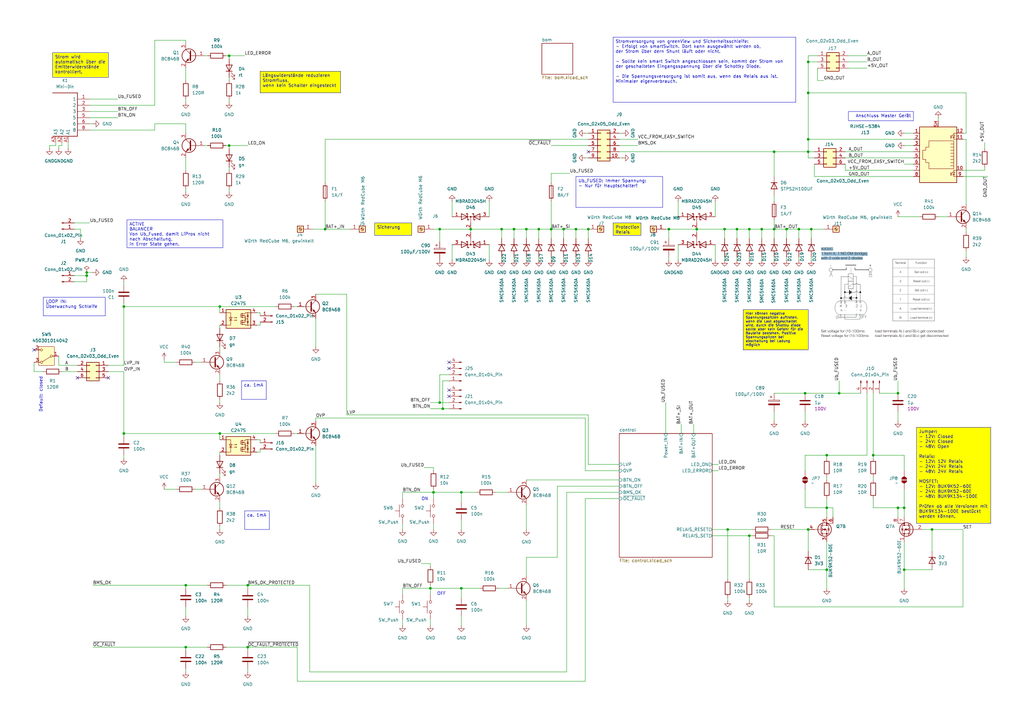
<source format=kicad_sch>
(kicad_sch
	(version 20250114)
	(generator "eeschema")
	(generator_version "9.0")
	(uuid "c138cc6a-756d-4318-83c4-a5413b81ee5f")
	(paper "A3")
	(lib_symbols
		(symbol "Connector:Conn_01x02_Pin"
			(pin_names
				(offset 1.016)
				(hide yes)
			)
			(exclude_from_sim no)
			(in_bom yes)
			(on_board yes)
			(property "Reference" "J"
				(at 0 2.54 0)
				(effects
					(font
						(size 1.27 1.27)
					)
				)
			)
			(property "Value" "Conn_01x02_Pin"
				(at 0 -5.08 0)
				(effects
					(font
						(size 1.27 1.27)
					)
				)
			)
			(property "Footprint" ""
				(at 0 0 0)
				(effects
					(font
						(size 1.27 1.27)
					)
					(hide yes)
				)
			)
			(property "Datasheet" "~"
				(at 0 0 0)
				(effects
					(font
						(size 1.27 1.27)
					)
					(hide yes)
				)
			)
			(property "Description" "Generic connector, single row, 01x02, script generated"
				(at 0 0 0)
				(effects
					(font
						(size 1.27 1.27)
					)
					(hide yes)
				)
			)
			(property "ki_locked" ""
				(at 0 0 0)
				(effects
					(font
						(size 1.27 1.27)
					)
				)
			)
			(property "ki_keywords" "connector"
				(at 0 0 0)
				(effects
					(font
						(size 1.27 1.27)
					)
					(hide yes)
				)
			)
			(property "ki_fp_filters" "Connector*:*_1x??_*"
				(at 0 0 0)
				(effects
					(font
						(size 1.27 1.27)
					)
					(hide yes)
				)
			)
			(symbol "Conn_01x02_Pin_1_1"
				(rectangle
					(start 0.8636 0.127)
					(end 0 -0.127)
					(stroke
						(width 0.1524)
						(type default)
					)
					(fill
						(type outline)
					)
				)
				(rectangle
					(start 0.8636 -2.413)
					(end 0 -2.667)
					(stroke
						(width 0.1524)
						(type default)
					)
					(fill
						(type outline)
					)
				)
				(polyline
					(pts
						(xy 1.27 0) (xy 0.8636 0)
					)
					(stroke
						(width 0.1524)
						(type default)
					)
					(fill
						(type none)
					)
				)
				(polyline
					(pts
						(xy 1.27 -2.54) (xy 0.8636 -2.54)
					)
					(stroke
						(width 0.1524)
						(type default)
					)
					(fill
						(type none)
					)
				)
				(pin passive line
					(at 5.08 0 180)
					(length 3.81)
					(name "Pin_1"
						(effects
							(font
								(size 1.27 1.27)
							)
						)
					)
					(number "1"
						(effects
							(font
								(size 1.27 1.27)
							)
						)
					)
				)
				(pin passive line
					(at 5.08 -2.54 180)
					(length 3.81)
					(name "Pin_2"
						(effects
							(font
								(size 1.27 1.27)
							)
						)
					)
					(number "2"
						(effects
							(font
								(size 1.27 1.27)
							)
						)
					)
				)
			)
			(embedded_fonts no)
		)
		(symbol "Connector:Conn_01x04_Pin"
			(pin_names
				(offset 1.016)
				(hide yes)
			)
			(exclude_from_sim no)
			(in_bom yes)
			(on_board yes)
			(property "Reference" "J"
				(at 0 5.08 0)
				(effects
					(font
						(size 1.27 1.27)
					)
				)
			)
			(property "Value" "Conn_01x04_Pin"
				(at 0 -7.62 0)
				(effects
					(font
						(size 1.27 1.27)
					)
				)
			)
			(property "Footprint" ""
				(at 0 0 0)
				(effects
					(font
						(size 1.27 1.27)
					)
					(hide yes)
				)
			)
			(property "Datasheet" "~"
				(at 0 0 0)
				(effects
					(font
						(size 1.27 1.27)
					)
					(hide yes)
				)
			)
			(property "Description" "Generic connector, single row, 01x04, script generated"
				(at 0 0 0)
				(effects
					(font
						(size 1.27 1.27)
					)
					(hide yes)
				)
			)
			(property "ki_locked" ""
				(at 0 0 0)
				(effects
					(font
						(size 1.27 1.27)
					)
				)
			)
			(property "ki_keywords" "connector"
				(at 0 0 0)
				(effects
					(font
						(size 1.27 1.27)
					)
					(hide yes)
				)
			)
			(property "ki_fp_filters" "Connector*:*_1x??_*"
				(at 0 0 0)
				(effects
					(font
						(size 1.27 1.27)
					)
					(hide yes)
				)
			)
			(symbol "Conn_01x04_Pin_1_1"
				(rectangle
					(start 0.8636 2.667)
					(end 0 2.413)
					(stroke
						(width 0.1524)
						(type default)
					)
					(fill
						(type outline)
					)
				)
				(rectangle
					(start 0.8636 0.127)
					(end 0 -0.127)
					(stroke
						(width 0.1524)
						(type default)
					)
					(fill
						(type outline)
					)
				)
				(rectangle
					(start 0.8636 -2.413)
					(end 0 -2.667)
					(stroke
						(width 0.1524)
						(type default)
					)
					(fill
						(type outline)
					)
				)
				(rectangle
					(start 0.8636 -4.953)
					(end 0 -5.207)
					(stroke
						(width 0.1524)
						(type default)
					)
					(fill
						(type outline)
					)
				)
				(polyline
					(pts
						(xy 1.27 2.54) (xy 0.8636 2.54)
					)
					(stroke
						(width 0.1524)
						(type default)
					)
					(fill
						(type none)
					)
				)
				(polyline
					(pts
						(xy 1.27 0) (xy 0.8636 0)
					)
					(stroke
						(width 0.1524)
						(type default)
					)
					(fill
						(type none)
					)
				)
				(polyline
					(pts
						(xy 1.27 -2.54) (xy 0.8636 -2.54)
					)
					(stroke
						(width 0.1524)
						(type default)
					)
					(fill
						(type none)
					)
				)
				(polyline
					(pts
						(xy 1.27 -5.08) (xy 0.8636 -5.08)
					)
					(stroke
						(width 0.1524)
						(type default)
					)
					(fill
						(type none)
					)
				)
				(pin passive line
					(at 5.08 2.54 180)
					(length 3.81)
					(name "Pin_1"
						(effects
							(font
								(size 1.27 1.27)
							)
						)
					)
					(number "1"
						(effects
							(font
								(size 1.27 1.27)
							)
						)
					)
				)
				(pin passive line
					(at 5.08 0 180)
					(length 3.81)
					(name "Pin_2"
						(effects
							(font
								(size 1.27 1.27)
							)
						)
					)
					(number "2"
						(effects
							(font
								(size 1.27 1.27)
							)
						)
					)
				)
				(pin passive line
					(at 5.08 -2.54 180)
					(length 3.81)
					(name "Pin_3"
						(effects
							(font
								(size 1.27 1.27)
							)
						)
					)
					(number "3"
						(effects
							(font
								(size 1.27 1.27)
							)
						)
					)
				)
				(pin passive line
					(at 5.08 -5.08 180)
					(length 3.81)
					(name "Pin_4"
						(effects
							(font
								(size 1.27 1.27)
							)
						)
					)
					(number "4"
						(effects
							(font
								(size 1.27 1.27)
							)
						)
					)
				)
			)
			(embedded_fonts no)
		)
		(symbol "Connector:RJ45_LED_Shielded"
			(pin_names
				(offset 1.016)
			)
			(exclude_from_sim no)
			(in_bom yes)
			(on_board yes)
			(property "Reference" "J"
				(at -5.08 13.97 0)
				(effects
					(font
						(size 1.27 1.27)
					)
					(justify right)
				)
			)
			(property "Value" "RJ45_LED_Shielded"
				(at 1.27 13.97 0)
				(effects
					(font
						(size 1.27 1.27)
					)
					(justify left)
				)
			)
			(property "Footprint" ""
				(at 0 0.635 90)
				(effects
					(font
						(size 1.27 1.27)
					)
					(hide yes)
				)
			)
			(property "Datasheet" "~"
				(at 0 0.635 90)
				(effects
					(font
						(size 1.27 1.27)
					)
					(hide yes)
				)
			)
			(property "Description" "RJ connector, 8P8C (8 positions 8 connected), two LEDs, Shielded"
				(at 0 0 0)
				(effects
					(font
						(size 1.27 1.27)
					)
					(hide yes)
				)
			)
			(property "ki_keywords" "8P8C RJ socket jack connector led"
				(at 0 0 0)
				(effects
					(font
						(size 1.27 1.27)
					)
					(hide yes)
				)
			)
			(property "ki_fp_filters" "8P8C* RJ45*"
				(at 0 0 0)
				(effects
					(font
						(size 1.27 1.27)
					)
					(hide yes)
				)
			)
			(symbol "RJ45_LED_Shielded_0_1"
				(polyline
					(pts
						(xy -7.62 10.16) (xy -6.35 10.16)
					)
					(stroke
						(width 0)
						(type default)
					)
					(fill
						(type none)
					)
				)
				(polyline
					(pts
						(xy -7.62 7.62) (xy -6.35 7.62)
					)
					(stroke
						(width 0)
						(type default)
					)
					(fill
						(type none)
					)
				)
				(polyline
					(pts
						(xy -7.62 -5.08) (xy -6.35 -5.08)
					)
					(stroke
						(width 0)
						(type default)
					)
					(fill
						(type none)
					)
				)
				(polyline
					(pts
						(xy -7.62 -7.62) (xy -6.35 -7.62)
					)
					(stroke
						(width 0)
						(type default)
					)
					(fill
						(type none)
					)
				)
				(polyline
					(pts
						(xy -6.858 9.398) (xy -5.842 9.398)
					)
					(stroke
						(width 0)
						(type default)
					)
					(fill
						(type none)
					)
				)
				(polyline
					(pts
						(xy -6.858 -5.842) (xy -5.842 -5.842)
					)
					(stroke
						(width 0)
						(type default)
					)
					(fill
						(type none)
					)
				)
				(polyline
					(pts
						(xy -6.35 10.16) (xy -6.35 9.398)
					)
					(stroke
						(width 0)
						(type default)
					)
					(fill
						(type none)
					)
				)
				(polyline
					(pts
						(xy -6.35 9.398) (xy -6.858 8.382) (xy -5.842 8.382) (xy -6.35 9.398)
					)
					(stroke
						(width 0)
						(type default)
					)
					(fill
						(type none)
					)
				)
				(polyline
					(pts
						(xy -6.35 7.62) (xy -6.35 8.382)
					)
					(stroke
						(width 0)
						(type default)
					)
					(fill
						(type none)
					)
				)
				(polyline
					(pts
						(xy -6.35 1.905) (xy -5.08 1.905) (xy -5.08 1.905)
					)
					(stroke
						(width 0)
						(type default)
					)
					(fill
						(type none)
					)
				)
				(polyline
					(pts
						(xy -6.35 0.635) (xy -5.08 0.635) (xy -5.08 0.635)
					)
					(stroke
						(width 0)
						(type default)
					)
					(fill
						(type none)
					)
				)
				(polyline
					(pts
						(xy -6.35 -0.635) (xy -5.08 -0.635) (xy -5.08 -0.635)
					)
					(stroke
						(width 0)
						(type default)
					)
					(fill
						(type none)
					)
				)
				(polyline
					(pts
						(xy -6.35 -1.905) (xy -5.08 -1.905) (xy -5.08 -1.905)
					)
					(stroke
						(width 0)
						(type default)
					)
					(fill
						(type none)
					)
				)
				(polyline
					(pts
						(xy -6.35 -3.175) (xy -5.08 -3.175) (xy -5.08 -3.175)
					)
					(stroke
						(width 0)
						(type default)
					)
					(fill
						(type none)
					)
				)
				(polyline
					(pts
						(xy -6.35 -4.445) (xy -6.35 6.985) (xy 3.81 6.985) (xy 3.81 4.445) (xy 5.08 4.445) (xy 5.08 3.175)
						(xy 6.35 3.175) (xy 6.35 -0.635) (xy 5.08 -0.635) (xy 5.08 -1.905) (xy 3.81 -1.905) (xy 3.81 -4.445)
						(xy -6.35 -4.445) (xy -6.35 -4.445)
					)
					(stroke
						(width 0)
						(type default)
					)
					(fill
						(type none)
					)
				)
				(polyline
					(pts
						(xy -6.35 -5.08) (xy -6.35 -5.842)
					)
					(stroke
						(width 0)
						(type default)
					)
					(fill
						(type none)
					)
				)
				(polyline
					(pts
						(xy -6.35 -5.842) (xy -6.858 -6.858) (xy -5.842 -6.858) (xy -6.35 -5.842)
					)
					(stroke
						(width 0)
						(type default)
					)
					(fill
						(type none)
					)
				)
				(polyline
					(pts
						(xy -6.35 -7.62) (xy -6.35 -6.858)
					)
					(stroke
						(width 0)
						(type default)
					)
					(fill
						(type none)
					)
				)
				(polyline
					(pts
						(xy -5.588 9.144) (xy -5.08 9.652) (xy -5.461 9.525)
					)
					(stroke
						(width 0)
						(type default)
					)
					(fill
						(type none)
					)
				)
				(polyline
					(pts
						(xy -5.588 8.509) (xy -5.08 9.017) (xy -5.461 8.89)
					)
					(stroke
						(width 0)
						(type default)
					)
					(fill
						(type none)
					)
				)
				(polyline
					(pts
						(xy -5.588 -6.096) (xy -5.08 -5.588) (xy -5.461 -5.715)
					)
					(stroke
						(width 0)
						(type default)
					)
					(fill
						(type none)
					)
				)
				(polyline
					(pts
						(xy -5.588 -6.731) (xy -5.08 -6.223) (xy -5.461 -6.35)
					)
					(stroke
						(width 0)
						(type default)
					)
					(fill
						(type none)
					)
				)
				(polyline
					(pts
						(xy -5.08 9.652) (xy -5.207 9.271)
					)
					(stroke
						(width 0)
						(type default)
					)
					(fill
						(type none)
					)
				)
				(polyline
					(pts
						(xy -5.08 9.017) (xy -5.207 8.636)
					)
					(stroke
						(width 0)
						(type default)
					)
					(fill
						(type none)
					)
				)
				(polyline
					(pts
						(xy -5.08 5.715) (xy -6.35 5.715)
					)
					(stroke
						(width 0)
						(type default)
					)
					(fill
						(type none)
					)
				)
				(polyline
					(pts
						(xy -5.08 4.445) (xy -6.35 4.445)
					)
					(stroke
						(width 0)
						(type default)
					)
					(fill
						(type none)
					)
				)
				(polyline
					(pts
						(xy -5.08 3.175) (xy -6.35 3.175) (xy -6.35 3.175)
					)
					(stroke
						(width 0)
						(type default)
					)
					(fill
						(type none)
					)
				)
				(polyline
					(pts
						(xy -5.08 -5.588) (xy -5.207 -5.969)
					)
					(stroke
						(width 0)
						(type default)
					)
					(fill
						(type none)
					)
				)
				(polyline
					(pts
						(xy -5.08 -6.223) (xy -5.207 -6.604)
					)
					(stroke
						(width 0)
						(type default)
					)
					(fill
						(type none)
					)
				)
				(rectangle
					(start 7.62 12.7)
					(end -7.62 -10.16)
					(stroke
						(width 0.254)
						(type default)
					)
					(fill
						(type background)
					)
				)
			)
			(symbol "RJ45_LED_Shielded_1_1"
				(pin passive line
					(at -10.16 10.16 0)
					(length 2.54)
					(name "~"
						(effects
							(font
								(size 1.27 1.27)
							)
						)
					)
					(number "9"
						(effects
							(font
								(size 1.27 1.27)
							)
						)
					)
				)
				(pin passive line
					(at -10.16 7.62 0)
					(length 2.54)
					(name "~"
						(effects
							(font
								(size 1.27 1.27)
							)
						)
					)
					(number "10"
						(effects
							(font
								(size 1.27 1.27)
							)
						)
					)
				)
				(pin passive line
					(at -10.16 -5.08 0)
					(length 2.54)
					(name "~"
						(effects
							(font
								(size 1.27 1.27)
							)
						)
					)
					(number "11"
						(effects
							(font
								(size 1.27 1.27)
							)
						)
					)
				)
				(pin passive line
					(at -10.16 -7.62 0)
					(length 2.54)
					(name "~"
						(effects
							(font
								(size 1.27 1.27)
							)
						)
					)
					(number "12"
						(effects
							(font
								(size 1.27 1.27)
							)
						)
					)
				)
				(pin passive line
					(at 0 -12.7 90)
					(length 2.54)
					(name "~"
						(effects
							(font
								(size 1.27 1.27)
							)
						)
					)
					(number "SH"
						(effects
							(font
								(size 1.27 1.27)
							)
						)
					)
				)
				(pin passive line
					(at 10.16 10.16 180)
					(length 2.54)
					(name "~"
						(effects
							(font
								(size 1.27 1.27)
							)
						)
					)
					(number "8"
						(effects
							(font
								(size 1.27 1.27)
							)
						)
					)
				)
				(pin passive line
					(at 10.16 7.62 180)
					(length 2.54)
					(name "~"
						(effects
							(font
								(size 1.27 1.27)
							)
						)
					)
					(number "7"
						(effects
							(font
								(size 1.27 1.27)
							)
						)
					)
				)
				(pin passive line
					(at 10.16 5.08 180)
					(length 2.54)
					(name "~"
						(effects
							(font
								(size 1.27 1.27)
							)
						)
					)
					(number "6"
						(effects
							(font
								(size 1.27 1.27)
							)
						)
					)
				)
				(pin passive line
					(at 10.16 2.54 180)
					(length 2.54)
					(name "~"
						(effects
							(font
								(size 1.27 1.27)
							)
						)
					)
					(number "5"
						(effects
							(font
								(size 1.27 1.27)
							)
						)
					)
				)
				(pin passive line
					(at 10.16 0 180)
					(length 2.54)
					(name "~"
						(effects
							(font
								(size 1.27 1.27)
							)
						)
					)
					(number "4"
						(effects
							(font
								(size 1.27 1.27)
							)
						)
					)
				)
				(pin passive line
					(at 10.16 -2.54 180)
					(length 2.54)
					(name "~"
						(effects
							(font
								(size 1.27 1.27)
							)
						)
					)
					(number "3"
						(effects
							(font
								(size 1.27 1.27)
							)
						)
					)
				)
				(pin passive line
					(at 10.16 -5.08 180)
					(length 2.54)
					(name "~"
						(effects
							(font
								(size 1.27 1.27)
							)
						)
					)
					(number "2"
						(effects
							(font
								(size 1.27 1.27)
							)
						)
					)
				)
				(pin passive line
					(at 10.16 -7.62 180)
					(length 2.54)
					(name "~"
						(effects
							(font
								(size 1.27 1.27)
							)
						)
					)
					(number "1"
						(effects
							(font
								(size 1.27 1.27)
							)
						)
					)
				)
			)
			(embedded_fonts no)
		)
		(symbol "Connector:Screw_Terminal_01x01"
			(pin_names
				(offset 1.016)
				(hide yes)
			)
			(exclude_from_sim no)
			(in_bom yes)
			(on_board yes)
			(property "Reference" "J"
				(at 0 2.54 0)
				(effects
					(font
						(size 1.27 1.27)
					)
				)
			)
			(property "Value" "Screw_Terminal_01x01"
				(at 0 -2.54 0)
				(effects
					(font
						(size 1.27 1.27)
					)
				)
			)
			(property "Footprint" ""
				(at 0 0 0)
				(effects
					(font
						(size 1.27 1.27)
					)
					(hide yes)
				)
			)
			(property "Datasheet" "~"
				(at 0 0 0)
				(effects
					(font
						(size 1.27 1.27)
					)
					(hide yes)
				)
			)
			(property "Description" "Generic screw terminal, single row, 01x01, script generated (kicad-library-utils/schlib/autogen/connector/)"
				(at 0 0 0)
				(effects
					(font
						(size 1.27 1.27)
					)
					(hide yes)
				)
			)
			(property "ki_keywords" "screw terminal"
				(at 0 0 0)
				(effects
					(font
						(size 1.27 1.27)
					)
					(hide yes)
				)
			)
			(property "ki_fp_filters" "TerminalBlock*:*"
				(at 0 0 0)
				(effects
					(font
						(size 1.27 1.27)
					)
					(hide yes)
				)
			)
			(symbol "Screw_Terminal_01x01_1_1"
				(rectangle
					(start -1.27 1.27)
					(end 1.27 -1.27)
					(stroke
						(width 0.254)
						(type default)
					)
					(fill
						(type background)
					)
				)
				(polyline
					(pts
						(xy -0.5334 0.3302) (xy 0.3302 -0.508)
					)
					(stroke
						(width 0.1524)
						(type default)
					)
					(fill
						(type none)
					)
				)
				(polyline
					(pts
						(xy -0.3556 0.508) (xy 0.508 -0.3302)
					)
					(stroke
						(width 0.1524)
						(type default)
					)
					(fill
						(type none)
					)
				)
				(circle
					(center 0 0)
					(radius 0.635)
					(stroke
						(width 0.1524)
						(type default)
					)
					(fill
						(type none)
					)
				)
				(pin passive line
					(at -5.08 0 0)
					(length 3.81)
					(name "Pin_1"
						(effects
							(font
								(size 1.27 1.27)
							)
						)
					)
					(number "1"
						(effects
							(font
								(size 1.27 1.27)
							)
						)
					)
				)
			)
			(embedded_fonts no)
		)
		(symbol "Connector_Generic:Conn_02x03_Odd_Even"
			(pin_names
				(offset 1.016)
				(hide yes)
			)
			(exclude_from_sim no)
			(in_bom yes)
			(on_board yes)
			(property "Reference" "J"
				(at 1.27 5.08 0)
				(effects
					(font
						(size 1.27 1.27)
					)
				)
			)
			(property "Value" "Conn_02x03_Odd_Even"
				(at 1.27 -5.08 0)
				(effects
					(font
						(size 1.27 1.27)
					)
				)
			)
			(property "Footprint" ""
				(at 0 0 0)
				(effects
					(font
						(size 1.27 1.27)
					)
					(hide yes)
				)
			)
			(property "Datasheet" "~"
				(at 0 0 0)
				(effects
					(font
						(size 1.27 1.27)
					)
					(hide yes)
				)
			)
			(property "Description" "Generic connector, double row, 02x03, odd/even pin numbering scheme (row 1 odd numbers, row 2 even numbers), script generated (kicad-library-utils/schlib/autogen/connector/)"
				(at 0 0 0)
				(effects
					(font
						(size 1.27 1.27)
					)
					(hide yes)
				)
			)
			(property "ki_keywords" "connector"
				(at 0 0 0)
				(effects
					(font
						(size 1.27 1.27)
					)
					(hide yes)
				)
			)
			(property "ki_fp_filters" "Connector*:*_2x??_*"
				(at 0 0 0)
				(effects
					(font
						(size 1.27 1.27)
					)
					(hide yes)
				)
			)
			(symbol "Conn_02x03_Odd_Even_1_1"
				(rectangle
					(start -1.27 3.81)
					(end 3.81 -3.81)
					(stroke
						(width 0.254)
						(type default)
					)
					(fill
						(type background)
					)
				)
				(rectangle
					(start -1.27 2.667)
					(end 0 2.413)
					(stroke
						(width 0.1524)
						(type default)
					)
					(fill
						(type none)
					)
				)
				(rectangle
					(start -1.27 0.127)
					(end 0 -0.127)
					(stroke
						(width 0.1524)
						(type default)
					)
					(fill
						(type none)
					)
				)
				(rectangle
					(start -1.27 -2.413)
					(end 0 -2.667)
					(stroke
						(width 0.1524)
						(type default)
					)
					(fill
						(type none)
					)
				)
				(rectangle
					(start 3.81 2.667)
					(end 2.54 2.413)
					(stroke
						(width 0.1524)
						(type default)
					)
					(fill
						(type none)
					)
				)
				(rectangle
					(start 3.81 0.127)
					(end 2.54 -0.127)
					(stroke
						(width 0.1524)
						(type default)
					)
					(fill
						(type none)
					)
				)
				(rectangle
					(start 3.81 -2.413)
					(end 2.54 -2.667)
					(stroke
						(width 0.1524)
						(type default)
					)
					(fill
						(type none)
					)
				)
				(pin passive line
					(at -5.08 2.54 0)
					(length 3.81)
					(name "Pin_1"
						(effects
							(font
								(size 1.27 1.27)
							)
						)
					)
					(number "1"
						(effects
							(font
								(size 1.27 1.27)
							)
						)
					)
				)
				(pin passive line
					(at -5.08 0 0)
					(length 3.81)
					(name "Pin_3"
						(effects
							(font
								(size 1.27 1.27)
							)
						)
					)
					(number "3"
						(effects
							(font
								(size 1.27 1.27)
							)
						)
					)
				)
				(pin passive line
					(at -5.08 -2.54 0)
					(length 3.81)
					(name "Pin_5"
						(effects
							(font
								(size 1.27 1.27)
							)
						)
					)
					(number "5"
						(effects
							(font
								(size 1.27 1.27)
							)
						)
					)
				)
				(pin passive line
					(at 7.62 2.54 180)
					(length 3.81)
					(name "Pin_2"
						(effects
							(font
								(size 1.27 1.27)
							)
						)
					)
					(number "2"
						(effects
							(font
								(size 1.27 1.27)
							)
						)
					)
				)
				(pin passive line
					(at 7.62 0 180)
					(length 3.81)
					(name "Pin_4"
						(effects
							(font
								(size 1.27 1.27)
							)
						)
					)
					(number "4"
						(effects
							(font
								(size 1.27 1.27)
							)
						)
					)
				)
				(pin passive line
					(at 7.62 -2.54 180)
					(length 3.81)
					(name "Pin_6"
						(effects
							(font
								(size 1.27 1.27)
							)
						)
					)
					(number "6"
						(effects
							(font
								(size 1.27 1.27)
							)
						)
					)
				)
			)
			(embedded_fonts no)
		)
		(symbol "Connector_Generic:Conn_02x05_Odd_Even"
			(pin_names
				(offset 1.016)
				(hide yes)
			)
			(exclude_from_sim no)
			(in_bom yes)
			(on_board yes)
			(property "Reference" "J"
				(at 1.27 7.62 0)
				(effects
					(font
						(size 1.27 1.27)
					)
				)
			)
			(property "Value" "Conn_02x05_Odd_Even"
				(at 1.27 -7.62 0)
				(effects
					(font
						(size 1.27 1.27)
					)
				)
			)
			(property "Footprint" ""
				(at 0 0 0)
				(effects
					(font
						(size 1.27 1.27)
					)
					(hide yes)
				)
			)
			(property "Datasheet" "~"
				(at 0 0 0)
				(effects
					(font
						(size 1.27 1.27)
					)
					(hide yes)
				)
			)
			(property "Description" "Generic connector, double row, 02x05, odd/even pin numbering scheme (row 1 odd numbers, row 2 even numbers), script generated (kicad-library-utils/schlib/autogen/connector/)"
				(at 0 0 0)
				(effects
					(font
						(size 1.27 1.27)
					)
					(hide yes)
				)
			)
			(property "ki_keywords" "connector"
				(at 0 0 0)
				(effects
					(font
						(size 1.27 1.27)
					)
					(hide yes)
				)
			)
			(property "ki_fp_filters" "Connector*:*_2x??_*"
				(at 0 0 0)
				(effects
					(font
						(size 1.27 1.27)
					)
					(hide yes)
				)
			)
			(symbol "Conn_02x05_Odd_Even_1_1"
				(rectangle
					(start -1.27 6.35)
					(end 3.81 -6.35)
					(stroke
						(width 0.254)
						(type default)
					)
					(fill
						(type background)
					)
				)
				(rectangle
					(start -1.27 5.207)
					(end 0 4.953)
					(stroke
						(width 0.1524)
						(type default)
					)
					(fill
						(type none)
					)
				)
				(rectangle
					(start -1.27 2.667)
					(end 0 2.413)
					(stroke
						(width 0.1524)
						(type default)
					)
					(fill
						(type none)
					)
				)
				(rectangle
					(start -1.27 0.127)
					(end 0 -0.127)
					(stroke
						(width 0.1524)
						(type default)
					)
					(fill
						(type none)
					)
				)
				(rectangle
					(start -1.27 -2.413)
					(end 0 -2.667)
					(stroke
						(width 0.1524)
						(type default)
					)
					(fill
						(type none)
					)
				)
				(rectangle
					(start -1.27 -4.953)
					(end 0 -5.207)
					(stroke
						(width 0.1524)
						(type default)
					)
					(fill
						(type none)
					)
				)
				(rectangle
					(start 3.81 5.207)
					(end 2.54 4.953)
					(stroke
						(width 0.1524)
						(type default)
					)
					(fill
						(type none)
					)
				)
				(rectangle
					(start 3.81 2.667)
					(end 2.54 2.413)
					(stroke
						(width 0.1524)
						(type default)
					)
					(fill
						(type none)
					)
				)
				(rectangle
					(start 3.81 0.127)
					(end 2.54 -0.127)
					(stroke
						(width 0.1524)
						(type default)
					)
					(fill
						(type none)
					)
				)
				(rectangle
					(start 3.81 -2.413)
					(end 2.54 -2.667)
					(stroke
						(width 0.1524)
						(type default)
					)
					(fill
						(type none)
					)
				)
				(rectangle
					(start 3.81 -4.953)
					(end 2.54 -5.207)
					(stroke
						(width 0.1524)
						(type default)
					)
					(fill
						(type none)
					)
				)
				(pin passive line
					(at -5.08 5.08 0)
					(length 3.81)
					(name "Pin_1"
						(effects
							(font
								(size 1.27 1.27)
							)
						)
					)
					(number "1"
						(effects
							(font
								(size 1.27 1.27)
							)
						)
					)
				)
				(pin passive line
					(at -5.08 2.54 0)
					(length 3.81)
					(name "Pin_3"
						(effects
							(font
								(size 1.27 1.27)
							)
						)
					)
					(number "3"
						(effects
							(font
								(size 1.27 1.27)
							)
						)
					)
				)
				(pin passive line
					(at -5.08 0 0)
					(length 3.81)
					(name "Pin_5"
						(effects
							(font
								(size 1.27 1.27)
							)
						)
					)
					(number "5"
						(effects
							(font
								(size 1.27 1.27)
							)
						)
					)
				)
				(pin passive line
					(at -5.08 -2.54 0)
					(length 3.81)
					(name "Pin_7"
						(effects
							(font
								(size 1.27 1.27)
							)
						)
					)
					(number "7"
						(effects
							(font
								(size 1.27 1.27)
							)
						)
					)
				)
				(pin passive line
					(at -5.08 -5.08 0)
					(length 3.81)
					(name "Pin_9"
						(effects
							(font
								(size 1.27 1.27)
							)
						)
					)
					(number "9"
						(effects
							(font
								(size 1.27 1.27)
							)
						)
					)
				)
				(pin passive line
					(at 7.62 5.08 180)
					(length 3.81)
					(name "Pin_2"
						(effects
							(font
								(size 1.27 1.27)
							)
						)
					)
					(number "2"
						(effects
							(font
								(size 1.27 1.27)
							)
						)
					)
				)
				(pin passive line
					(at 7.62 2.54 180)
					(length 3.81)
					(name "Pin_4"
						(effects
							(font
								(size 1.27 1.27)
							)
						)
					)
					(number "4"
						(effects
							(font
								(size 1.27 1.27)
							)
						)
					)
				)
				(pin passive line
					(at 7.62 0 180)
					(length 3.81)
					(name "Pin_6"
						(effects
							(font
								(size 1.27 1.27)
							)
						)
					)
					(number "6"
						(effects
							(font
								(size 1.27 1.27)
							)
						)
					)
				)
				(pin passive line
					(at 7.62 -2.54 180)
					(length 3.81)
					(name "Pin_8"
						(effects
							(font
								(size 1.27 1.27)
							)
						)
					)
					(number "8"
						(effects
							(font
								(size 1.27 1.27)
							)
						)
					)
				)
				(pin passive line
					(at 7.62 -5.08 180)
					(length 3.81)
					(name "Pin_10"
						(effects
							(font
								(size 1.27 1.27)
							)
						)
					)
					(number "10"
						(effects
							(font
								(size 1.27 1.27)
							)
						)
					)
				)
			)
			(embedded_fonts no)
		)
		(symbol "Device:C"
			(pin_numbers
				(hide yes)
			)
			(pin_names
				(offset 0.254)
			)
			(exclude_from_sim no)
			(in_bom yes)
			(on_board yes)
			(property "Reference" "C"
				(at 0.635 2.54 0)
				(effects
					(font
						(size 1.27 1.27)
					)
					(justify left)
				)
			)
			(property "Value" "C"
				(at 0.635 -2.54 0)
				(effects
					(font
						(size 1.27 1.27)
					)
					(justify left)
				)
			)
			(property "Footprint" ""
				(at 0.9652 -3.81 0)
				(effects
					(font
						(size 1.27 1.27)
					)
					(hide yes)
				)
			)
			(property "Datasheet" "~"
				(at 0 0 0)
				(effects
					(font
						(size 1.27 1.27)
					)
					(hide yes)
				)
			)
			(property "Description" "Unpolarized capacitor"
				(at 0 0 0)
				(effects
					(font
						(size 1.27 1.27)
					)
					(hide yes)
				)
			)
			(property "ki_keywords" "cap capacitor"
				(at 0 0 0)
				(effects
					(font
						(size 1.27 1.27)
					)
					(hide yes)
				)
			)
			(property "ki_fp_filters" "C_*"
				(at 0 0 0)
				(effects
					(font
						(size 1.27 1.27)
					)
					(hide yes)
				)
			)
			(symbol "C_0_1"
				(polyline
					(pts
						(xy -2.032 0.762) (xy 2.032 0.762)
					)
					(stroke
						(width 0.508)
						(type default)
					)
					(fill
						(type none)
					)
				)
				(polyline
					(pts
						(xy -2.032 -0.762) (xy 2.032 -0.762)
					)
					(stroke
						(width 0.508)
						(type default)
					)
					(fill
						(type none)
					)
				)
			)
			(symbol "C_1_1"
				(pin passive line
					(at 0 3.81 270)
					(length 2.794)
					(name "~"
						(effects
							(font
								(size 1.27 1.27)
							)
						)
					)
					(number "1"
						(effects
							(font
								(size 1.27 1.27)
							)
						)
					)
				)
				(pin passive line
					(at 0 -3.81 90)
					(length 2.794)
					(name "~"
						(effects
							(font
								(size 1.27 1.27)
							)
						)
					)
					(number "2"
						(effects
							(font
								(size 1.27 1.27)
							)
						)
					)
				)
			)
			(embedded_fonts no)
		)
		(symbol "Device:C_Polarized"
			(pin_numbers
				(hide yes)
			)
			(pin_names
				(offset 0.254)
			)
			(exclude_from_sim no)
			(in_bom yes)
			(on_board yes)
			(property "Reference" "C"
				(at 0.635 2.54 0)
				(effects
					(font
						(size 1.27 1.27)
					)
					(justify left)
				)
			)
			(property "Value" "C_Polarized"
				(at 0.635 -2.54 0)
				(effects
					(font
						(size 1.27 1.27)
					)
					(justify left)
				)
			)
			(property "Footprint" ""
				(at 0.9652 -3.81 0)
				(effects
					(font
						(size 1.27 1.27)
					)
					(hide yes)
				)
			)
			(property "Datasheet" "~"
				(at 0 0 0)
				(effects
					(font
						(size 1.27 1.27)
					)
					(hide yes)
				)
			)
			(property "Description" "Polarized capacitor"
				(at 0 0 0)
				(effects
					(font
						(size 1.27 1.27)
					)
					(hide yes)
				)
			)
			(property "ki_keywords" "cap capacitor"
				(at 0 0 0)
				(effects
					(font
						(size 1.27 1.27)
					)
					(hide yes)
				)
			)
			(property "ki_fp_filters" "CP_*"
				(at 0 0 0)
				(effects
					(font
						(size 1.27 1.27)
					)
					(hide yes)
				)
			)
			(symbol "C_Polarized_0_1"
				(rectangle
					(start -2.286 0.508)
					(end 2.286 1.016)
					(stroke
						(width 0)
						(type default)
					)
					(fill
						(type none)
					)
				)
				(polyline
					(pts
						(xy -1.778 2.286) (xy -0.762 2.286)
					)
					(stroke
						(width 0)
						(type default)
					)
					(fill
						(type none)
					)
				)
				(polyline
					(pts
						(xy -1.27 2.794) (xy -1.27 1.778)
					)
					(stroke
						(width 0)
						(type default)
					)
					(fill
						(type none)
					)
				)
				(rectangle
					(start 2.286 -0.508)
					(end -2.286 -1.016)
					(stroke
						(width 0)
						(type default)
					)
					(fill
						(type outline)
					)
				)
			)
			(symbol "C_Polarized_1_1"
				(pin passive line
					(at 0 3.81 270)
					(length 2.794)
					(name "~"
						(effects
							(font
								(size 1.27 1.27)
							)
						)
					)
					(number "1"
						(effects
							(font
								(size 1.27 1.27)
							)
						)
					)
				)
				(pin passive line
					(at 0 -3.81 90)
					(length 2.794)
					(name "~"
						(effects
							(font
								(size 1.27 1.27)
							)
						)
					)
					(number "2"
						(effects
							(font
								(size 1.27 1.27)
							)
						)
					)
				)
			)
			(embedded_fonts no)
		)
		(symbol "Device:D"
			(pin_numbers
				(hide yes)
			)
			(pin_names
				(offset 1.016)
				(hide yes)
			)
			(exclude_from_sim no)
			(in_bom yes)
			(on_board yes)
			(property "Reference" "D"
				(at 0 2.54 0)
				(effects
					(font
						(size 1.27 1.27)
					)
				)
			)
			(property "Value" "D"
				(at 0 -2.54 0)
				(effects
					(font
						(size 1.27 1.27)
					)
				)
			)
			(property "Footprint" ""
				(at 0 0 0)
				(effects
					(font
						(size 1.27 1.27)
					)
					(hide yes)
				)
			)
			(property "Datasheet" "~"
				(at 0 0 0)
				(effects
					(font
						(size 1.27 1.27)
					)
					(hide yes)
				)
			)
			(property "Description" "Diode"
				(at 0 0 0)
				(effects
					(font
						(size 1.27 1.27)
					)
					(hide yes)
				)
			)
			(property "Sim.Device" "D"
				(at 0 0 0)
				(effects
					(font
						(size 1.27 1.27)
					)
					(hide yes)
				)
			)
			(property "Sim.Pins" "1=K 2=A"
				(at 0 0 0)
				(effects
					(font
						(size 1.27 1.27)
					)
					(hide yes)
				)
			)
			(property "ki_keywords" "diode"
				(at 0 0 0)
				(effects
					(font
						(size 1.27 1.27)
					)
					(hide yes)
				)
			)
			(property "ki_fp_filters" "TO-???* *_Diode_* *SingleDiode* D_*"
				(at 0 0 0)
				(effects
					(font
						(size 1.27 1.27)
					)
					(hide yes)
				)
			)
			(symbol "D_0_1"
				(polyline
					(pts
						(xy -1.27 1.27) (xy -1.27 -1.27)
					)
					(stroke
						(width 0.254)
						(type default)
					)
					(fill
						(type none)
					)
				)
				(polyline
					(pts
						(xy 1.27 1.27) (xy 1.27 -1.27) (xy -1.27 0) (xy 1.27 1.27)
					)
					(stroke
						(width 0.254)
						(type default)
					)
					(fill
						(type none)
					)
				)
				(polyline
					(pts
						(xy 1.27 0) (xy -1.27 0)
					)
					(stroke
						(width 0)
						(type default)
					)
					(fill
						(type none)
					)
				)
			)
			(symbol "D_1_1"
				(pin passive line
					(at -3.81 0 0)
					(length 2.54)
					(name "K"
						(effects
							(font
								(size 1.27 1.27)
							)
						)
					)
					(number "1"
						(effects
							(font
								(size 1.27 1.27)
							)
						)
					)
				)
				(pin passive line
					(at 3.81 0 180)
					(length 2.54)
					(name "A"
						(effects
							(font
								(size 1.27 1.27)
							)
						)
					)
					(number "2"
						(effects
							(font
								(size 1.27 1.27)
							)
						)
					)
				)
			)
			(embedded_fonts no)
		)
		(symbol "Device:D_Schottky_Dual_CommonCathode_AKA"
			(pin_names
				(offset 0.762)
				(hide yes)
			)
			(exclude_from_sim no)
			(in_bom yes)
			(on_board yes)
			(property "Reference" "D"
				(at 1.27 -2.54 0)
				(effects
					(font
						(size 1.27 1.27)
					)
				)
			)
			(property "Value" "D_Schottky_Dual_CommonCathode_AKA"
				(at 0 2.54 0)
				(effects
					(font
						(size 1.27 1.27)
					)
				)
			)
			(property "Footprint" ""
				(at 0 0 0)
				(effects
					(font
						(size 1.27 1.27)
					)
					(hide yes)
				)
			)
			(property "Datasheet" "~"
				(at 0 0 0)
				(effects
					(font
						(size 1.27 1.27)
					)
					(hide yes)
				)
			)
			(property "Description" "Dual Schottky diode, common cathode on pin 2"
				(at 0 0 0)
				(effects
					(font
						(size 1.27 1.27)
					)
					(hide yes)
				)
			)
			(property "ki_keywords" "diode"
				(at 0 0 0)
				(effects
					(font
						(size 1.27 1.27)
					)
					(hide yes)
				)
			)
			(symbol "D_Schottky_Dual_CommonCathode_AKA_0_1"
				(polyline
					(pts
						(xy -3.81 1.27) (xy -1.27 0) (xy -3.81 -1.27) (xy -3.81 1.27) (xy -3.81 1.27) (xy -3.81 1.27)
					)
					(stroke
						(width 0.254)
						(type default)
					)
					(fill
						(type none)
					)
				)
				(polyline
					(pts
						(xy -1.778 1.016) (xy -1.778 1.27) (xy -1.27 1.27) (xy -1.27 1.27) (xy -1.27 1.27)
					)
					(stroke
						(width 0.254)
						(type default)
					)
					(fill
						(type none)
					)
				)
				(polyline
					(pts
						(xy -1.27 -1.27) (xy -1.27 1.27) (xy -1.27 1.27)
					)
					(stroke
						(width 0.254)
						(type default)
					)
					(fill
						(type none)
					)
				)
				(polyline
					(pts
						(xy -1.27 -1.27) (xy -0.762 -1.27) (xy -0.762 -1.016) (xy -0.762 -1.016)
					)
					(stroke
						(width 0.254)
						(type default)
					)
					(fill
						(type none)
					)
				)
				(polyline
					(pts
						(xy 0 0) (xy 0 -2.54)
					)
					(stroke
						(width 0)
						(type default)
					)
					(fill
						(type none)
					)
				)
				(circle
					(center 0 0)
					(radius 0.254)
					(stroke
						(width 0)
						(type default)
					)
					(fill
						(type outline)
					)
				)
				(polyline
					(pts
						(xy 1.27 1.27) (xy 0.762 1.27) (xy 0.762 1.016) (xy 0.762 1.016)
					)
					(stroke
						(width 0.254)
						(type default)
					)
					(fill
						(type none)
					)
				)
				(polyline
					(pts
						(xy 1.27 -1.27) (xy 1.27 1.27) (xy 1.27 1.27)
					)
					(stroke
						(width 0.254)
						(type default)
					)
					(fill
						(type none)
					)
				)
				(polyline
					(pts
						(xy 1.27 -1.27) (xy 1.778 -1.27) (xy 1.778 -1.016) (xy 1.778 -1.016)
					)
					(stroke
						(width 0.254)
						(type default)
					)
					(fill
						(type none)
					)
				)
				(polyline
					(pts
						(xy 3.81 0) (xy -3.81 0)
					)
					(stroke
						(width 0)
						(type default)
					)
					(fill
						(type none)
					)
				)
				(polyline
					(pts
						(xy 3.81 -1.27) (xy 1.27 0) (xy 3.81 1.27) (xy 3.81 -1.27) (xy 3.81 -1.27) (xy 3.81 -1.27)
					)
					(stroke
						(width 0.254)
						(type default)
					)
					(fill
						(type none)
					)
				)
				(pin passive line
					(at -7.62 0 0)
					(length 3.81)
					(name "A"
						(effects
							(font
								(size 1.27 1.27)
							)
						)
					)
					(number "1"
						(effects
							(font
								(size 1.27 1.27)
							)
						)
					)
				)
				(pin passive line
					(at 0 -5.08 90)
					(length 2.54)
					(name "K"
						(effects
							(font
								(size 1.27 1.27)
							)
						)
					)
					(number "2"
						(effects
							(font
								(size 1.27 1.27)
							)
						)
					)
				)
				(pin passive line
					(at 7.62 0 180)
					(length 3.81)
					(name "A"
						(effects
							(font
								(size 1.27 1.27)
							)
						)
					)
					(number "3"
						(effects
							(font
								(size 1.27 1.27)
							)
						)
					)
				)
			)
			(embedded_fonts no)
		)
		(symbol "Device:D_Zener"
			(pin_numbers
				(hide yes)
			)
			(pin_names
				(offset 1.016)
				(hide yes)
			)
			(exclude_from_sim no)
			(in_bom yes)
			(on_board yes)
			(property "Reference" "D"
				(at 0 2.54 0)
				(effects
					(font
						(size 1.27 1.27)
					)
				)
			)
			(property "Value" "D_Zener"
				(at 0 -2.54 0)
				(effects
					(font
						(size 1.27 1.27)
					)
				)
			)
			(property "Footprint" ""
				(at 0 0 0)
				(effects
					(font
						(size 1.27 1.27)
					)
					(hide yes)
				)
			)
			(property "Datasheet" "~"
				(at 0 0 0)
				(effects
					(font
						(size 1.27 1.27)
					)
					(hide yes)
				)
			)
			(property "Description" "Zener diode"
				(at 0 0 0)
				(effects
					(font
						(size 1.27 1.27)
					)
					(hide yes)
				)
			)
			(property "ki_keywords" "diode"
				(at 0 0 0)
				(effects
					(font
						(size 1.27 1.27)
					)
					(hide yes)
				)
			)
			(property "ki_fp_filters" "TO-???* *_Diode_* *SingleDiode* D_*"
				(at 0 0 0)
				(effects
					(font
						(size 1.27 1.27)
					)
					(hide yes)
				)
			)
			(symbol "D_Zener_0_1"
				(polyline
					(pts
						(xy -1.27 -1.27) (xy -1.27 1.27) (xy -0.762 1.27)
					)
					(stroke
						(width 0.254)
						(type default)
					)
					(fill
						(type none)
					)
				)
				(polyline
					(pts
						(xy 1.27 0) (xy -1.27 0)
					)
					(stroke
						(width 0)
						(type default)
					)
					(fill
						(type none)
					)
				)
				(polyline
					(pts
						(xy 1.27 -1.27) (xy 1.27 1.27) (xy -1.27 0) (xy 1.27 -1.27)
					)
					(stroke
						(width 0.254)
						(type default)
					)
					(fill
						(type none)
					)
				)
			)
			(symbol "D_Zener_1_1"
				(pin passive line
					(at -3.81 0 0)
					(length 2.54)
					(name "K"
						(effects
							(font
								(size 1.27 1.27)
							)
						)
					)
					(number "1"
						(effects
							(font
								(size 1.27 1.27)
							)
						)
					)
				)
				(pin passive line
					(at 3.81 0 180)
					(length 2.54)
					(name "A"
						(effects
							(font
								(size 1.27 1.27)
							)
						)
					)
					(number "2"
						(effects
							(font
								(size 1.27 1.27)
							)
						)
					)
				)
			)
			(embedded_fonts no)
		)
		(symbol "Device:Fuse"
			(pin_numbers
				(hide yes)
			)
			(pin_names
				(offset 0)
			)
			(exclude_from_sim no)
			(in_bom yes)
			(on_board yes)
			(property "Reference" "F"
				(at 2.032 0 90)
				(effects
					(font
						(size 1.27 1.27)
					)
				)
			)
			(property "Value" "Fuse"
				(at -1.905 0 90)
				(effects
					(font
						(size 1.27 1.27)
					)
				)
			)
			(property "Footprint" ""
				(at -1.778 0 90)
				(effects
					(font
						(size 1.27 1.27)
					)
					(hide yes)
				)
			)
			(property "Datasheet" "~"
				(at 0 0 0)
				(effects
					(font
						(size 1.27 1.27)
					)
					(hide yes)
				)
			)
			(property "Description" "Fuse"
				(at 0 0 0)
				(effects
					(font
						(size 1.27 1.27)
					)
					(hide yes)
				)
			)
			(property "ki_keywords" "fuse"
				(at 0 0 0)
				(effects
					(font
						(size 1.27 1.27)
					)
					(hide yes)
				)
			)
			(property "ki_fp_filters" "*Fuse*"
				(at 0 0 0)
				(effects
					(font
						(size 1.27 1.27)
					)
					(hide yes)
				)
			)
			(symbol "Fuse_0_1"
				(rectangle
					(start -0.762 -2.54)
					(end 0.762 2.54)
					(stroke
						(width 0.254)
						(type default)
					)
					(fill
						(type none)
					)
				)
				(polyline
					(pts
						(xy 0 2.54) (xy 0 -2.54)
					)
					(stroke
						(width 0)
						(type default)
					)
					(fill
						(type none)
					)
				)
			)
			(symbol "Fuse_1_1"
				(pin passive line
					(at 0 3.81 270)
					(length 1.27)
					(name "~"
						(effects
							(font
								(size 1.27 1.27)
							)
						)
					)
					(number "1"
						(effects
							(font
								(size 1.27 1.27)
							)
						)
					)
				)
				(pin passive line
					(at 0 -3.81 90)
					(length 1.27)
					(name "~"
						(effects
							(font
								(size 1.27 1.27)
							)
						)
					)
					(number "2"
						(effects
							(font
								(size 1.27 1.27)
							)
						)
					)
				)
			)
			(embedded_fonts no)
		)
		(symbol "Device:LED"
			(pin_numbers
				(hide yes)
			)
			(pin_names
				(offset 1.016)
				(hide yes)
			)
			(exclude_from_sim no)
			(in_bom yes)
			(on_board yes)
			(property "Reference" "D"
				(at 0 2.54 0)
				(effects
					(font
						(size 1.27 1.27)
					)
				)
			)
			(property "Value" "LED"
				(at 0 -2.54 0)
				(effects
					(font
						(size 1.27 1.27)
					)
				)
			)
			(property "Footprint" ""
				(at 0 0 0)
				(effects
					(font
						(size 1.27 1.27)
					)
					(hide yes)
				)
			)
			(property "Datasheet" "~"
				(at 0 0 0)
				(effects
					(font
						(size 1.27 1.27)
					)
					(hide yes)
				)
			)
			(property "Description" "Light emitting diode"
				(at 0 0 0)
				(effects
					(font
						(size 1.27 1.27)
					)
					(hide yes)
				)
			)
			(property "Sim.Pins" "1=K 2=A"
				(at 0 0 0)
				(effects
					(font
						(size 1.27 1.27)
					)
					(hide yes)
				)
			)
			(property "ki_keywords" "LED diode"
				(at 0 0 0)
				(effects
					(font
						(size 1.27 1.27)
					)
					(hide yes)
				)
			)
			(property "ki_fp_filters" "LED* LED_SMD:* LED_THT:*"
				(at 0 0 0)
				(effects
					(font
						(size 1.27 1.27)
					)
					(hide yes)
				)
			)
			(symbol "LED_0_1"
				(polyline
					(pts
						(xy -3.048 -0.762) (xy -4.572 -2.286) (xy -3.81 -2.286) (xy -4.572 -2.286) (xy -4.572 -1.524)
					)
					(stroke
						(width 0)
						(type default)
					)
					(fill
						(type none)
					)
				)
				(polyline
					(pts
						(xy -1.778 -0.762) (xy -3.302 -2.286) (xy -2.54 -2.286) (xy -3.302 -2.286) (xy -3.302 -1.524)
					)
					(stroke
						(width 0)
						(type default)
					)
					(fill
						(type none)
					)
				)
				(polyline
					(pts
						(xy -1.27 0) (xy 1.27 0)
					)
					(stroke
						(width 0)
						(type default)
					)
					(fill
						(type none)
					)
				)
				(polyline
					(pts
						(xy -1.27 -1.27) (xy -1.27 1.27)
					)
					(stroke
						(width 0.254)
						(type default)
					)
					(fill
						(type none)
					)
				)
				(polyline
					(pts
						(xy 1.27 -1.27) (xy 1.27 1.27) (xy -1.27 0) (xy 1.27 -1.27)
					)
					(stroke
						(width 0.254)
						(type default)
					)
					(fill
						(type none)
					)
				)
			)
			(symbol "LED_1_1"
				(pin passive line
					(at -3.81 0 0)
					(length 2.54)
					(name "K"
						(effects
							(font
								(size 1.27 1.27)
							)
						)
					)
					(number "1"
						(effects
							(font
								(size 1.27 1.27)
							)
						)
					)
				)
				(pin passive line
					(at 3.81 0 180)
					(length 2.54)
					(name "A"
						(effects
							(font
								(size 1.27 1.27)
							)
						)
					)
					(number "2"
						(effects
							(font
								(size 1.27 1.27)
							)
						)
					)
				)
			)
			(embedded_fonts no)
		)
		(symbol "Device:R"
			(pin_numbers
				(hide yes)
			)
			(pin_names
				(offset 0)
			)
			(exclude_from_sim no)
			(in_bom yes)
			(on_board yes)
			(property "Reference" "R"
				(at 2.032 0 90)
				(effects
					(font
						(size 1.27 1.27)
					)
				)
			)
			(property "Value" "R"
				(at 0 0 90)
				(effects
					(font
						(size 1.27 1.27)
					)
				)
			)
			(property "Footprint" ""
				(at -1.778 0 90)
				(effects
					(font
						(size 1.27 1.27)
					)
					(hide yes)
				)
			)
			(property "Datasheet" "~"
				(at 0 0 0)
				(effects
					(font
						(size 1.27 1.27)
					)
					(hide yes)
				)
			)
			(property "Description" "Resistor"
				(at 0 0 0)
				(effects
					(font
						(size 1.27 1.27)
					)
					(hide yes)
				)
			)
			(property "ki_keywords" "R res resistor"
				(at 0 0 0)
				(effects
					(font
						(size 1.27 1.27)
					)
					(hide yes)
				)
			)
			(property "ki_fp_filters" "R_*"
				(at 0 0 0)
				(effects
					(font
						(size 1.27 1.27)
					)
					(hide yes)
				)
			)
			(symbol "R_0_1"
				(rectangle
					(start -1.016 -2.54)
					(end 1.016 2.54)
					(stroke
						(width 0.254)
						(type default)
					)
					(fill
						(type none)
					)
				)
			)
			(symbol "R_1_1"
				(pin passive line
					(at 0 3.81 270)
					(length 1.27)
					(name "~"
						(effects
							(font
								(size 1.27 1.27)
							)
						)
					)
					(number "1"
						(effects
							(font
								(size 1.27 1.27)
							)
						)
					)
				)
				(pin passive line
					(at 0 -3.81 90)
					(length 1.27)
					(name "~"
						(effects
							(font
								(size 1.27 1.27)
							)
						)
					)
					(number "2"
						(effects
							(font
								(size 1.27 1.27)
							)
						)
					)
				)
			)
			(embedded_fonts no)
		)
		(symbol "Diode:1.5SMCxxA"
			(pin_numbers
				(hide yes)
			)
			(pin_names
				(offset 1.016)
				(hide yes)
			)
			(exclude_from_sim no)
			(in_bom yes)
			(on_board yes)
			(property "Reference" "D"
				(at 0 2.54 0)
				(effects
					(font
						(size 1.27 1.27)
					)
				)
			)
			(property "Value" "1.5SMCxxA"
				(at 0 -2.54 0)
				(effects
					(font
						(size 1.27 1.27)
					)
				)
			)
			(property "Footprint" "Diode_SMD:D_SMC"
				(at 0 -5.08 0)
				(effects
					(font
						(size 1.27 1.27)
					)
					(hide yes)
				)
			)
			(property "Datasheet" "https://www.vishay.com/docs/88303/15smc.pdf"
				(at -1.27 0 0)
				(effects
					(font
						(size 1.27 1.27)
					)
					(hide yes)
				)
			)
			(property "Description" "1500W unidirectional TVS diode, SMC (DO-201AB)"
				(at 0 0 0)
				(effects
					(font
						(size 1.27 1.27)
					)
					(hide yes)
				)
			)
			(property "ki_keywords" "transient voltage suppressor TRANSZORB®"
				(at 0 0 0)
				(effects
					(font
						(size 1.27 1.27)
					)
					(hide yes)
				)
			)
			(property "ki_fp_filters" "D?SMC*"
				(at 0 0 0)
				(effects
					(font
						(size 1.27 1.27)
					)
					(hide yes)
				)
			)
			(symbol "1.5SMCxxA_0_1"
				(polyline
					(pts
						(xy -0.762 1.27) (xy -1.27 1.27) (xy -1.27 -1.27)
					)
					(stroke
						(width 0.254)
						(type default)
					)
					(fill
						(type none)
					)
				)
				(polyline
					(pts
						(xy 1.27 1.27) (xy 1.27 -1.27) (xy -1.27 0) (xy 1.27 1.27)
					)
					(stroke
						(width 0.254)
						(type default)
					)
					(fill
						(type none)
					)
				)
			)
			(symbol "1.5SMCxxA_1_1"
				(pin passive line
					(at -3.81 0 0)
					(length 2.54)
					(name "A1"
						(effects
							(font
								(size 1.27 1.27)
							)
						)
					)
					(number "1"
						(effects
							(font
								(size 1.27 1.27)
							)
						)
					)
				)
				(pin passive line
					(at 3.81 0 180)
					(length 2.54)
					(name "A2"
						(effects
							(font
								(size 1.27 1.27)
							)
						)
					)
					(number "2"
						(effects
							(font
								(size 1.27 1.27)
							)
						)
					)
				)
			)
			(embedded_fonts no)
		)
		(symbol "Jumper:SolderJumper_2_Open"
			(pin_numbers
				(hide yes)
			)
			(pin_names
				(offset 0)
				(hide yes)
			)
			(exclude_from_sim yes)
			(in_bom no)
			(on_board yes)
			(property "Reference" "JP"
				(at 0 2.032 0)
				(effects
					(font
						(size 1.27 1.27)
					)
				)
			)
			(property "Value" "SolderJumper_2_Open"
				(at 0 -2.54 0)
				(effects
					(font
						(size 1.27 1.27)
					)
				)
			)
			(property "Footprint" ""
				(at 0 0 0)
				(effects
					(font
						(size 1.27 1.27)
					)
					(hide yes)
				)
			)
			(property "Datasheet" "~"
				(at 0 0 0)
				(effects
					(font
						(size 1.27 1.27)
					)
					(hide yes)
				)
			)
			(property "Description" "Solder Jumper, 2-pole, open"
				(at 0 0 0)
				(effects
					(font
						(size 1.27 1.27)
					)
					(hide yes)
				)
			)
			(property "ki_keywords" "solder jumper SPST"
				(at 0 0 0)
				(effects
					(font
						(size 1.27 1.27)
					)
					(hide yes)
				)
			)
			(property "ki_fp_filters" "SolderJumper*Open*"
				(at 0 0 0)
				(effects
					(font
						(size 1.27 1.27)
					)
					(hide yes)
				)
			)
			(symbol "SolderJumper_2_Open_0_1"
				(polyline
					(pts
						(xy -0.254 1.016) (xy -0.254 -1.016)
					)
					(stroke
						(width 0)
						(type default)
					)
					(fill
						(type none)
					)
				)
				(arc
					(start -0.254 -1.016)
					(mid -1.2656 0)
					(end -0.254 1.016)
					(stroke
						(width 0)
						(type default)
					)
					(fill
						(type none)
					)
				)
				(arc
					(start -0.254 -1.016)
					(mid -1.2656 0)
					(end -0.254 1.016)
					(stroke
						(width 0)
						(type default)
					)
					(fill
						(type outline)
					)
				)
				(arc
					(start 0.254 1.016)
					(mid 1.2656 0)
					(end 0.254 -1.016)
					(stroke
						(width 0)
						(type default)
					)
					(fill
						(type none)
					)
				)
				(arc
					(start 0.254 1.016)
					(mid 1.2656 0)
					(end 0.254 -1.016)
					(stroke
						(width 0)
						(type default)
					)
					(fill
						(type outline)
					)
				)
				(polyline
					(pts
						(xy 0.254 1.016) (xy 0.254 -1.016)
					)
					(stroke
						(width 0)
						(type default)
					)
					(fill
						(type none)
					)
				)
			)
			(symbol "SolderJumper_2_Open_1_1"
				(pin passive line
					(at -3.81 0 0)
					(length 2.54)
					(name "A"
						(effects
							(font
								(size 1.27 1.27)
							)
						)
					)
					(number "1"
						(effects
							(font
								(size 1.27 1.27)
							)
						)
					)
				)
				(pin passive line
					(at 3.81 0 180)
					(length 2.54)
					(name "B"
						(effects
							(font
								(size 1.27 1.27)
							)
						)
					)
					(number "2"
						(effects
							(font
								(size 1.27 1.27)
							)
						)
					)
				)
			)
			(embedded_fonts no)
		)
		(symbol "Relay_SolidState:ASSR-1218"
			(exclude_from_sim no)
			(in_bom yes)
			(on_board yes)
			(property "Reference" "U"
				(at -5.08 5.08 0)
				(effects
					(font
						(size 1.27 1.27)
					)
					(justify left)
				)
			)
			(property "Value" "ASSR-1218"
				(at 0 5.08 0)
				(effects
					(font
						(size 1.27 1.27)
					)
					(justify left)
				)
			)
			(property "Footprint" "Package_SO:SO-4_4.4x4.3mm_P2.54mm"
				(at -5.08 -5.08 0)
				(effects
					(font
						(size 1.27 1.27)
						(italic yes)
					)
					(justify left)
					(hide yes)
				)
			)
			(property "Datasheet" "https://docs.broadcom.com/docs/AV02-0173EN"
				(at 0 0 0)
				(effects
					(font
						(size 1.27 1.27)
					)
					(justify left)
					(hide yes)
				)
			)
			(property "Description" "Form A, Solid State Relay (Photo MOSFET) 60V, 0.2A, 10Ohm, SO-4"
				(at 0 0 0)
				(effects
					(font
						(size 1.27 1.27)
					)
					(hide yes)
				)
			)
			(property "ki_keywords" "MOSFET Output Photorelay 1-Form-A"
				(at 0 0 0)
				(effects
					(font
						(size 1.27 1.27)
					)
					(hide yes)
				)
			)
			(property "ki_fp_filters" "SO*4.4x4.3mm*P2.54mm*"
				(at 0 0 0)
				(effects
					(font
						(size 1.27 1.27)
					)
					(hide yes)
				)
			)
			(symbol "ASSR-1218_0_1"
				(rectangle
					(start -5.08 3.81)
					(end 5.08 -3.81)
					(stroke
						(width 0.254)
						(type default)
					)
					(fill
						(type background)
					)
				)
				(polyline
					(pts
						(xy -5.08 2.54) (xy -3.175 2.54) (xy -3.175 -2.54) (xy -5.08 -2.54)
					)
					(stroke
						(width 0)
						(type default)
					)
					(fill
						(type none)
					)
				)
				(polyline
					(pts
						(xy -3.81 -0.635) (xy -2.54 -0.635)
					)
					(stroke
						(width 0)
						(type default)
					)
					(fill
						(type none)
					)
				)
				(polyline
					(pts
						(xy -3.175 -0.635) (xy -3.81 0.635) (xy -2.54 0.635) (xy -3.175 -0.635)
					)
					(stroke
						(width 0)
						(type default)
					)
					(fill
						(type none)
					)
				)
				(polyline
					(pts
						(xy -1.905 0.508) (xy -0.635 0.508) (xy -1.016 0.381) (xy -1.016 0.635) (xy -0.635 0.508)
					)
					(stroke
						(width 0)
						(type default)
					)
					(fill
						(type none)
					)
				)
				(polyline
					(pts
						(xy -1.905 -0.508) (xy -0.635 -0.508) (xy -1.016 -0.635) (xy -1.016 -0.381) (xy -0.635 -0.508)
					)
					(stroke
						(width 0)
						(type default)
					)
					(fill
						(type none)
					)
				)
				(polyline
					(pts
						(xy 1.016 2.159) (xy 1.016 0.635)
					)
					(stroke
						(width 0.2032)
						(type default)
					)
					(fill
						(type none)
					)
				)
				(polyline
					(pts
						(xy 1.016 -0.635) (xy 1.016 -2.159)
					)
					(stroke
						(width 0.2032)
						(type default)
					)
					(fill
						(type none)
					)
				)
				(polyline
					(pts
						(xy 1.524 2.286) (xy 1.524 2.032) (xy 1.524 2.032)
					)
					(stroke
						(width 0.3556)
						(type default)
					)
					(fill
						(type none)
					)
				)
				(polyline
					(pts
						(xy 1.524 1.524) (xy 1.524 1.27) (xy 1.524 1.27)
					)
					(stroke
						(width 0.3556)
						(type default)
					)
					(fill
						(type none)
					)
				)
				(polyline
					(pts
						(xy 1.524 0.762) (xy 1.524 0.508) (xy 1.524 0.508)
					)
					(stroke
						(width 0.3556)
						(type default)
					)
					(fill
						(type none)
					)
				)
				(polyline
					(pts
						(xy 1.524 -0.508) (xy 1.524 -0.762)
					)
					(stroke
						(width 0.3556)
						(type default)
					)
					(fill
						(type none)
					)
				)
				(polyline
					(pts
						(xy 1.524 -1.27) (xy 1.524 -1.524) (xy 1.524 -1.524)
					)
					(stroke
						(width 0.3556)
						(type default)
					)
					(fill
						(type none)
					)
				)
				(polyline
					(pts
						(xy 1.524 -2.032) (xy 1.524 -2.286) (xy 1.524 -2.286)
					)
					(stroke
						(width 0.3556)
						(type default)
					)
					(fill
						(type none)
					)
				)
				(polyline
					(pts
						(xy 1.651 2.159) (xy 2.794 2.159) (xy 2.794 2.54) (xy 5.08 2.54)
					)
					(stroke
						(width 0)
						(type default)
					)
					(fill
						(type none)
					)
				)
				(polyline
					(pts
						(xy 1.651 1.397) (xy 2.794 1.397) (xy 2.794 0.635)
					)
					(stroke
						(width 0)
						(type default)
					)
					(fill
						(type none)
					)
				)
				(polyline
					(pts
						(xy 1.651 -0.635) (xy 2.794 -0.635) (xy 2.794 0.635) (xy 1.651 0.635)
					)
					(stroke
						(width 0)
						(type default)
					)
					(fill
						(type none)
					)
				)
				(polyline
					(pts
						(xy 1.651 -1.397) (xy 2.794 -1.397) (xy 2.794 -0.635)
					)
					(stroke
						(width 0)
						(type default)
					)
					(fill
						(type none)
					)
				)
				(polyline
					(pts
						(xy 1.651 -2.159) (xy 2.794 -2.159) (xy 2.794 -2.54) (xy 5.08 -2.54)
					)
					(stroke
						(width 0)
						(type default)
					)
					(fill
						(type none)
					)
				)
				(polyline
					(pts
						(xy 1.778 1.397) (xy 2.286 1.524) (xy 2.286 1.27) (xy 1.778 1.397)
					)
					(stroke
						(width 0)
						(type default)
					)
					(fill
						(type none)
					)
				)
				(polyline
					(pts
						(xy 1.778 -1.397) (xy 2.286 -1.27) (xy 2.286 -1.524) (xy 1.778 -1.397)
					)
					(stroke
						(width 0)
						(type default)
					)
					(fill
						(type none)
					)
				)
				(circle
					(center 2.794 0.635)
					(radius 0.127)
					(stroke
						(width 0)
						(type default)
					)
					(fill
						(type none)
					)
				)
				(polyline
					(pts
						(xy 2.794 0) (xy 3.81 0)
					)
					(stroke
						(width 0)
						(type default)
					)
					(fill
						(type none)
					)
				)
				(circle
					(center 2.794 0)
					(radius 0.127)
					(stroke
						(width 0)
						(type default)
					)
					(fill
						(type none)
					)
				)
				(circle
					(center 2.794 -0.635)
					(radius 0.127)
					(stroke
						(width 0)
						(type default)
					)
					(fill
						(type none)
					)
				)
				(polyline
					(pts
						(xy 3.429 1.651) (xy 4.191 1.651)
					)
					(stroke
						(width 0)
						(type default)
					)
					(fill
						(type none)
					)
				)
				(polyline
					(pts
						(xy 3.429 -1.651) (xy 4.191 -1.651)
					)
					(stroke
						(width 0)
						(type default)
					)
					(fill
						(type none)
					)
				)
				(circle
					(center 3.81 2.54)
					(radius 0.127)
					(stroke
						(width 0)
						(type default)
					)
					(fill
						(type none)
					)
				)
				(polyline
					(pts
						(xy 3.81 1.651) (xy 3.429 0.889) (xy 4.191 0.889) (xy 3.81 1.651)
					)
					(stroke
						(width 0)
						(type default)
					)
					(fill
						(type none)
					)
				)
				(circle
					(center 3.81 0)
					(radius 0.127)
					(stroke
						(width 0)
						(type default)
					)
					(fill
						(type none)
					)
				)
				(polyline
					(pts
						(xy 3.81 -1.651) (xy 3.429 -0.889) (xy 4.191 -0.889) (xy 3.81 -1.651)
					)
					(stroke
						(width 0)
						(type default)
					)
					(fill
						(type none)
					)
				)
				(polyline
					(pts
						(xy 3.81 -2.54) (xy 3.81 2.54)
					)
					(stroke
						(width 0)
						(type default)
					)
					(fill
						(type none)
					)
				)
				(circle
					(center 3.81 -2.54)
					(radius 0.127)
					(stroke
						(width 0)
						(type default)
					)
					(fill
						(type none)
					)
				)
			)
			(symbol "ASSR-1218_1_1"
				(pin passive line
					(at -7.62 2.54 0)
					(length 2.54)
					(name "~"
						(effects
							(font
								(size 1.27 1.27)
							)
						)
					)
					(number "1"
						(effects
							(font
								(size 1.27 1.27)
							)
						)
					)
				)
				(pin passive line
					(at -7.62 -2.54 0)
					(length 2.54)
					(name "~"
						(effects
							(font
								(size 1.27 1.27)
							)
						)
					)
					(number "2"
						(effects
							(font
								(size 1.27 1.27)
							)
						)
					)
				)
				(pin passive line
					(at 7.62 2.54 180)
					(length 2.54)
					(name "~"
						(effects
							(font
								(size 1.27 1.27)
							)
						)
					)
					(number "4"
						(effects
							(font
								(size 1.27 1.27)
							)
						)
					)
				)
				(pin passive line
					(at 7.62 -2.54 180)
					(length 2.54)
					(name "~"
						(effects
							(font
								(size 1.27 1.27)
							)
						)
					)
					(number "3"
						(effects
							(font
								(size 1.27 1.27)
							)
						)
					)
				)
			)
			(embedded_fonts no)
		)
		(symbol "Switch:SW_Omron_B3FS"
			(pin_numbers
				(hide yes)
			)
			(pin_names
				(offset 1.016)
				(hide yes)
			)
			(exclude_from_sim no)
			(in_bom yes)
			(on_board yes)
			(property "Reference" "SW"
				(at 1.27 2.54 0)
				(effects
					(font
						(size 1.27 1.27)
					)
					(justify left)
				)
			)
			(property "Value" "SW_Omron_B3FS"
				(at 0 -1.524 0)
				(effects
					(font
						(size 1.27 1.27)
					)
				)
			)
			(property "Footprint" ""
				(at 0 5.08 0)
				(effects
					(font
						(size 1.27 1.27)
					)
					(hide yes)
				)
			)
			(property "Datasheet" "https://omronfs.omron.com/en_US/ecb/products/pdf/en-b3fs.pdf"
				(at 0 5.08 0)
				(effects
					(font
						(size 1.27 1.27)
					)
					(hide yes)
				)
			)
			(property "Description" "Omron B3FS 6x6mm single pole normally-open tactile switch"
				(at 0 0 0)
				(effects
					(font
						(size 1.27 1.27)
					)
					(hide yes)
				)
			)
			(property "ki_keywords" "switch normally-open pushbutton push-button"
				(at 0 0 0)
				(effects
					(font
						(size 1.27 1.27)
					)
					(hide yes)
				)
			)
			(property "ki_fp_filters" "SW*Omron*B3FS*"
				(at 0 0 0)
				(effects
					(font
						(size 1.27 1.27)
					)
					(hide yes)
				)
			)
			(symbol "SW_Omron_B3FS_0_1"
				(circle
					(center -2.032 0)
					(radius 0.508)
					(stroke
						(width 0)
						(type default)
					)
					(fill
						(type none)
					)
				)
				(polyline
					(pts
						(xy 0 1.27) (xy 0 3.048)
					)
					(stroke
						(width 0)
						(type default)
					)
					(fill
						(type none)
					)
				)
				(circle
					(center 2.032 0)
					(radius 0.508)
					(stroke
						(width 0)
						(type default)
					)
					(fill
						(type none)
					)
				)
				(polyline
					(pts
						(xy 2.54 1.27) (xy -2.54 1.27)
					)
					(stroke
						(width 0)
						(type default)
					)
					(fill
						(type none)
					)
				)
				(pin passive line
					(at -5.08 0 0)
					(length 2.54)
					(name "1"
						(effects
							(font
								(size 1.27 1.27)
							)
						)
					)
					(number "1"
						(effects
							(font
								(size 1.27 1.27)
							)
						)
					)
				)
				(pin passive line
					(at 5.08 0 180)
					(length 2.54)
					(name "2"
						(effects
							(font
								(size 1.27 1.27)
							)
						)
					)
					(number "2"
						(effects
							(font
								(size 1.27 1.27)
							)
						)
					)
				)
			)
			(embedded_fonts no)
		)
		(symbol "Switch:SW_Wuerth_450301014042"
			(pin_names
				(offset 1)
				(hide yes)
			)
			(exclude_from_sim no)
			(in_bom yes)
			(on_board yes)
			(property "Reference" "SW"
				(at 0 5.08 0)
				(effects
					(font
						(size 1.27 1.27)
					)
				)
			)
			(property "Value" "SW_Wuerth_450301014042"
				(at 0 -5.08 0)
				(effects
					(font
						(size 1.27 1.27)
					)
				)
			)
			(property "Footprint" "Button_Switch_THT:SW_Slide-03_Wuerth-WS-SLTV_10x2.5x6.4_P2.54mm"
				(at 0 -10.16 0)
				(effects
					(font
						(size 1.27 1.27)
					)
					(hide yes)
				)
			)
			(property "Datasheet" "https://www.we-online.com/components/products/datasheet/450301014042.pdf"
				(at 0 -7.62 0)
				(effects
					(font
						(size 1.27 1.27)
					)
					(hide yes)
				)
			)
			(property "Description" "Switch slide, single pole double throw"
				(at 0 0 0)
				(effects
					(font
						(size 1.27 1.27)
					)
					(hide yes)
				)
			)
			(property "ki_keywords" "changeover single-pole opposite-side-connection double-throw spdt ON-ON"
				(at 0 0 0)
				(effects
					(font
						(size 1.27 1.27)
					)
					(hide yes)
				)
			)
			(property "ki_fp_filters" "SW*Wuerth*WS*SLTV*10x2.5x6.4*P2.54mm*"
				(at 0 0 0)
				(effects
					(font
						(size 1.27 1.27)
					)
					(hide yes)
				)
			)
			(symbol "SW_Wuerth_450301014042_0_1"
				(circle
					(center -2.032 0)
					(radius 0.4572)
					(stroke
						(width 0)
						(type default)
					)
					(fill
						(type none)
					)
				)
				(polyline
					(pts
						(xy -1.651 0.254) (xy 1.651 2.286)
					)
					(stroke
						(width 0)
						(type default)
					)
					(fill
						(type none)
					)
				)
				(circle
					(center 2.032 2.54)
					(radius 0.4572)
					(stroke
						(width 0)
						(type default)
					)
					(fill
						(type none)
					)
				)
				(circle
					(center 2.032 -2.54)
					(radius 0.4572)
					(stroke
						(width 0)
						(type default)
					)
					(fill
						(type none)
					)
				)
			)
			(symbol "SW_Wuerth_450301014042_1_1"
				(rectangle
					(start -3.175 3.81)
					(end 3.175 -3.81)
					(stroke
						(width 0)
						(type default)
					)
					(fill
						(type background)
					)
				)
				(pin passive line
					(at -5.08 0 0)
					(length 2.54)
					(name "B"
						(effects
							(font
								(size 1.27 1.27)
							)
						)
					)
					(number "1"
						(effects
							(font
								(size 1.27 1.27)
							)
						)
					)
				)
				(pin passive line
					(at 5.08 2.54 180)
					(length 2.54)
					(name "A"
						(effects
							(font
								(size 1.27 1.27)
							)
						)
					)
					(number "3"
						(effects
							(font
								(size 1.27 1.27)
							)
						)
					)
				)
				(pin passive line
					(at 5.08 -2.54 180)
					(length 2.54)
					(name "C"
						(effects
							(font
								(size 1.27 1.27)
							)
						)
					)
					(number "2"
						(effects
							(font
								(size 1.27 1.27)
							)
						)
					)
				)
			)
			(embedded_fonts no)
		)
		(symbol "Transistor_BJT:Q_NPN_BEC"
			(pin_names
				(offset 0)
				(hide yes)
			)
			(exclude_from_sim no)
			(in_bom yes)
			(on_board yes)
			(property "Reference" "Q"
				(at 5.08 1.27 0)
				(effects
					(font
						(size 1.27 1.27)
					)
					(justify left)
				)
			)
			(property "Value" "Q_NPN_BEC"
				(at 5.08 -1.27 0)
				(effects
					(font
						(size 1.27 1.27)
					)
					(justify left)
				)
			)
			(property "Footprint" ""
				(at 5.08 2.54 0)
				(effects
					(font
						(size 1.27 1.27)
					)
					(hide yes)
				)
			)
			(property "Datasheet" "~"
				(at 0 0 0)
				(effects
					(font
						(size 1.27 1.27)
					)
					(hide yes)
				)
			)
			(property "Description" "NPN transistor, base/emitter/collector"
				(at 0 0 0)
				(effects
					(font
						(size 1.27 1.27)
					)
					(hide yes)
				)
			)
			(property "ki_keywords" "BJT"
				(at 0 0 0)
				(effects
					(font
						(size 1.27 1.27)
					)
					(hide yes)
				)
			)
			(symbol "Q_NPN_BEC_0_1"
				(polyline
					(pts
						(xy -2.54 0) (xy 0.635 0)
					)
					(stroke
						(width 0)
						(type default)
					)
					(fill
						(type none)
					)
				)
				(polyline
					(pts
						(xy 0.635 1.905) (xy 0.635 -1.905)
					)
					(stroke
						(width 0.508)
						(type default)
					)
					(fill
						(type none)
					)
				)
				(circle
					(center 1.27 0)
					(radius 2.8194)
					(stroke
						(width 0.254)
						(type default)
					)
					(fill
						(type none)
					)
				)
			)
			(symbol "Q_NPN_BEC_1_1"
				(polyline
					(pts
						(xy 0.635 0.635) (xy 2.54 2.54)
					)
					(stroke
						(width 0)
						(type default)
					)
					(fill
						(type none)
					)
				)
				(polyline
					(pts
						(xy 0.635 -0.635) (xy 2.54 -2.54)
					)
					(stroke
						(width 0)
						(type default)
					)
					(fill
						(type none)
					)
				)
				(polyline
					(pts
						(xy 1.27 -1.778) (xy 1.778 -1.27) (xy 2.286 -2.286) (xy 1.27 -1.778)
					)
					(stroke
						(width 0)
						(type default)
					)
					(fill
						(type outline)
					)
				)
				(pin input line
					(at -5.08 0 0)
					(length 2.54)
					(name "B"
						(effects
							(font
								(size 1.27 1.27)
							)
						)
					)
					(number "1"
						(effects
							(font
								(size 1.27 1.27)
							)
						)
					)
				)
				(pin passive line
					(at 2.54 5.08 270)
					(length 2.54)
					(name "C"
						(effects
							(font
								(size 1.27 1.27)
							)
						)
					)
					(number "3"
						(effects
							(font
								(size 1.27 1.27)
							)
						)
					)
				)
				(pin passive line
					(at 2.54 -5.08 90)
					(length 2.54)
					(name "E"
						(effects
							(font
								(size 1.27 1.27)
							)
						)
					)
					(number "2"
						(effects
							(font
								(size 1.27 1.27)
							)
						)
					)
				)
			)
			(embedded_fonts no)
		)
		(symbol "Transistor_FET:Q_Dual_NMOS_S1G1S2G2D2D2D1D1"
			(pin_names
				(offset 0)
				(hide yes)
			)
			(exclude_from_sim no)
			(in_bom yes)
			(on_board yes)
			(property "Reference" "Q"
				(at 5.08 1.905 0)
				(effects
					(font
						(size 1.27 1.27)
					)
					(justify left)
				)
			)
			(property "Value" "Q_Dual_NMOS_S1G1S2G2D2D2D1D1"
				(at 5.08 0 0)
				(effects
					(font
						(size 1.27 1.27)
					)
					(justify left)
				)
			)
			(property "Footprint" ""
				(at 5.08 0 0)
				(effects
					(font
						(size 1.27 1.27)
					)
					(hide yes)
				)
			)
			(property "Datasheet" "~"
				(at 5.08 0 0)
				(effects
					(font
						(size 1.27 1.27)
					)
					(hide yes)
				)
			)
			(property "Description" "Dual NMOS transistor, 8 pin package"
				(at 0 0 0)
				(effects
					(font
						(size 1.27 1.27)
					)
					(hide yes)
				)
			)
			(property "ki_keywords" "transistor NMOS N-MOS N-MOSFET"
				(at 0 0 0)
				(effects
					(font
						(size 1.27 1.27)
					)
					(hide yes)
				)
			)
			(symbol "Q_Dual_NMOS_S1G1S2G2D2D2D1D1_0_1"
				(polyline
					(pts
						(xy 0.254 1.905) (xy 0.254 -1.905)
					)
					(stroke
						(width 0.254)
						(type default)
					)
					(fill
						(type none)
					)
				)
				(polyline
					(pts
						(xy 0.254 0) (xy -2.54 0)
					)
					(stroke
						(width 0)
						(type default)
					)
					(fill
						(type none)
					)
				)
				(polyline
					(pts
						(xy 0.762 2.286) (xy 0.762 1.27)
					)
					(stroke
						(width 0.254)
						(type default)
					)
					(fill
						(type none)
					)
				)
				(polyline
					(pts
						(xy 0.762 0.508) (xy 0.762 -0.508)
					)
					(stroke
						(width 0.254)
						(type default)
					)
					(fill
						(type none)
					)
				)
				(polyline
					(pts
						(xy 0.762 -1.27) (xy 0.762 -2.286)
					)
					(stroke
						(width 0.254)
						(type default)
					)
					(fill
						(type none)
					)
				)
				(polyline
					(pts
						(xy 0.762 -1.778) (xy 3.302 -1.778) (xy 3.302 1.778) (xy 0.762 1.778)
					)
					(stroke
						(width 0)
						(type default)
					)
					(fill
						(type none)
					)
				)
				(polyline
					(pts
						(xy 1.016 0) (xy 2.032 0.381) (xy 2.032 -0.381) (xy 1.016 0)
					)
					(stroke
						(width 0)
						(type default)
					)
					(fill
						(type outline)
					)
				)
				(circle
					(center 1.651 0)
					(radius 2.794)
					(stroke
						(width 0.254)
						(type default)
					)
					(fill
						(type none)
					)
				)
				(polyline
					(pts
						(xy 2.54 2.54) (xy 2.54 1.778)
					)
					(stroke
						(width 0)
						(type default)
					)
					(fill
						(type none)
					)
				)
				(circle
					(center 2.54 2.54)
					(radius 0.254)
					(stroke
						(width 0)
						(type default)
					)
					(fill
						(type outline)
					)
				)
				(circle
					(center 2.54 1.778)
					(radius 0.254)
					(stroke
						(width 0)
						(type default)
					)
					(fill
						(type outline)
					)
				)
				(circle
					(center 2.54 -1.778)
					(radius 0.254)
					(stroke
						(width 0)
						(type default)
					)
					(fill
						(type outline)
					)
				)
				(polyline
					(pts
						(xy 2.54 -2.54) (xy 2.54 0) (xy 0.762 0)
					)
					(stroke
						(width 0)
						(type default)
					)
					(fill
						(type none)
					)
				)
				(polyline
					(pts
						(xy 2.921 0.381) (xy 3.683 0.381)
					)
					(stroke
						(width 0)
						(type default)
					)
					(fill
						(type none)
					)
				)
				(polyline
					(pts
						(xy 3.302 0.381) (xy 2.921 -0.254) (xy 3.683 -0.254) (xy 3.302 0.381)
					)
					(stroke
						(width 0)
						(type default)
					)
					(fill
						(type none)
					)
				)
				(polyline
					(pts
						(xy 5.08 2.54) (xy 2.54 2.54)
					)
					(stroke
						(width 0)
						(type default)
					)
					(fill
						(type none)
					)
				)
			)
			(symbol "Q_Dual_NMOS_S1G1S2G2D2D2D1D1_1_1"
				(pin input line
					(at -5.08 0 0)
					(length 2.54)
					(name "G"
						(effects
							(font
								(size 1.27 1.27)
							)
						)
					)
					(number "2"
						(effects
							(font
								(size 1.27 1.27)
							)
						)
					)
				)
				(pin passive line
					(at 2.54 5.08 270)
					(length 2.54)
					(name "D"
						(effects
							(font
								(size 1.27 1.27)
							)
						)
					)
					(number "7"
						(effects
							(font
								(size 1.27 1.27)
							)
						)
					)
				)
				(pin passive line
					(at 2.54 -5.08 90)
					(length 2.54)
					(name "S"
						(effects
							(font
								(size 1.27 1.27)
							)
						)
					)
					(number "1"
						(effects
							(font
								(size 1.27 1.27)
							)
						)
					)
				)
				(pin passive line
					(at 5.08 5.08 270)
					(length 2.54)
					(name "D"
						(effects
							(font
								(size 1.27 1.27)
							)
						)
					)
					(number "8"
						(effects
							(font
								(size 1.27 1.27)
							)
						)
					)
				)
			)
			(symbol "Q_Dual_NMOS_S1G1S2G2D2D2D1D1_2_1"
				(pin input line
					(at -5.08 0 0)
					(length 2.54)
					(name "G"
						(effects
							(font
								(size 1.27 1.27)
							)
						)
					)
					(number "4"
						(effects
							(font
								(size 1.27 1.27)
							)
						)
					)
				)
				(pin passive line
					(at 2.54 5.08 270)
					(length 2.54)
					(name "D"
						(effects
							(font
								(size 1.27 1.27)
							)
						)
					)
					(number "5"
						(effects
							(font
								(size 1.27 1.27)
							)
						)
					)
				)
				(pin passive line
					(at 2.54 -5.08 90)
					(length 2.54)
					(name "S"
						(effects
							(font
								(size 1.27 1.27)
							)
						)
					)
					(number "3"
						(effects
							(font
								(size 1.27 1.27)
							)
						)
					)
				)
				(pin passive line
					(at 5.08 5.08 270)
					(length 2.54)
					(name "D"
						(effects
							(font
								(size 1.27 1.27)
							)
						)
					)
					(number "6"
						(effects
							(font
								(size 1.27 1.27)
							)
						)
					)
				)
			)
			(embedded_fonts no)
		)
		(symbol "myConnector:EB-DIOS-M06_EB-DIOSM06"
			(exclude_from_sim no)
			(in_bom yes)
			(on_board yes)
			(property "Reference" "K1"
				(at 0 13.97 0)
				(effects
					(font
						(size 1.27 1.0795)
					)
				)
			)
			(property "Value" "Mini-Din"
				(at 0 11.43 0)
				(effects
					(font
						(size 1.27 1.0795)
					)
				)
			)
			(property "Footprint" "greenMeter_v3:EB-DIOS-M06_PS_2-6"
				(at 0 0 0)
				(effects
					(font
						(size 1.27 1.27)
					)
					(hide yes)
				)
			)
			(property "Datasheet" ""
				(at 0 0 0)
				(effects
					(font
						(size 1.27 1.27)
					)
					(hide yes)
				)
			)
			(property "Description" "MINI DIN BUCHSE 6 POL weiblich 90 ° THT"
				(at 0 0 0)
				(effects
					(font
						(size 1.27 1.27)
					)
					(hide yes)
				)
			)
			(property "ECS Art#" "CON442"
				(at 0 0 0)
				(effects
					(font
						(size 1.27 1.27)
					)
					(hide yes)
				)
			)
			(property "HAN" "---"
				(at 0 0 0)
				(effects
					(font
						(size 1.27 1.27)
					)
					(hide yes)
				)
			)
			(property "Hersteller" "---"
				(at 0 0 0)
				(effects
					(font
						(size 1.27 1.27)
					)
					(hide yes)
				)
			)
			(property "ki_locked" ""
				(at 0 0 0)
				(effects
					(font
						(size 1.27 1.27)
					)
				)
			)
			(symbol "EB-DIOS-M06_EB-DIOSM06_1_0"
				(polyline
					(pts
						(xy -5.08 10.16) (xy -5.08 -7.62)
					)
					(stroke
						(width 0.254)
						(type solid)
					)
					(fill
						(type none)
					)
				)
				(polyline
					(pts
						(xy -5.08 -7.62) (xy 5.08 -7.62)
					)
					(stroke
						(width 0.254)
						(type solid)
					)
					(fill
						(type none)
					)
				)
				(polyline
					(pts
						(xy 5.08 10.16) (xy -5.08 10.16)
					)
					(stroke
						(width 0.254)
						(type solid)
					)
					(fill
						(type none)
					)
				)
				(pin passive line
					(at -10.16 7.62 0)
					(length 5.08)
					(name "1"
						(effects
							(font
								(size 1.27 1.27)
							)
						)
					)
					(number "1"
						(effects
							(font
								(size 1.27 1.27)
							)
						)
					)
				)
				(pin passive line
					(at -10.16 5.08 0)
					(length 5.08)
					(name "2"
						(effects
							(font
								(size 1.27 1.27)
							)
						)
					)
					(number "2"
						(effects
							(font
								(size 1.27 1.27)
							)
						)
					)
				)
				(pin passive line
					(at -10.16 2.54 0)
					(length 5.08)
					(name "3"
						(effects
							(font
								(size 1.27 1.27)
							)
						)
					)
					(number "3"
						(effects
							(font
								(size 1.27 1.27)
							)
						)
					)
				)
				(pin passive line
					(at -10.16 0 0)
					(length 5.08)
					(name "5"
						(effects
							(font
								(size 1.27 1.27)
							)
						)
					)
					(number "5"
						(effects
							(font
								(size 1.27 1.27)
							)
						)
					)
				)
				(pin passive line
					(at -10.16 -2.54 0)
					(length 5.08)
					(name "6"
						(effects
							(font
								(size 1.27 1.27)
							)
						)
					)
					(number "6"
						(effects
							(font
								(size 1.27 1.27)
							)
						)
					)
				)
				(pin passive line
					(at -10.16 -5.08 0)
					(length 5.08)
					(name "8"
						(effects
							(font
								(size 1.27 1.27)
							)
						)
					)
					(number "8"
						(effects
							(font
								(size 1.27 1.27)
							)
						)
					)
				)
			)
			(symbol "EB-DIOS-M06_EB-DIOSM06_1_1"
				(pin power_in line
					(at -1.27 -10.16 90)
					(length 2.54)
					(name "A1"
						(effects
							(font
								(size 1.27 1.27)
							)
						)
					)
					(number "A1"
						(effects
							(font
								(size 1.27 1.27)
							)
						)
					)
				)
				(pin power_in line
					(at 1.27 -10.16 90)
					(length 2.54)
					(name "A2"
						(effects
							(font
								(size 1.27 1.27)
							)
						)
					)
					(number "A2"
						(effects
							(font
								(size 1.27 1.27)
							)
						)
					)
				)
				(pin power_in line
					(at 3.81 -10.16 90)
					(length 2.54)
					(name "A3"
						(effects
							(font
								(size 1.27 1.27)
							)
						)
					)
					(number "A3"
						(effects
							(font
								(size 1.27 1.27)
							)
						)
					)
				)
			)
			(embedded_fonts no)
		)
		(symbol "power:GND"
			(power)
			(pin_numbers
				(hide yes)
			)
			(pin_names
				(offset 0)
				(hide yes)
			)
			(exclude_from_sim no)
			(in_bom yes)
			(on_board yes)
			(property "Reference" "#PWR"
				(at 0 -6.35 0)
				(effects
					(font
						(size 1.27 1.27)
					)
					(hide yes)
				)
			)
			(property "Value" "GND"
				(at 0 -3.81 0)
				(effects
					(font
						(size 1.27 1.27)
					)
				)
			)
			(property "Footprint" ""
				(at 0 0 0)
				(effects
					(font
						(size 1.27 1.27)
					)
					(hide yes)
				)
			)
			(property "Datasheet" ""
				(at 0 0 0)
				(effects
					(font
						(size 1.27 1.27)
					)
					(hide yes)
				)
			)
			(property "Description" "Power symbol creates a global label with name \"GND\" , ground"
				(at 0 0 0)
				(effects
					(font
						(size 1.27 1.27)
					)
					(hide yes)
				)
			)
			(property "ki_keywords" "global power"
				(at 0 0 0)
				(effects
					(font
						(size 1.27 1.27)
					)
					(hide yes)
				)
			)
			(symbol "GND_0_1"
				(polyline
					(pts
						(xy 0 0) (xy 0 -1.27) (xy 1.27 -1.27) (xy 0 -2.54) (xy -1.27 -1.27) (xy 0 -1.27)
					)
					(stroke
						(width 0)
						(type default)
					)
					(fill
						(type none)
					)
				)
			)
			(symbol "GND_1_1"
				(pin power_in line
					(at 0 0 270)
					(length 0)
					(name "~"
						(effects
							(font
								(size 1.27 1.27)
							)
						)
					)
					(number "1"
						(effects
							(font
								(size 1.27 1.27)
							)
						)
					)
				)
			)
			(embedded_fonts no)
		)
		(symbol "power:PWR_FLAG"
			(power)
			(pin_numbers
				(hide yes)
			)
			(pin_names
				(offset 0)
				(hide yes)
			)
			(exclude_from_sim no)
			(in_bom yes)
			(on_board yes)
			(property "Reference" "#FLG"
				(at 0 1.905 0)
				(effects
					(font
						(size 1.27 1.27)
					)
					(hide yes)
				)
			)
			(property "Value" "PWR_FLAG"
				(at 0 3.81 0)
				(effects
					(font
						(size 1.27 1.27)
					)
				)
			)
			(property "Footprint" ""
				(at 0 0 0)
				(effects
					(font
						(size 1.27 1.27)
					)
					(hide yes)
				)
			)
			(property "Datasheet" "~"
				(at 0 0 0)
				(effects
					(font
						(size 1.27 1.27)
					)
					(hide yes)
				)
			)
			(property "Description" "Special symbol for telling ERC where power comes from"
				(at 0 0 0)
				(effects
					(font
						(size 1.27 1.27)
					)
					(hide yes)
				)
			)
			(property "ki_keywords" "flag power"
				(at 0 0 0)
				(effects
					(font
						(size 1.27 1.27)
					)
					(hide yes)
				)
			)
			(symbol "PWR_FLAG_0_0"
				(pin power_out line
					(at 0 0 90)
					(length 0)
					(name "~"
						(effects
							(font
								(size 1.27 1.27)
							)
						)
					)
					(number "1"
						(effects
							(font
								(size 1.27 1.27)
							)
						)
					)
				)
			)
			(symbol "PWR_FLAG_0_1"
				(polyline
					(pts
						(xy 0 0) (xy 0 1.27) (xy -1.016 1.905) (xy 0 2.54) (xy 1.016 1.905) (xy 0 1.27)
					)
					(stroke
						(width 0)
						(type default)
					)
					(fill
						(type none)
					)
				)
			)
			(embedded_fonts no)
		)
		(symbol "power:VCC"
			(power)
			(pin_numbers
				(hide yes)
			)
			(pin_names
				(offset 0)
				(hide yes)
			)
			(exclude_from_sim no)
			(in_bom yes)
			(on_board yes)
			(property "Reference" "#PWR"
				(at 0 -3.81 0)
				(effects
					(font
						(size 1.27 1.27)
					)
					(hide yes)
				)
			)
			(property "Value" "VCC"
				(at 0 3.556 0)
				(effects
					(font
						(size 1.27 1.27)
					)
				)
			)
			(property "Footprint" ""
				(at 0 0 0)
				(effects
					(font
						(size 1.27 1.27)
					)
					(hide yes)
				)
			)
			(property "Datasheet" ""
				(at 0 0 0)
				(effects
					(font
						(size 1.27 1.27)
					)
					(hide yes)
				)
			)
			(property "Description" "Power symbol creates a global label with name \"VCC\""
				(at 0 0 0)
				(effects
					(font
						(size 1.27 1.27)
					)
					(hide yes)
				)
			)
			(property "ki_keywords" "global power"
				(at 0 0 0)
				(effects
					(font
						(size 1.27 1.27)
					)
					(hide yes)
				)
			)
			(symbol "VCC_0_1"
				(polyline
					(pts
						(xy -0.762 1.27) (xy 0 2.54)
					)
					(stroke
						(width 0)
						(type default)
					)
					(fill
						(type none)
					)
				)
				(polyline
					(pts
						(xy 0 2.54) (xy 0.762 1.27)
					)
					(stroke
						(width 0)
						(type default)
					)
					(fill
						(type none)
					)
				)
				(polyline
					(pts
						(xy 0 0) (xy 0 2.54)
					)
					(stroke
						(width 0)
						(type default)
					)
					(fill
						(type none)
					)
				)
			)
			(symbol "VCC_1_1"
				(pin power_in line
					(at 0 0 90)
					(length 0)
					(name "~"
						(effects
							(font
								(size 1.27 1.27)
							)
						)
					)
					(number "1"
						(effects
							(font
								(size 1.27 1.27)
							)
						)
					)
				)
			)
			(embedded_fonts no)
		)
	)
	(text "OFF"
		(exclude_from_sim no)
		(at 181.102 243.586 0)
		(effects
			(font
				(size 1.27 1.27)
			)
		)
		(uuid "71a02ed5-24c2-4121-a522-c9150ba6ffc1")
	)
	(text "Default: closed\n"
		(exclude_from_sim no)
		(at 16.764 161.798 90)
		(effects
			(font
				(size 1.27 1.27)
			)
		)
		(uuid "cb0fd266-03ac-401d-97d6-25b0637c6b36")
	)
	(text "ON"
		(exclude_from_sim no)
		(at 174.244 204.724 0)
		(effects
			(font
				(size 1.27 1.27)
			)
		)
		(uuid "dd5f22f1-8b0e-47ff-ab7b-5df81932f540")
	)
	(text_box "LOOP IN:\nÜberwachung Schleife\n"
		(exclude_from_sim no)
		(at 17.78 121.92 0)
		(size 25.4 7.62)
		(margins 0.9525 0.9525 0.9525 0.9525)
		(stroke
			(width 0)
			(type default)
		)
		(fill
			(type none)
		)
		(effects
			(font
				(size 1.27 1.27)
			)
			(justify left top)
		)
		(uuid "22198dec-d91a-43da-aa5f-92cb3c17fedf")
	)
	(text_box "Protection\nRelais\n"
		(exclude_from_sim no)
		(at 251.46 91.44 0)
		(size 11.43 5.08)
		(margins 0.9525 0.9525 0.9525 0.9525)
		(stroke
			(width 0)
			(type default)
		)
		(fill
			(type color)
			(color 255 255 0 1)
		)
		(effects
			(font
				(size 1.27 1.27)
			)
			(justify left top)
		)
		(uuid "33396c6e-2b96-400d-85e1-fa7ef693dc6c")
	)
	(text_box "Strom wird automatisch über die \nEmitterwiderstände kontrolliert."
		(exclude_from_sim no)
		(at 21.59 21.59 0)
		(size 22.86 10.16)
		(margins 0.9525 0.9525 0.9525 0.9525)
		(stroke
			(width 0)
			(type solid)
		)
		(fill
			(type color)
			(color 255 255 0 1)
		)
		(effects
			(font
				(size 1.27 1.27)
			)
			(justify left top)
		)
		(uuid "87d7fcf1-1e2f-4706-bac2-4a5b82dedd6a")
	)
	(text_box "Hier können negative Spannungsspitzen auftreten, wenn die Last abgeschaltet wird, durch die Shottky diode sollte aber kein Gefahr für die Bauteile bestehen. Positive Spannungspitzen bei abschaltung bei Ladung möglich\n"
		(exclude_from_sim no)
		(at 304.8 127 0)
		(size 26.67 16.51)
		(margins 0.9525 0.9525 0.9525 0.9525)
		(stroke
			(width 0)
			(type solid)
		)
		(fill
			(type color)
			(color 255 255 0 1)
		)
		(effects
			(font
				(size 1 1)
			)
			(justify left top)
		)
		(uuid "9544e4e5-f588-4fe1-91cd-3df40ce9d303")
	)
	(text_box "Anschluss Master Gerät"
		(exclude_from_sim no)
		(at 347.98 45.72 0)
		(size 26.67 3.81)
		(margins 0.9525 0.9525 0.9525 0.9525)
		(stroke
			(width 0)
			(type default)
		)
		(fill
			(type none)
		)
		(effects
			(font
				(size 1.27 1.27)
			)
			(justify right top)
		)
		(uuid "a465e90b-2c11-4c52-9b6f-99bd6e478617")
	)
	(text_box "ACTIVE\nBALANCER \nVon Ub_Fused, damit LiPros nicht nach Abschaltung, \nin Error State gehen.\n"
		(exclude_from_sim no)
		(at 52.07 90.17 0)
		(size 39.37 11.43)
		(margins 0.9525 0.9525 0.9525 0.9525)
		(stroke
			(width 0)
			(type default)
		)
		(fill
			(type none)
		)
		(effects
			(font
				(size 1.27 1.27)
			)
			(justify left top)
		)
		(uuid "cb282c52-d6a4-43e8-b22d-34f9bcc0e0b3")
	)
	(text_box "ca. 1mA"
		(exclude_from_sim no)
		(at 99.06 156.21 0)
		(size 10.16 7.62)
		(margins 0.9525 0.9525 0.9525 0.9525)
		(stroke
			(width 0)
			(type solid)
		)
		(fill
			(type none)
		)
		(effects
			(font
				(size 1.27 1.27)
			)
			(justify left top)
		)
		(uuid "e0e49f4e-f6b0-4d64-80f8-3c67887d7b23")
	)
	(text_box "Ub_FUSED: Immer Spannung:\n- Nur für Hauptschalter!"
		(exclude_from_sim no)
		(at 236.22 72.39 0)
		(size 35.56 12.7)
		(margins 0.9525 0.9525 0.9525 0.9525)
		(stroke
			(width 0)
			(type default)
		)
		(fill
			(type none)
		)
		(effects
			(font
				(size 1.27 1.27)
			)
			(justify left top)
		)
		(uuid "e4e2c51d-a0de-4120-ac63-6204ec2f9af1")
	)
	(text_box "ca. 1mA"
		(exclude_from_sim no)
		(at 100.33 209.55 0)
		(size 10.16 7.62)
		(margins 0.9525 0.9525 0.9525 0.9525)
		(stroke
			(width 0)
			(type solid)
		)
		(fill
			(type none)
		)
		(effects
			(font
				(size 1.27 1.27)
			)
			(justify left top)
		)
		(uuid "ec992d70-2418-4532-aa01-c6633c494278")
	)
	(text_box "Stromversorgung von greenView und Sicherheitsschleife:\n- Erfolgt von smartSwitch. Dort kann ausgewählt werden ob,\nder Strom über dern Shunt läuft oder nicht.\n\n- Sollte kein smart Switch angeschlossen sein, kommt der Strom von \nder geschalteten Eingangsspannung über die Schottky Diode.\n\n- Die Spannungsversorgung ist somit aus, wenn das Relais aus ist. Minimaler eigenverbrauch."
		(exclude_from_sim no)
		(at 251.46 15.24 0)
		(size 74.93 26.67)
		(margins 0.9525 0.9525 0.9525 0.9525)
		(stroke
			(width 0)
			(type solid)
		)
		(fill
			(type none)
		)
		(effects
			(font
				(size 1.27 1.27)
			)
			(justify left top)
		)
		(uuid "f03ada96-cd3a-490b-8fe6-6a30a16d05a2")
	)
	(text_box "Längswiderstände reduzieren Stromfluss,\nwenn kein Schalter eingesteckt"
		(exclude_from_sim no)
		(at 106.68 29.21 0)
		(size 33.02 8.89)
		(margins 0.9525 0.9525 0.9525 0.9525)
		(stroke
			(width 0)
			(type solid)
		)
		(fill
			(type color)
			(color 255 255 0 1)
		)
		(effects
			(font
				(size 1.27 1.27)
			)
			(justify left top)
		)
		(uuid "f3aa4320-5c49-4890-be19-3775a29913fb")
	)
	(text_box "Jumper:\n- 12V: Closed\n- 24V: Closed\n- 48V: Open\n\nRelais:\n- 12V: 12V Relais\n- 24V: 24V Relais\n- 48V: 24V Relais\n\nMOSFET:\n- 12V: BUK9K52-60E\n- 24V: BUK9K52-60E\n- 48V: BUK9K134-100E\n\nPrüfen ob alle Versionen mit \nBUK9K134-100E bestückt werden können.\n"
		(exclude_from_sim no)
		(at 375.92 175.26 0)
		(size 30.48 39.37)
		(margins 0.9525 0.9525 0.9525 0.9525)
		(stroke
			(width 0)
			(type solid)
		)
		(fill
			(type color)
			(color 255 255 0 1)
		)
		(effects
			(font
				(size 1.27 1.27)
			)
			(justify left top)
		)
		(uuid "f80fda7e-b451-4f71-9d47-cc2d2ef14025")
	)
	(text_box "Sicherung"
		(exclude_from_sim no)
		(at 153.67 91.44 0)
		(size 15.24 5.08)
		(margins 0.9525 0.9525 0.9525 0.9525)
		(stroke
			(width 0)
			(type default)
		)
		(fill
			(type color)
			(color 255 255 0 1)
		)
		(effects
			(font
				(size 1.27 1.27)
			)
			(justify left top)
		)
		(uuid "fa65fe08-d07a-46f2-af37-7bda4e6b39d8")
	)
	(junction
		(at 180.34 93.98)
		(diameter 0)
		(color 0 0 0 0)
		(uuid "0117d1e9-02e2-4b09-92cc-4f9a35878c68")
	)
	(junction
		(at 133.35 93.98)
		(diameter 0)
		(color 0 0 0 0)
		(uuid "05ec8bf7-1e36-47a4-9a7f-7b4ab868e2b0")
	)
	(junction
		(at 274.32 93.98)
		(diameter 0)
		(color 0 0 0 0)
		(uuid "07993505-b14d-4b53-81be-1f17576df48d")
	)
	(junction
		(at 370.84 233.68)
		(diameter 0)
		(color 0 0 0 0)
		(uuid "1222ef7b-bcb1-4a47-b7c5-3f628c02fbd0")
	)
	(junction
		(at 210.82 93.98)
		(diameter 0)
		(color 0 0 0 0)
		(uuid "12d2d496-473f-41c3-b1bf-48c3b7a23de2")
	)
	(junction
		(at 331.47 57.15)
		(diameter 0)
		(color 0 0 0 0)
		(uuid "16ef98f0-bff2-4cb5-9f48-21b3cdbe0150")
	)
	(junction
		(at 236.22 93.98)
		(diameter 0)
		(color 0 0 0 0)
		(uuid "1c5470af-1b0d-42ac-b337-ed437026d209")
	)
	(junction
		(at 358.14 186.69)
		(diameter 0)
		(color 0 0 0 0)
		(uuid "1ec32e59-5efe-42a8-ae7c-a64518ae2a68")
	)
	(junction
		(at 307.34 219.71)
		(diameter 0)
		(color 0 0 0 0)
		(uuid "1f0386f9-bcad-41f9-85b0-e35743d82d51")
	)
	(junction
		(at 93.98 59.69)
		(diameter 0)
		(color 0 0 0 0)
		(uuid "252251e3-bfe4-4dec-91cc-9efa8098b625")
	)
	(junction
		(at 330.2 161.29)
		(diameter 0)
		(color 0 0 0 0)
		(uuid "25e25422-733b-4bd5-abd9-6e5b127721ab")
	)
	(junction
		(at 331.47 38.1)
		(diameter 0)
		(color 0 0 0 0)
		(uuid "28e9619f-9c55-40cb-bbe9-29e3f56cd6d8")
	)
	(junction
		(at 332.74 93.98)
		(diameter 0)
		(color 0 0 0 0)
		(uuid "2918ed52-e9d9-4ddb-ab1f-e101b3faacbf")
	)
	(junction
		(at 368.3 208.28)
		(diameter 0)
		(color 0 0 0 0)
		(uuid "35a535fe-817d-4e29-8df6-64fabbdd0b9f")
	)
	(junction
		(at 90.17 177.8)
		(diameter 0)
		(color 0 0 0 0)
		(uuid "3ace7318-09c2-43c1-8108-1c74c95b7dfd")
	)
	(junction
		(at 93.98 22.86)
		(diameter 0)
		(color 0 0 0 0)
		(uuid "3fe95ce7-d50b-4ea5-a16c-f3bed35a850c")
	)
	(junction
		(at 382.27 217.17)
		(diameter 0)
		(color 0 0 0 0)
		(uuid "50d395b8-2358-476c-9146-63c9d0e42f6e")
	)
	(junction
		(at 176.53 241.3)
		(diameter 0)
		(color 0 0 0 0)
		(uuid "5affe84e-9b05-422c-8f49-5dd67ecbae66")
	)
	(junction
		(at 50.8 125.73)
		(diameter 0)
		(color 0 0 0 0)
		(uuid "5cbbdbf3-fa81-47eb-8957-f9c84d2d8bb2")
	)
	(junction
		(at 339.09 186.69)
		(diameter 0)
		(color 0 0 0 0)
		(uuid "5dcd0504-63dd-4351-888b-d0b4968ac133")
	)
	(junction
		(at 193.04 93.98)
		(diameter 0)
		(color 0 0 0 0)
		(uuid "6070500b-a2cf-4838-be47-43bd40524159")
	)
	(junction
		(at 226.06 93.98)
		(diameter 0)
		(color 0 0 0 0)
		(uuid "61de3a91-0f41-4271-8189-bd6d1550fb86")
	)
	(junction
		(at 220.98 93.98)
		(diameter 0)
		(color 0 0 0 0)
		(uuid "626caf75-e655-4da0-b820-1117c9621d60")
	)
	(junction
		(at 327.66 93.98)
		(diameter 0)
		(color 0 0 0 0)
		(uuid "68c57ce3-af5e-41b3-9b49-eca2eca658f4")
	)
	(junction
		(at 181.61 167.64)
		(diameter 0)
		(color 0 0 0 0)
		(uuid "701a1edb-5455-427e-a827-a06a53c8e932")
	)
	(junction
		(at 50.8 177.8)
		(diameter 0)
		(color 0 0 0 0)
		(uuid "776fc5ef-c5aa-4bb3-8894-0452854fe371")
	)
	(junction
		(at 339.09 233.68)
		(diameter 0)
		(color 0 0 0 0)
		(uuid "7dda9141-e784-41b6-acc5-213e23234eee")
	)
	(junction
		(at 317.5 62.23)
		(diameter 0)
		(color 0 0 0 0)
		(uuid "845bbf36-e2d0-4971-b69c-c01344451a77")
	)
	(junction
		(at 298.45 217.17)
		(diameter 0)
		(color 0 0 0 0)
		(uuid "8c28678a-a3f3-4655-96ab-b6d5f071d79b")
	)
	(junction
		(at 312.42 93.98)
		(diameter 0)
		(color 0 0 0 0)
		(uuid "8c96d979-e6b5-4b6a-afc3-5046bdd53125")
	)
	(junction
		(at 189.23 241.3)
		(diameter 0)
		(color 0 0 0 0)
		(uuid "94fd905c-335e-429d-bc98-8574652e5868")
	)
	(junction
		(at 101.6 240.03)
		(diameter 0)
		(color 0 0 0 0)
		(uuid "9fde5b4f-a65f-4047-9da8-41a3cfb8c0e5")
	)
	(junction
		(at 331.47 25.4)
		(diameter 0)
		(color 0 0 0 0)
		(uuid "a5ebf8fe-27df-4288-a381-0d0010934837")
	)
	(junction
		(at 370.84 208.28)
		(diameter 0)
		(color 0 0 0 0)
		(uuid "a69920a8-c065-4bf2-88cb-3cf676b88887")
	)
	(junction
		(at 331.47 217.17)
		(diameter 0)
		(color 0 0 0 0)
		(uuid "a6b224d8-e652-4bf7-90d7-7cd935f49542")
	)
	(junction
		(at 76.2 265.43)
		(diameter 0)
		(color 0 0 0 0)
		(uuid "a9b3186f-938e-48ac-8491-2b31a1d175c9")
	)
	(junction
		(at 35.56 111.76)
		(diameter 0)
		(color 0 0 0 0)
		(uuid "a9c1a00c-81e5-4b79-8222-54343d546803")
	)
	(junction
		(at 180.34 165.1)
		(diameter 0)
		(color 0 0 0 0)
		(uuid "af8f7cc8-37d9-4317-9d17-67ef1a4a1cdf")
	)
	(junction
		(at 297.18 93.98)
		(diameter 0)
		(color 0 0 0 0)
		(uuid "b7627cd6-8962-4470-92a8-a36becdef35a")
	)
	(junction
		(at 368.3 161.29)
		(diameter 0)
		(color 0 0 0 0)
		(uuid "bb9e1282-9311-4f25-bd64-a9bc813bbe92")
	)
	(junction
		(at 322.58 93.98)
		(diameter 0)
		(color 0 0 0 0)
		(uuid "bcde91de-525c-4e7c-ab7b-013891406195")
	)
	(junction
		(at 205.74 93.98)
		(diameter 0)
		(color 0 0 0 0)
		(uuid "bfd6e867-541a-4512-b487-e29ae77e64a9")
	)
	(junction
		(at 317.5 93.98)
		(diameter 0)
		(color 0 0 0 0)
		(uuid "c11a177b-d9df-480d-8e11-f173f70b89a8")
	)
	(junction
		(at 241.3 93.98)
		(diameter 0)
		(color 0 0 0 0)
		(uuid "c1aa05e8-5610-47b1-a68e-80004654c8c9")
	)
	(junction
		(at 302.26 93.98)
		(diameter 0)
		(color 0 0 0 0)
		(uuid "c606ffc1-9a59-4aa6-a34b-7532d4d3ac42")
	)
	(junction
		(at 331.47 62.23)
		(diameter 0)
		(color 0 0 0 0)
		(uuid "cbae47f4-0aa0-4247-bb4d-0c99110518ed")
	)
	(junction
		(at 177.8 201.93)
		(diameter 0)
		(color 0 0 0 0)
		(uuid "cc821c16-ae01-42b4-bcb4-e5f7d5bd14d0")
	)
	(junction
		(at 307.34 93.98)
		(diameter 0)
		(color 0 0 0 0)
		(uuid "d793c7f2-01f4-447a-a02d-758b044aeb1e")
	)
	(junction
		(at 339.09 208.28)
		(diameter 0)
		(color 0 0 0 0)
		(uuid "da49e487-2bdc-4f39-8c58-6cd242e04ef4")
	)
	(junction
		(at 231.14 93.98)
		(diameter 0)
		(color 0 0 0 0)
		(uuid "dd627a2f-d342-4b45-bea4-4cd0ebe74ad8")
	)
	(junction
		(at 215.9 93.98)
		(diameter 0)
		(color 0 0 0 0)
		(uuid "e41de6e7-9b4c-45f0-a92f-c5d56f4ee79b")
	)
	(junction
		(at 35.56 113.03)
		(diameter 0)
		(color 0 0 0 0)
		(uuid "e815abc3-16ae-45b6-9fad-069bb4a52f6f")
	)
	(junction
		(at 101.6 265.43)
		(diameter 0)
		(color 0 0 0 0)
		(uuid "ea448b96-4ef7-4d7f-9e16-8b4a703c8796")
	)
	(junction
		(at 90.17 125.73)
		(diameter 0)
		(color 0 0 0 0)
		(uuid "ed2f7066-9db9-40ef-a2b7-b22138d7125b")
	)
	(junction
		(at 344.17 161.29)
		(diameter 0)
		(color 0 0 0 0)
		(uuid "effbfef9-ea23-406a-b9a5-e2f7061e9a17")
	)
	(junction
		(at 189.23 201.93)
		(diameter 0)
		(color 0 0 0 0)
		(uuid "faaee668-e199-4d2e-a73a-bbc48340e427")
	)
	(junction
		(at 76.2 240.03)
		(diameter 0)
		(color 0 0 0 0)
		(uuid "ff6074c2-65cb-49f4-af09-3d8f076af7f0")
	)
	(junction
		(at 285.75 93.98)
		(diameter 0)
		(color 0 0 0 0)
		(uuid "ffaf54c0-8382-449d-8cd7-b55993d82cff")
	)
	(no_connect
		(at 31.75 154.94)
		(uuid "06290415-b3a9-42ad-87b7-fc22f03f12f9")
	)
	(no_connect
		(at 13.97 143.51)
		(uuid "30caa220-078b-467e-8297-18b131c6aba2")
	)
	(no_connect
		(at 241.3 62.23)
		(uuid "4d167ce9-01cc-4610-86a2-8fddd33d58d4")
	)
	(no_connect
		(at 184.15 151.13)
		(uuid "b5b294dc-896d-4cc1-8909-056df5c0f39c")
	)
	(no_connect
		(at 184.15 162.56)
		(uuid "b60a1058-21f9-406f-ac3d-bbf45d44e0dd")
	)
	(no_connect
		(at 184.15 160.02)
		(uuid "de0bd90e-7e5c-46e0-941f-83782f27a5b3")
	)
	(no_connect
		(at 184.15 148.59)
		(uuid "efa91b90-5d78-4bfe-867a-d6ce42a5ae64")
	)
	(no_connect
		(at 44.45 154.94)
		(uuid "fe5353e6-9c2a-45c4-9ac5-28aa37dbb66e")
	)
	(wire
		(pts
			(xy 285.75 93.98) (xy 285.75 95.25)
		)
		(stroke
			(width 0)
			(type default)
		)
		(uuid "00858b11-a07d-45b6-b786-d95b426d4d30")
	)
	(wire
		(pts
			(xy 307.34 105.41) (xy 307.34 106.68)
		)
		(stroke
			(width 0)
			(type default)
		)
		(uuid "0126732c-7bb2-46f9-9d7b-f02ba309783e")
	)
	(wire
		(pts
			(xy 231.14 93.98) (xy 236.22 93.98)
		)
		(stroke
			(width 0)
			(type default)
		)
		(uuid "0321dbb0-3c47-4236-9c9e-943c619fe59c")
	)
	(wire
		(pts
			(xy 176.53 240.03) (xy 176.53 241.3)
		)
		(stroke
			(width 0)
			(type default)
		)
		(uuid "044065e6-1652-41b5-b006-c387b67f3a5f")
	)
	(wire
		(pts
			(xy 76.2 50.8) (xy 76.2 54.61)
		)
		(stroke
			(width 0)
			(type default)
		)
		(uuid "048e1701-12a2-4cbf-a92b-145d921a72e9")
	)
	(wire
		(pts
			(xy 176.53 241.3) (xy 176.53 243.84)
		)
		(stroke
			(width 0)
			(type default)
		)
		(uuid "06ca3525-8ce3-4d4e-9610-0088e791e700")
	)
	(wire
		(pts
			(xy 297.18 93.98) (xy 297.18 97.79)
		)
		(stroke
			(width 0)
			(type default)
		)
		(uuid "0714706f-caac-4b19-9ec2-35aa3df3a71a")
	)
	(wire
		(pts
			(xy 121.92 265.43) (xy 121.92 279.4)
		)
		(stroke
			(width 0)
			(type default)
		)
		(uuid "07453346-b8e2-475e-8340-0eaa590cb984")
	)
	(wire
		(pts
			(xy 322.58 93.98) (xy 322.58 97.79)
		)
		(stroke
			(width 0)
			(type default)
		)
		(uuid "07bf737a-506d-4e33-bcaa-67232350dc04")
	)
	(wire
		(pts
			(xy 165.1 241.3) (xy 176.53 241.3)
		)
		(stroke
			(width 0)
			(type default)
		)
		(uuid "0923cdbf-3b4e-43c4-ab03-f593d8602cf3")
	)
	(wire
		(pts
			(xy 204.47 241.3) (xy 208.28 241.3)
		)
		(stroke
			(width 0)
			(type default)
		)
		(uuid "09472c56-31f7-411d-a7f1-d9f552ed39d7")
	)
	(wire
		(pts
			(xy 382.27 217.17) (xy 382.27 226.06)
		)
		(stroke
			(width 0)
			(type default)
		)
		(uuid "0a2e9b58-1d70-48d2-8a72-a09d496ae6ca")
	)
	(wire
		(pts
			(xy 285.75 93.98) (xy 297.18 93.98)
		)
		(stroke
			(width 0)
			(type default)
		)
		(uuid "0af1ff99-4387-477d-be65-3070cf7f96c5")
	)
	(wire
		(pts
			(xy 307.34 93.98) (xy 312.42 93.98)
		)
		(stroke
			(width 0)
			(type default)
		)
		(uuid "0bff45bd-03a2-4fe0-9e62-687d1374a1d5")
	)
	(wire
		(pts
			(xy 232.41 201.93) (xy 232.41 275.59)
		)
		(stroke
			(width 0)
			(type default)
		)
		(uuid "0d9dcd72-7c71-43c1-83a2-e437b53bf6fb")
	)
	(wire
		(pts
			(xy 317.5 219.71) (xy 317.5 248.92)
		)
		(stroke
			(width 0)
			(type default)
		)
		(uuid "0dac92e0-c05b-4d39-b8af-96d371ff16ac")
	)
	(wire
		(pts
			(xy 273.05 93.98) (xy 274.32 93.98)
		)
		(stroke
			(width 0)
			(type default)
		)
		(uuid "0e2efaab-5987-4075-8e81-f8f3f6690ea1")
	)
	(wire
		(pts
			(xy 394.97 217.17) (xy 382.27 217.17)
		)
		(stroke
			(width 0)
			(type default)
		)
		(uuid "0eced2fa-63d2-4a6c-a7d3-5bab6c450068")
	)
	(wire
		(pts
			(xy 346.71 64.77) (xy 374.65 64.77)
		)
		(stroke
			(width 0)
			(type default)
		)
		(uuid "0f6a2083-998a-4540-925a-b09e15887f50")
	)
	(wire
		(pts
			(xy 76.2 240.03) (xy 76.2 241.3)
		)
		(stroke
			(width 0)
			(type default)
		)
		(uuid "10ac65ed-00a9-4226-9e46-8aa1455f6a5f")
	)
	(wire
		(pts
			(xy 241.3 190.5) (xy 254 190.5)
		)
		(stroke
			(width 0)
			(type default)
		)
		(uuid "11548a1f-b902-4ecf-a0d3-0f49cc885ccc")
	)
	(wire
		(pts
			(xy 35.56 113.03) (xy 35.56 115.57)
		)
		(stroke
			(width 0)
			(type default)
		)
		(uuid "122d145a-ed13-4d48-a816-4f03f4dbe259")
	)
	(wire
		(pts
			(xy 274.32 93.98) (xy 285.75 93.98)
		)
		(stroke
			(width 0)
			(type default)
		)
		(uuid "133462c3-60a3-48d7-bf8c-eb3323d651a4")
	)
	(wire
		(pts
			(xy 335.28 33.02) (xy 337.82 33.02)
		)
		(stroke
			(width 0)
			(type default)
		)
		(uuid "134e681e-206a-4048-bbd8-f59b9e8d99ed")
	)
	(wire
		(pts
			(xy 165.1 201.93) (xy 165.1 204.47)
		)
		(stroke
			(width 0)
			(type default)
		)
		(uuid "135c7dc0-ae3b-49d7-ab01-bc61d372577f")
	)
	(wire
		(pts
			(xy 22.86 58.42) (xy 22.86 59.69)
		)
		(stroke
			(width 0)
			(type default)
		)
		(uuid "1361df34-634d-4dbd-85df-3700da49ca24")
	)
	(wire
		(pts
			(xy 210.82 93.98) (xy 215.9 93.98)
		)
		(stroke
			(width 0)
			(type default)
		)
		(uuid "15945e9e-81f1-4c15-b7ef-fa44b4877397")
	)
	(wire
		(pts
			(xy 394.97 54.61) (xy 396.24 54.61)
		)
		(stroke
			(width 0)
			(type default)
		)
		(uuid "15a52b96-76e2-4ea5-bedf-d48704f49dbd")
	)
	(wire
		(pts
			(xy 368.3 208.28) (xy 358.14 208.28)
		)
		(stroke
			(width 0)
			(type default)
		)
		(uuid "15af1ee3-fa9a-40a0-b37a-2c8400124269")
	)
	(wire
		(pts
			(xy 330.2 208.28) (xy 339.09 208.28)
		)
		(stroke
			(width 0)
			(type default)
		)
		(uuid "163a1d76-4a84-4b27-9189-b193f80345df")
	)
	(wire
		(pts
			(xy 334.01 67.31) (xy 334.01 72.39)
		)
		(stroke
			(width 0)
			(type default)
		)
		(uuid "1663df7b-c2bd-4766-bf1a-c00b57a3e005")
	)
	(wire
		(pts
			(xy 176.53 165.1) (xy 180.34 165.1)
		)
		(stroke
			(width 0)
			(type default)
		)
		(uuid "1671edca-bb99-41ee-ae98-8c51d37a0459")
	)
	(wire
		(pts
			(xy 339.09 186.69) (xy 339.09 187.96)
		)
		(stroke
			(width 0)
			(type default)
		)
		(uuid "17722e6f-41ef-4ac8-823c-9d76c14f6116")
	)
	(wire
		(pts
			(xy 215.9 228.6) (xy 228.6 228.6)
		)
		(stroke
			(width 0)
			(type default)
		)
		(uuid "18542156-17a9-436b-a36c-5fb7f6d8414f")
	)
	(wire
		(pts
			(xy 396.24 38.1) (xy 396.24 54.61)
		)
		(stroke
			(width 0)
			(type default)
		)
		(uuid "18bb8f55-559e-4da1-b8d5-c08e0a4635c0")
	)
	(wire
		(pts
			(xy 180.34 153.67) (xy 180.34 165.1)
		)
		(stroke
			(width 0)
			(type default)
		)
		(uuid "18eea584-9261-4bcb-b637-64b72914049b")
	)
	(wire
		(pts
			(xy 165.1 201.93) (xy 177.8 201.93)
		)
		(stroke
			(width 0)
			(type default)
		)
		(uuid "1984d750-0c9d-4b66-8d48-314adcc8f4ec")
	)
	(wire
		(pts
			(xy 189.23 241.3) (xy 196.85 241.3)
		)
		(stroke
			(width 0)
			(type default)
		)
		(uuid "1998c4cb-e761-4b0a-bd70-ad65787b7a71")
	)
	(wire
		(pts
			(xy 396.24 57.15) (xy 396.24 83.82)
		)
		(stroke
			(width 0)
			(type default)
		)
		(uuid "1a10b32d-09ce-406d-b8b7-9221e4e3364a")
	)
	(wire
		(pts
			(xy 317.5 248.92) (xy 394.97 248.92)
		)
		(stroke
			(width 0)
			(type default)
		)
		(uuid "1a5cdd4e-d7ea-48b1-ad30-3cee5be95197")
	)
	(wire
		(pts
			(xy 177.8 201.93) (xy 189.23 201.93)
		)
		(stroke
			(width 0)
			(type default)
		)
		(uuid "1acb7f0d-f2df-4c45-9c09-abe9a984ae6a")
	)
	(wire
		(pts
			(xy 317.5 90.17) (xy 317.5 93.98)
		)
		(stroke
			(width 0)
			(type default)
		)
		(uuid "1bf70308-f354-4ce6-bd11-17f63b10edec")
	)
	(wire
		(pts
			(xy 38.1 240.03) (xy 76.2 240.03)
		)
		(stroke
			(width 0)
			(type default)
		)
		(uuid "1d7f1b81-b958-468e-ae03-0c38e8fc0e76")
	)
	(wire
		(pts
			(xy 30.48 91.44) (xy 36.83 91.44)
		)
		(stroke
			(width 0)
			(type default)
		)
		(uuid "1da55177-9880-4389-a749-b1009d5d0683")
	)
	(wire
		(pts
			(xy 297.18 105.41) (xy 297.18 106.68)
		)
		(stroke
			(width 0)
			(type default)
		)
		(uuid "1e96e7fc-691c-47bb-bc46-bfd59e2b01bc")
	)
	(wire
		(pts
			(xy 13.97 148.59) (xy 13.97 152.4)
		)
		(stroke
			(width 0)
			(type default)
		)
		(uuid "1f4555bc-25a8-4d8d-ae85-ec5720d9dbba")
	)
	(wire
		(pts
			(xy 331.47 38.1) (xy 331.47 57.15)
		)
		(stroke
			(width 0)
			(type default)
		)
		(uuid "2183c2b1-3de8-4b80-badd-0b097931fe15")
	)
	(wire
		(pts
			(xy 220.98 93.98) (xy 220.98 97.79)
		)
		(stroke
			(width 0)
			(type default)
		)
		(uuid "22147686-0ba2-43ba-ace2-04d4fc436cab")
	)
	(wire
		(pts
			(xy 193.04 93.98) (xy 193.04 95.25)
		)
		(stroke
			(width 0)
			(type default)
		)
		(uuid "22caba10-03be-45c4-9662-328b91f3790e")
	)
	(wire
		(pts
			(xy 93.98 22.86) (xy 100.33 22.86)
		)
		(stroke
			(width 0)
			(type default)
		)
		(uuid "250b4f56-0988-485e-a274-4655800a1373")
	)
	(wire
		(pts
			(xy 210.82 93.98) (xy 210.82 97.79)
		)
		(stroke
			(width 0)
			(type default)
		)
		(uuid "25a96b62-24e6-4842-a563-2d3a235fe8ad")
	)
	(wire
		(pts
			(xy 142.24 170.18) (xy 241.3 170.18)
		)
		(stroke
			(width 0)
			(type default)
		)
		(uuid "26503c5f-33d3-426c-a94e-86eedb942ca9")
	)
	(wire
		(pts
			(xy 129.54 182.88) (xy 129.54 198.12)
		)
		(stroke
			(width 0)
			(type default)
		)
		(uuid "28f18ced-c003-432a-a977-f4f9ee0a4b61")
	)
	(wire
		(pts
			(xy 185.42 88.9) (xy 185.42 82.55)
		)
		(stroke
			(width 0)
			(type default)
		)
		(uuid "290126f4-939b-4937-bbc6-1f6594d2fb34")
	)
	(wire
		(pts
			(xy 273.05 165.1) (xy 273.05 177.8)
		)
		(stroke
			(width 0)
			(type default)
		)
		(uuid "2a3d0481-5ddf-4940-81ec-2ac2a5920bca")
	)
	(wire
		(pts
			(xy 30.48 115.57) (xy 35.56 115.57)
		)
		(stroke
			(width 0)
			(type default)
		)
		(uuid "2a9db343-b7cb-4b9d-accc-ed1ee041bd69")
	)
	(wire
		(pts
			(xy 133.35 82.55) (xy 133.35 93.98)
		)
		(stroke
			(width 0)
			(type default)
		)
		(uuid "2c8697f7-b32b-4d3a-8ff0-93cb5e68ded5")
	)
	(wire
		(pts
			(xy 90.17 133.35) (xy 90.17 134.62)
		)
		(stroke
			(width 0)
			(type default)
		)
		(uuid "2c8bb240-ba69-44e2-90d3-0668b99cbad9")
	)
	(wire
		(pts
			(xy 293.37 88.9) (xy 293.37 82.55)
		)
		(stroke
			(width 0)
			(type default)
		)
		(uuid "2c9a1f94-4f4c-4054-95b1-3800a05cf80b")
	)
	(wire
		(pts
			(xy 228.6 199.39) (xy 254 199.39)
		)
		(stroke
			(width 0)
			(type default)
		)
		(uuid "2ced510b-2abc-47f2-a0b1-433bb3a19a63")
	)
	(wire
		(pts
			(xy 241.3 170.18) (xy 241.3 190.5)
		)
		(stroke
			(width 0)
			(type default)
		)
		(uuid "2d020aa3-af87-462b-b948-a4f6a94912b1")
	)
	(wire
		(pts
			(xy 120.65 125.73) (xy 121.92 125.73)
		)
		(stroke
			(width 0)
			(type default)
		)
		(uuid "2d1e2c8e-a111-4b02-ad37-4b5b39123b0a")
	)
	(wire
		(pts
			(xy 205.74 105.41) (xy 205.74 106.68)
		)
		(stroke
			(width 0)
			(type default)
		)
		(uuid "2e63a9b7-1707-4269-bf96-5675ae07c1d0")
	)
	(wire
		(pts
			(xy 63.5 50.8) (xy 63.5 53.34)
		)
		(stroke
			(width 0)
			(type default)
		)
		(uuid "2e678941-7cec-42c5-9b10-91e9c8cf491d")
	)
	(wire
		(pts
			(xy 90.17 142.24) (xy 90.17 143.51)
		)
		(stroke
			(width 0)
			(type default)
		)
		(uuid "2f78e814-c659-49de-9ffe-dfae8d51ad89")
	)
	(wire
		(pts
			(xy 220.98 105.41) (xy 220.98 106.68)
		)
		(stroke
			(width 0)
			(type default)
		)
		(uuid "2fc90e0c-8275-45f2-8b35-ef1b6962e85b")
	)
	(wire
		(pts
			(xy 370.84 59.69) (xy 374.65 59.69)
		)
		(stroke
			(width 0)
			(type default)
		)
		(uuid "30244fef-f708-4033-b043-387f0ee19caf")
	)
	(wire
		(pts
			(xy 90.17 153.67) (xy 90.17 156.21)
		)
		(stroke
			(width 0)
			(type default)
		)
		(uuid "30e60739-61e6-429e-8bd7-12228417501d")
	)
	(wire
		(pts
			(xy 334.01 72.39) (xy 374.65 72.39)
		)
		(stroke
			(width 0)
			(type default)
		)
		(uuid "3108e41e-5c24-4f9a-966f-4953b4446dfc")
	)
	(wire
		(pts
			(xy 331.47 25.4) (xy 331.47 38.1)
		)
		(stroke
			(width 0)
			(type default)
		)
		(uuid "32ce53e1-6c58-463a-832c-9778195cb5fc")
	)
	(wire
		(pts
			(xy 133.35 57.15) (xy 133.35 74.93)
		)
		(stroke
			(width 0)
			(type default)
		)
		(uuid "3346097e-8a31-4f61-a9b6-52ba40813191")
	)
	(wire
		(pts
			(xy 330.2 168.91) (xy 330.2 172.72)
		)
		(stroke
			(width 0)
			(type default)
		)
		(uuid "337765b5-500f-4199-b928-a39762262530")
	)
	(wire
		(pts
			(xy 231.14 93.98) (xy 231.14 97.79)
		)
		(stroke
			(width 0)
			(type default)
		)
		(uuid "34afd9c2-e03b-46d6-9156-688a6d3c6764")
	)
	(wire
		(pts
			(xy 226.06 93.98) (xy 231.14 93.98)
		)
		(stroke
			(width 0)
			(type default)
		)
		(uuid "34c75a46-6ac1-4fab-8f08-66554981a843")
	)
	(wire
		(pts
			(xy 38.1 50.8) (xy 36.83 50.8)
		)
		(stroke
			(width 0)
			(type default)
		)
		(uuid "34d1499d-858e-4690-9ab4-44add30581fb")
	)
	(wire
		(pts
			(xy 370.84 200.66) (xy 370.84 208.28)
		)
		(stroke
			(width 0)
			(type default)
		)
		(uuid "34e25db2-0334-4ecb-861d-26e73837ee08")
	)
	(wire
		(pts
			(xy 327.66 105.41) (xy 327.66 106.68)
		)
		(stroke
			(width 0)
			(type default)
		)
		(uuid "35720733-c9f4-4128-a3a1-70a4caebaaca")
	)
	(wire
		(pts
			(xy 93.98 77.47) (xy 93.98 78.74)
		)
		(stroke
			(width 0)
			(type default)
		)
		(uuid "36d48e8f-b303-4a32-9102-f6059351766f")
	)
	(wire
		(pts
			(xy 176.53 231.14) (xy 176.53 232.41)
		)
		(stroke
			(width 0)
			(type default)
		)
		(uuid "3944ffbf-90ba-4545-b8ea-26f1690134e1")
	)
	(wire
		(pts
			(xy 331.47 64.77) (xy 334.01 64.77)
		)
		(stroke
			(width 0)
			(type default)
		)
		(uuid "3955d3f3-cb87-4f5f-aafa-d316419a3ab5")
	)
	(wire
		(pts
			(xy 254 59.69) (xy 261.62 59.69)
		)
		(stroke
			(width 0)
			(type default)
		)
		(uuid "39a1e309-1ba5-4ef8-968c-dab43b0bf002")
	)
	(wire
		(pts
			(xy 215.9 93.98) (xy 220.98 93.98)
		)
		(stroke
			(width 0)
			(type default)
		)
		(uuid "3a5bfb3e-c162-461b-933d-2dd3cfe5b7ff")
	)
	(wire
		(pts
			(xy 36.83 45.72) (xy 48.26 45.72)
		)
		(stroke
			(width 0)
			(type default)
		)
		(uuid "3b851207-edfb-4736-820b-d019798c7551")
	)
	(wire
		(pts
			(xy 240.03 204.47) (xy 240.03 279.4)
		)
		(stroke
			(width 0)
			(type default)
		)
		(uuid "3c2ea343-cce2-465a-9fd4-e9e3324d44c6")
	)
	(wire
		(pts
			(xy 236.22 93.98) (xy 236.22 97.79)
		)
		(stroke
			(width 0)
			(type default)
		)
		(uuid "3db1f06b-48ea-4d0a-adf4-65540b8773dd")
	)
	(wire
		(pts
			(xy 80.01 148.59) (xy 82.55 148.59)
		)
		(stroke
			(width 0)
			(type default)
		)
		(uuid "3e0b4b75-c2ae-4d44-ba93-fb5351b188b2")
	)
	(wire
		(pts
			(xy 189.23 213.36) (xy 189.23 217.17)
		)
		(stroke
			(width 0)
			(type default)
		)
		(uuid "3e5a6ad6-164c-4b1e-b939-4f9470235101")
	)
	(wire
		(pts
			(xy 177.8 214.63) (xy 177.8 217.17)
		)
		(stroke
			(width 0)
			(type default)
		)
		(uuid "3eaeef85-ccce-492e-94c7-503c811eaf4f")
	)
	(wire
		(pts
			(xy 203.2 201.93) (xy 208.28 201.93)
		)
		(stroke
			(width 0)
			(type default)
		)
		(uuid "3f1bdd18-8b00-4c8a-bf5e-9341487d956f")
	)
	(wire
		(pts
			(xy 403.86 68.58) (xy 403.86 69.85)
		)
		(stroke
			(width 0)
			(type default)
		)
		(uuid "40e3790d-38cc-4a63-8a39-7f27dfab2949")
	)
	(wire
		(pts
			(xy 368.3 156.21) (xy 368.3 161.29)
		)
		(stroke
			(width 0)
			(type default)
		)
		(uuid "41258546-60aa-4be3-9df6-76e5b6eda4b3")
	)
	(wire
		(pts
			(xy 180.34 93.98) (xy 193.04 93.98)
		)
		(stroke
			(width 0)
			(type default)
		)
		(uuid "42feb7a3-6cad-4865-ae20-bcc2044ce797")
	)
	(wire
		(pts
			(xy 76.2 64.77) (xy 76.2 69.85)
		)
		(stroke
			(width 0)
			(type default)
		)
		(uuid "43bf73f9-9490-491e-8963-a7600c95792a")
	)
	(wire
		(pts
			(xy 90.17 177.8) (xy 90.17 180.34)
		)
		(stroke
			(width 0)
			(type default)
		)
		(uuid "43cd4621-b2d1-448c-a1de-9223086bd84b")
	)
	(wire
		(pts
			(xy 368.3 208.28) (xy 368.3 212.09)
		)
		(stroke
			(width 0)
			(type default)
		)
		(uuid "44298a70-ce06-49fc-aec0-b56088d54a25")
	)
	(wire
		(pts
			(xy 76.2 40.64) (xy 76.2 41.91)
		)
		(stroke
			(width 0)
			(type default)
		)
		(uuid "448282ad-5791-4bdb-92e4-824be00f8f0b")
	)
	(wire
		(pts
			(xy 215.9 93.98) (xy 215.9 97.79)
		)
		(stroke
			(width 0)
			(type default)
		)
		(uuid "45478077-e006-4584-9b0d-817f4f59ebd3")
	)
	(wire
		(pts
			(xy 101.6 240.03) (xy 127 240.03)
		)
		(stroke
			(width 0)
			(type default)
		)
		(uuid "46b8cde9-e66c-4cb4-a0cd-b9a56d3eee7f")
	)
	(wire
		(pts
			(xy 20.32 59.69) (xy 20.32 60.96)
		)
		(stroke
			(width 0)
			(type default)
		)
		(uuid "475868df-6ce4-4805-a42f-981dc21e68c4")
	)
	(wire
		(pts
			(xy 370.84 208.28) (xy 370.84 212.09)
		)
		(stroke
			(width 0)
			(type default)
		)
		(uuid "475fcb02-6c97-4112-a137-e61a4f41602d")
	)
	(wire
		(pts
			(xy 355.6 186.69) (xy 355.6 161.29)
		)
		(stroke
			(width 0)
			(type default)
		)
		(uuid "47be890f-82f9-489a-970f-74c742a41b2e")
	)
	(wire
		(pts
			(xy 101.6 274.32) (xy 101.6 275.59)
		)
		(stroke
			(width 0)
			(type default)
		)
		(uuid "49468b1c-016a-480b-8e3c-5f54977ba367")
	)
	(wire
		(pts
			(xy 50.8 177.8) (xy 50.8 179.07)
		)
		(stroke
			(width 0)
			(type default)
		)
		(uuid "495b9a38-3beb-4316-8bbe-f8f58a39d48a")
	)
	(wire
		(pts
			(xy 50.8 177.8) (xy 90.17 177.8)
		)
		(stroke
			(width 0)
			(type default)
		)
		(uuid "496b941d-9082-4c48-aaa9-6fe62e17b54e")
	)
	(wire
		(pts
			(xy 176.53 167.64) (xy 181.61 167.64)
		)
		(stroke
			(width 0)
			(type default)
		)
		(uuid "49c28884-1fd4-4ef8-ad98-f5788f155de4")
	)
	(wire
		(pts
			(xy 90.17 205.74) (xy 90.17 208.28)
		)
		(stroke
			(width 0)
			(type default)
		)
		(uuid "49f51715-3b22-4511-affa-351cdc1d9588")
	)
	(wire
		(pts
			(xy 50.8 149.86) (xy 50.8 125.73)
		)
		(stroke
			(width 0)
			(type default)
		)
		(uuid "4aabf126-8f91-47dd-8d5f-a6d80aea274a")
	)
	(wire
		(pts
			(xy 50.8 116.84) (xy 50.8 115.57)
		)
		(stroke
			(width 0)
			(type default)
		)
		(uuid "4cac58dd-5404-4d6c-99b2-b2112d2e408b")
	)
	(wire
		(pts
			(xy 215.9 207.01) (xy 215.9 217.17)
		)
		(stroke
			(width 0)
			(type default)
		)
		(uuid "4d77a477-26b4-43b9-898e-0988abbfb8e6")
	)
	(wire
		(pts
			(xy 339.09 186.69) (xy 355.6 186.69)
		)
		(stroke
			(width 0)
			(type default)
		)
		(uuid "4d93488c-6203-40a8-ae0f-697f111acb6e")
	)
	(wire
		(pts
			(xy 165.1 214.63) (xy 165.1 217.17)
		)
		(stroke
			(width 0)
			(type default)
		)
		(uuid "4e33fe8f-a81d-4b75-9c54-4e2b96007ba5")
	)
	(wire
		(pts
			(xy 177.8 201.93) (xy 177.8 204.47)
		)
		(stroke
			(width 0)
			(type default)
		)
		(uuid "4fef94d6-f65f-4358-9c46-7ccd6792570e")
	)
	(wire
		(pts
			(xy 63.5 16.51) (xy 76.2 16.51)
		)
		(stroke
			(width 0)
			(type default)
		)
		(uuid "524b4deb-8782-4ea6-a9f6-2c198b673671")
	)
	(wire
		(pts
			(xy 181.61 167.64) (xy 184.15 167.64)
		)
		(stroke
			(width 0)
			(type default)
		)
		(uuid "5386a892-4452-47b1-8552-9e6a441b8f95")
	)
	(wire
		(pts
			(xy 316.23 217.17) (xy 331.47 217.17)
		)
		(stroke
			(width 0)
			(type default)
		)
		(uuid "53f82c0d-5cc7-48fd-9899-e0145af319de")
	)
	(wire
		(pts
			(xy 210.82 105.41) (xy 210.82 106.68)
		)
		(stroke
			(width 0)
			(type default)
		)
		(uuid "546b03da-fdc1-49ba-bf6e-3927313eedee")
	)
	(wire
		(pts
			(xy 236.22 93.98) (xy 241.3 93.98)
		)
		(stroke
			(width 0)
			(type default)
		)
		(uuid "548759f3-754d-4222-addf-5512f5518706")
	)
	(wire
		(pts
			(xy 127 275.59) (xy 232.41 275.59)
		)
		(stroke
			(width 0)
			(type default)
		)
		(uuid "5590ec1a-f16b-4ca1-8aa4-aea80d157447")
	)
	(wire
		(pts
			(xy 302.26 93.98) (xy 307.34 93.98)
		)
		(stroke
			(width 0)
			(type default)
		)
		(uuid "5644d371-70a7-4a3b-8146-c8355cb00e6a")
	)
	(wire
		(pts
			(xy 396.24 102.87) (xy 396.24 105.41)
		)
		(stroke
			(width 0)
			(type default)
		)
		(uuid "59e0f105-fbc6-4a32-8828-94e4d85b3d50")
	)
	(wire
		(pts
			(xy 332.74 93.98) (xy 337.82 93.98)
		)
		(stroke
			(width 0)
			(type default)
		)
		(uuid "5a0711a1-29ec-4a3a-b03b-7fe3533503c5")
	)
	(wire
		(pts
			(xy 347.98 27.94) (xy 355.6 27.94)
		)
		(stroke
			(width 0)
			(type default)
		)
		(uuid "5a9f4e00-e3bf-4684-b898-b4fbc4b00218")
	)
	(wire
		(pts
			(xy 189.23 241.3) (xy 189.23 245.11)
		)
		(stroke
			(width 0)
			(type default)
		)
		(uuid "5b29c40a-1729-40e3-9f0e-8eb68c0d500e")
	)
	(wire
		(pts
			(xy 241.3 93.98) (xy 241.3 97.79)
		)
		(stroke
			(width 0)
			(type default)
		)
		(uuid "5dc88145-4da6-41d8-b16c-3aa4fc845057")
	)
	(wire
		(pts
			(xy 317.5 105.41) (xy 317.5 106.68)
		)
		(stroke
			(width 0)
			(type default)
		)
		(uuid "5f33e1bf-0128-4252-ad14-bfa4c6fb121d")
	)
	(wire
		(pts
			(xy 232.41 201.93) (xy 254 201.93)
		)
		(stroke
			(width 0)
			(type default)
		)
		(uuid "607248ed-3c19-4314-b348-cc5add0fbb2d")
	)
	(wire
		(pts
			(xy 370.84 67.31) (xy 374.65 67.31)
		)
		(stroke
			(width 0)
			(type default)
		)
		(uuid "60de46c3-a277-4112-b958-5f06d42e8f3e")
	)
	(wire
		(pts
			(xy 330.2 200.66) (xy 330.2 208.28)
		)
		(stroke
			(width 0)
			(type default)
		)
		(uuid "60e0b1de-2940-4cc2-8b2b-84f000b5e60f")
	)
	(wire
		(pts
			(xy 105.41 185.42) (xy 106.68 185.42)
		)
		(stroke
			(width 0)
			(type default)
		)
		(uuid "610ea73f-3bab-4ee7-8ae2-8fe7460a968a")
	)
	(wire
		(pts
			(xy 307.34 93.98) (xy 307.34 97.79)
		)
		(stroke
			(width 0)
			(type default)
		)
		(uuid "6115d1f0-ee38-4234-b0ee-f39af2f8dfcf")
	)
	(wire
		(pts
			(xy 215.9 228.6) (xy 215.9 236.22)
		)
		(stroke
			(width 0)
			(type default)
		)
		(uuid "61d086a6-cb9f-4d1f-8084-01894bcf7485")
	)
	(wire
		(pts
			(xy 331.47 25.4) (xy 335.28 25.4)
		)
		(stroke
			(width 0)
			(type default)
		)
		(uuid "6201d353-15bc-4bda-a3c3-4d0ac2175f89")
	)
	(wire
		(pts
			(xy 50.8 186.69) (xy 50.8 187.96)
		)
		(stroke
			(width 0)
			(type default)
		)
		(uuid "62d2c99a-0118-4b88-8aa2-fe8ca8d96396")
	)
	(wire
		(pts
			(xy 292.1 217.17) (xy 298.45 217.17)
		)
		(stroke
			(width 0)
			(type default)
		)
		(uuid "65e4cac7-94bc-4529-855f-80119a9c9ede")
	)
	(wire
		(pts
			(xy 228.6 199.39) (xy 228.6 228.6)
		)
		(stroke
			(width 0)
			(type default)
		)
		(uuid "665b9fb5-b25a-4101-85ca-3ca43ab7e458")
	)
	(wire
		(pts
			(xy 44.45 152.4) (xy 50.8 152.4)
		)
		(stroke
			(width 0)
			(type default)
		)
		(uuid "685ab4b0-66de-47fa-adcf-298495555908")
	)
	(wire
		(pts
			(xy 76.2 248.92) (xy 76.2 252.73)
		)
		(stroke
			(width 0)
			(type default)
		)
		(uuid "6894489e-1113-42de-9440-ec22c5f9f2ff")
	)
	(wire
		(pts
			(xy 240.03 204.47) (xy 254 204.47)
		)
		(stroke
			(width 0)
			(type default)
		)
		(uuid "6c99883d-58a4-41a0-bc8b-9fc2781f07cc")
	)
	(wire
		(pts
			(xy 185.42 100.33) (xy 185.42 106.68)
		)
		(stroke
			(width 0)
			(type default)
		)
		(uuid "6d53b32c-3eca-4639-bb4c-1bd7a6eb08f6")
	)
	(wire
		(pts
			(xy 368.3 168.91) (xy 368.3 172.72)
		)
		(stroke
			(width 0)
			(type default)
		)
		(uuid "6e311865-8e14-4490-b5b3-cd51f1a4dbf9")
	)
	(wire
		(pts
			(xy 396.24 93.98) (xy 396.24 95.25)
		)
		(stroke
			(width 0)
			(type default)
		)
		(uuid "6e4ce894-3829-4fae-8a54-c225a40bbaed")
	)
	(wire
		(pts
			(xy 292.1 193.04) (xy 294.64 193.04)
		)
		(stroke
			(width 0)
			(type default)
		)
		(uuid "6e96fe9d-8137-4042-aa78-ab5c88d16a28")
	)
	(wire
		(pts
			(xy 254 54.61) (xy 255.27 54.61)
		)
		(stroke
			(width 0)
			(type default)
		)
		(uuid "713b81ff-06cf-4960-a44b-dd6cf6c2ce20")
	)
	(wire
		(pts
			(xy 205.74 93.98) (xy 205.74 97.79)
		)
		(stroke
			(width 0)
			(type default)
		)
		(uuid "71ead596-93a3-44d5-a53e-edc0fd26df74")
	)
	(wire
		(pts
			(xy 240.03 64.77) (xy 241.3 64.77)
		)
		(stroke
			(width 0)
			(type default)
		)
		(uuid "72364e0c-b783-4972-b3b3-a9b49235725b")
	)
	(wire
		(pts
			(xy 332.74 105.41) (xy 332.74 106.68)
		)
		(stroke
			(width 0)
			(type default)
		)
		(uuid "7342be82-d1e4-41ac-8115-4b78cee9d904")
	)
	(wire
		(pts
			(xy 67.31 148.59) (xy 72.39 148.59)
		)
		(stroke
			(width 0)
			(type default)
		)
		(uuid "73e8f9bc-5d6e-465a-a866-711ad080425b")
	)
	(wire
		(pts
			(xy 331.47 217.17) (xy 331.47 226.06)
		)
		(stroke
			(width 0)
			(type default)
		)
		(uuid "74a4a8a4-dbc8-4edb-b335-5e0f12816349")
	)
	(wire
		(pts
			(xy 332.74 93.98) (xy 332.74 97.79)
		)
		(stroke
			(width 0)
			(type default)
		)
		(uuid "750ee541-d7ac-4d8b-afad-5c8bbdd2cbc6")
	)
	(wire
		(pts
			(xy 180.34 153.67) (xy 184.15 153.67)
		)
		(stroke
			(width 0)
			(type default)
		)
		(uuid "75864457-245d-4c3c-8d8e-b789b6975c8e")
	)
	(wire
		(pts
			(xy 331.47 22.86) (xy 331.47 25.4)
		)
		(stroke
			(width 0)
			(type default)
		)
		(uuid "7628ad73-e77c-49fd-8289-10dd0a6d2c34")
	)
	(wire
		(pts
			(xy 331.47 62.23) (xy 334.01 62.23)
		)
		(stroke
			(width 0)
			(type default)
		)
		(uuid "772078f3-e582-44c0-915b-f92486e69edb")
	)
	(wire
		(pts
			(xy 101.6 248.92) (xy 101.6 252.73)
		)
		(stroke
			(width 0)
			(type default)
		)
		(uuid "77333f28-d50e-4841-bcc4-a9bfb67ef586")
	)
	(wire
		(pts
			(xy 335.28 27.94) (xy 335.28 33.02)
		)
		(stroke
			(width 0)
			(type default)
		)
		(uuid "77c17510-afd1-4639-b96f-0f1b532079df")
	)
	(wire
		(pts
			(xy 358.14 186.69) (xy 358.14 187.96)
		)
		(stroke
			(width 0)
			(type default)
		)
		(uuid "7882750a-4502-4785-bd78-b00477acdeb7")
	)
	(wire
		(pts
			(xy 322.58 105.41) (xy 322.58 106.68)
		)
		(stroke
			(width 0)
			(type default)
		)
		(uuid "7aafd04e-b9ab-493e-a781-f5b66195d65d")
	)
	(wire
		(pts
			(xy 76.2 265.43) (xy 76.2 266.7)
		)
		(stroke
			(width 0)
			(type default)
		)
		(uuid "7b2bfd7e-d63a-4af9-ae29-74bfbe3430ec")
	)
	(wire
		(pts
			(xy 240.03 54.61) (xy 241.3 54.61)
		)
		(stroke
			(width 0)
			(type default)
		)
		(uuid "7dfc63c7-dd53-433b-92d6-f092f1d28d6b")
	)
	(wire
		(pts
			(xy 165.1 254) (xy 165.1 256.54)
		)
		(stroke
			(width 0)
			(type default)
		)
		(uuid "7dffd9d2-b9c7-48a4-b113-5e4512514c4a")
	)
	(wire
		(pts
			(xy 30.48 113.03) (xy 35.56 113.03)
		)
		(stroke
			(width 0)
			(type default)
		)
		(uuid "800778be-2b58-481d-961d-82c9a72374ba")
	)
	(wire
		(pts
			(xy 106.68 128.27) (xy 106.68 129.54)
		)
		(stroke
			(width 0)
			(type default)
		)
		(uuid "80946419-978b-474f-95db-0761c99170f8")
	)
	(wire
		(pts
			(xy 92.71 59.69) (xy 93.98 59.69)
		)
		(stroke
			(width 0)
			(type default)
		)
		(uuid "8178f360-e160-43ab-80ff-388b6c0e3f0b")
	)
	(wire
		(pts
			(xy 292.1 219.71) (xy 307.34 219.71)
		)
		(stroke
			(width 0)
			(type default)
		)
		(uuid "8188f290-99fc-4619-82ba-1ae486915700")
	)
	(wire
		(pts
			(xy 90.17 163.83) (xy 90.17 165.1)
		)
		(stroke
			(width 0)
			(type default)
		)
		(uuid "81ed99c7-0790-4832-961a-68fd08f99e32")
	)
	(wire
		(pts
			(xy 370.84 233.68) (xy 370.84 241.3)
		)
		(stroke
			(width 0)
			(type default)
		)
		(uuid "8334a39f-57ac-4a1c-aa57-9e10c2ddaf60")
	)
	(wire
		(pts
			(xy 24.13 149.86) (xy 31.75 149.86)
		)
		(stroke
			(width 0)
			(type default)
		)
		(uuid "84218f5c-4857-4dc3-8a29-956e27525837")
	)
	(wire
		(pts
			(xy 93.98 68.58) (xy 93.98 69.85)
		)
		(stroke
			(width 0)
			(type default)
		)
		(uuid "84c35c9f-55c0-47d5-a6ec-0d68200407b6")
	)
	(wire
		(pts
			(xy 298.45 217.17) (xy 308.61 217.17)
		)
		(stroke
			(width 0)
			(type default)
		)
		(uuid "85d2da18-3e11-46ef-a290-6965e8a342cb")
	)
	(wire
		(pts
			(xy 93.98 31.75) (xy 93.98 33.02)
		)
		(stroke
			(width 0)
			(type default)
		)
		(uuid "85f01229-3280-43dc-ad71-a2088e55922d")
	)
	(wire
		(pts
			(xy 27.94 58.42) (xy 27.94 60.96)
		)
		(stroke
			(width 0)
			(type default)
		)
		(uuid "86524e68-5b1b-4381-b928-51f4667b2f7d")
	)
	(wire
		(pts
			(xy 358.14 186.69) (xy 358.14 161.29)
		)
		(stroke
			(width 0)
			(type default)
		)
		(uuid "87074f00-3c0e-4a8e-aa0a-09045227ee91")
	)
	(wire
		(pts
			(xy 83.82 22.86) (xy 85.09 22.86)
		)
		(stroke
			(width 0)
			(type default)
		)
		(uuid "871c034d-ddac-4513-b62e-5a44386937ca")
	)
	(wire
		(pts
			(xy 129.54 171.45) (xy 240.03 171.45)
		)
		(stroke
			(width 0)
			(type default)
		)
		(uuid "87683c16-e43e-46b7-894b-fde476ac07ac")
	)
	(wire
		(pts
			(xy 129.54 171.45) (xy 129.54 172.72)
		)
		(stroke
			(width 0)
			(type default)
		)
		(uuid "8aadb53d-5aa8-4a51-9a23-ff18afcaf16f")
	)
	(wire
		(pts
			(xy 339.09 204.47) (xy 339.09 208.28)
		)
		(stroke
			(width 0)
			(type default)
		)
		(uuid "8bfcd18f-3715-46f7-9650-e2e0546f1496")
	)
	(wire
		(pts
			(xy 173.99 191.77) (xy 177.8 191.77)
		)
		(stroke
			(width 0)
			(type default)
		)
		(uuid "8cc2a407-7f77-4adf-85dd-a997da736e9e")
	)
	(wire
		(pts
			(xy 189.23 201.93) (xy 189.23 205.74)
		)
		(stroke
			(width 0)
			(type default)
		)
		(uuid "8cf6208f-c2e9-40ba-96e5-6abbd51979bc")
	)
	(wire
		(pts
			(xy 133.35 93.98) (xy 143.51 93.98)
		)
		(stroke
			(width 0)
			(type default)
		)
		(uuid "8ec53a95-728e-48aa-849f-a4e0fc8d2842")
	)
	(wire
		(pts
			(xy 347.98 22.86) (xy 355.6 22.86)
		)
		(stroke
			(width 0)
			(type default)
		)
		(uuid "8fbda2d5-b617-4ca6-adbf-a3254e1c3793")
	)
	(wire
		(pts
			(xy 370.84 54.61) (xy 374.65 54.61)
		)
		(stroke
			(width 0)
			(type default)
		)
		(uuid "8ff4c09d-8e2e-4132-8f8b-9f6c3e5431e0")
	)
	(wire
		(pts
			(xy 90.17 125.73) (xy 90.17 128.27)
		)
		(stroke
			(width 0)
			(type default)
		)
		(uuid "9161542b-37e7-40e5-a113-53f46537e926")
	)
	(wire
		(pts
			(xy 274.32 93.98) (xy 274.32 97.79)
		)
		(stroke
			(width 0)
			(type default)
		)
		(uuid "9162ea5d-6e3e-42c7-a0fd-30942ec14d21")
	)
	(wire
		(pts
			(xy 142.24 170.18) (xy 142.24 120.65)
		)
		(stroke
			(width 0)
			(type default)
		)
		(uuid "927c1067-bc0e-41ea-a867-bdb97b9d28dd")
	)
	(wire
		(pts
			(xy 105.41 180.34) (xy 106.68 180.34)
		)
		(stroke
			(width 0)
			(type default)
		)
		(uuid "929eb3e7-e172-4ba5-9238-1ff8f37a5006")
	)
	(wire
		(pts
			(xy 24.13 59.69) (xy 24.13 60.96)
		)
		(stroke
			(width 0)
			(type default)
		)
		(uuid "92d3cc5e-0667-4c6a-a9b2-ade4304cd339")
	)
	(wire
		(pts
			(xy 176.53 254) (xy 176.53 256.54)
		)
		(stroke
			(width 0)
			(type default)
		)
		(uuid "952c5e4a-392e-4cd9-9a4b-746f3618b531")
	)
	(wire
		(pts
			(xy 346.71 69.85) (xy 346.71 67.31)
		)
		(stroke
			(width 0)
			(type default)
		)
		(uuid "9630ffa3-b7f4-4a66-ae87-e05a3731a9c4")
	)
	(wire
		(pts
			(xy 36.83 53.34) (xy 63.5 53.34)
		)
		(stroke
			(width 0)
			(type default)
		)
		(uuid "96a01f5a-3b70-4256-87e6-a668d77f93a5")
	)
	(wire
		(pts
			(xy 205.74 93.98) (xy 210.82 93.98)
		)
		(stroke
			(width 0)
			(type default)
		)
		(uuid "96bd6a32-257e-4831-912a-2dae4a9c4542")
	)
	(wire
		(pts
			(xy 220.98 93.98) (xy 226.06 93.98)
		)
		(stroke
			(width 0)
			(type default)
		)
		(uuid "96eba323-46b5-4fa5-b938-25542baeee3e")
	)
	(wire
		(pts
			(xy 344.17 161.29) (xy 353.06 161.29)
		)
		(stroke
			(width 0)
			(type default)
		)
		(uuid "97150696-facc-443e-afae-bd9b3cdc979c")
	)
	(wire
		(pts
			(xy 312.42 93.98) (xy 312.42 97.79)
		)
		(stroke
			(width 0)
			(type default)
		)
		(uuid "9720a68e-6a29-4cd9-a152-22ae12ea42b3")
	)
	(wire
		(pts
			(xy 36.83 40.64) (xy 48.26 40.64)
		)
		(stroke
			(width 0)
			(type default)
		)
		(uuid "97e88bfc-3209-42c9-a204-219afbdb3dc2")
	)
	(wire
		(pts
			(xy 177.8 93.98) (xy 180.34 93.98)
		)
		(stroke
			(width 0)
			(type default)
		)
		(uuid "98b966aa-6cc2-4acb-8306-d85329c8887c")
	)
	(wire
		(pts
			(xy 90.17 185.42) (xy 90.17 186.69)
		)
		(stroke
			(width 0)
			(type default)
		)
		(uuid "9bd3ee60-dff3-4e47-afcd-abdaae3dca4c")
	)
	(wire
		(pts
			(xy 302.26 93.98) (xy 302.26 97.79)
		)
		(stroke
			(width 0)
			(type default)
		)
		(uuid "9bebf859-b69e-4884-8679-1f92613aa89a")
	)
	(wire
		(pts
			(xy 297.18 93.98) (xy 302.26 93.98)
		)
		(stroke
			(width 0)
			(type default)
		)
		(uuid "9c59ea56-e28e-430c-b483-b9d3f906b8a4")
	)
	(wire
		(pts
			(xy 278.13 100.33) (xy 278.13 106.68)
		)
		(stroke
			(width 0)
			(type default)
		)
		(uuid "9c6665f2-e096-4d45-83a8-d18fb47a6c33")
	)
	(wire
		(pts
			(xy 307.34 245.11) (xy 307.34 246.38)
		)
		(stroke
			(width 0)
			(type default)
		)
		(uuid "9c6946ce-a7fc-405e-846f-405923425d2f")
	)
	(wire
		(pts
			(xy 76.2 265.43) (xy 85.09 265.43)
		)
		(stroke
			(width 0)
			(type default)
		)
		(uuid "9cc5b0ba-5105-4930-ba26-7e41da396740")
	)
	(wire
		(pts
			(xy 331.47 38.1) (xy 396.24 38.1)
		)
		(stroke
			(width 0)
			(type default)
		)
		(uuid "9edcad8c-0ab9-4486-ba28-87d67e0a634e")
	)
	(wire
		(pts
			(xy 378.46 217.17) (xy 382.27 217.17)
		)
		(stroke
			(width 0)
			(type default)
		)
		(uuid "9edee974-d1f8-41a8-ba78-33486f16bae0")
	)
	(wire
		(pts
			(xy 284.48 173.99) (xy 284.48 177.8)
		)
		(stroke
			(width 0)
			(type default)
		)
		(uuid "9f2a0970-6749-48f7-ae13-e6824a9e3ea0")
	)
	(wire
		(pts
			(xy 316.23 219.71) (xy 317.5 219.71)
		)
		(stroke
			(width 0)
			(type default)
		)
		(uuid "a01b6ef0-249f-49dc-b2cd-deb34a8e726d")
	)
	(wire
		(pts
			(xy 360.68 161.29) (xy 368.3 161.29)
		)
		(stroke
			(width 0)
			(type default)
		)
		(uuid "a05c9b52-1a0f-4d5f-8af7-b5a811d09fe9")
	)
	(wire
		(pts
			(xy 67.31 147.32) (xy 67.31 148.59)
		)
		(stroke
			(width 0)
			(type default)
		)
		(uuid "a0ec02c0-a994-493f-94cf-f1020fb5232f")
	)
	(wire
		(pts
			(xy 339.09 208.28) (xy 339.09 212.09)
		)
		(stroke
			(width 0)
			(type default)
		)
		(uuid "a10963c8-e845-4351-974d-6ce7501969c5")
	)
	(wire
		(pts
			(xy 346.71 69.85) (xy 374.65 69.85)
		)
		(stroke
			(width 0)
			(type default)
		)
		(uuid "a17104cc-ec5a-4afe-9c1f-fb67c3ffcc66")
	)
	(wire
		(pts
			(xy 25.4 152.4) (xy 31.75 152.4)
		)
		(stroke
			(width 0)
			(type default)
		)
		(uuid "a1a10617-a04c-4fac-8c03-24157c540c80")
	)
	(wire
		(pts
			(xy 327.66 93.98) (xy 332.74 93.98)
		)
		(stroke
			(width 0)
			(type default)
		)
		(uuid "a221f863-7338-4c89-8281-b5f0fcd20e47")
	)
	(wire
		(pts
			(xy 50.8 149.86) (xy 44.45 149.86)
		)
		(stroke
			(width 0)
			(type default)
		)
		(uuid "a2f71f73-b695-48ad-baf6-aed5100b3c91")
	)
	(wire
		(pts
			(xy 76.2 27.94) (xy 76.2 33.02)
		)
		(stroke
			(width 0)
			(type default)
		)
		(uuid "a3f843ab-a803-4a6b-a9a4-8c1c41274820")
	)
	(wire
		(pts
			(xy 35.56 111.76) (xy 38.1 111.76)
		)
		(stroke
			(width 0)
			(type default)
		)
		(uuid "a4bb175c-ca8d-4855-ada8-1bb9b113152d")
	)
	(wire
		(pts
			(xy 181.61 156.21) (xy 184.15 156.21)
		)
		(stroke
			(width 0)
			(type default)
		)
		(uuid "a514cfdb-2603-4312-9bd8-e9e090625057")
	)
	(wire
		(pts
			(xy 233.68 71.12) (xy 226.06 71.12)
		)
		(stroke
			(width 0)
			(type default)
		)
		(uuid "a65a3dcf-9efc-4cbd-9ca6-72bb1b6dfc89")
	)
	(wire
		(pts
			(xy 341.63 208.28) (xy 341.63 212.09)
		)
		(stroke
			(width 0)
			(type default)
		)
		(uuid "a7ed0401-7111-4213-a182-45ddc45cc38f")
	)
	(wire
		(pts
			(xy 327.66 93.98) (xy 327.66 97.79)
		)
		(stroke
			(width 0)
			(type default)
		)
		(uuid "a89e62c7-d342-46da-8e70-8614de430109")
	)
	(wire
		(pts
			(xy 347.98 25.4) (xy 355.6 25.4)
		)
		(stroke
			(width 0)
			(type default)
		)
		(uuid "a9ec2bb2-3b98-4a3d-bdf4-c5aa03b21a2e")
	)
	(wire
		(pts
			(xy 76.2 77.47) (xy 76.2 78.74)
		)
		(stroke
			(width 0)
			(type default)
		)
		(uuid "ab6279ed-df66-4154-af7b-0e52a359dff6")
	)
	(wire
		(pts
			(xy 25.4 59.69) (xy 24.13 59.69)
		)
		(stroke
			(width 0)
			(type default)
		)
		(uuid "ac59206a-05a9-48ba-a1c6-d73edd78cbeb")
	)
	(wire
		(pts
			(xy 339.09 208.28) (xy 341.63 208.28)
		)
		(stroke
			(width 0)
			(type default)
		)
		(uuid "addb21b0-ceff-44f4-87aa-b47696765d63")
	)
	(wire
		(pts
			(xy 180.34 165.1) (xy 184.15 165.1)
		)
		(stroke
			(width 0)
			(type default)
		)
		(uuid "aef08e83-cdb2-4869-a4dc-c1dc40ffc33e")
	)
	(wire
		(pts
			(xy 403.86 58.42) (xy 403.86 60.96)
		)
		(stroke
			(width 0)
			(type default)
		)
		(uuid "afdb79eb-7c5e-41eb-9587-b6995ab31add")
	)
	(wire
		(pts
			(xy 106.68 132.08) (xy 106.68 133.35)
		)
		(stroke
			(width 0)
			(type default)
		)
		(uuid "afe6e074-6fec-4b05-a4ee-f42c018f54af")
	)
	(wire
		(pts
			(xy 339.09 233.68) (xy 339.09 241.3)
		)
		(stroke
			(width 0)
			(type default)
		)
		(uuid "b16ad98a-b794-4030-bc3f-571ed6e8d450")
	)
	(wire
		(pts
			(xy 76.2 274.32) (xy 76.2 275.59)
		)
		(stroke
			(width 0)
			(type default)
		)
		(uuid "b19ddb70-df19-485f-87be-f62355b1d330")
	)
	(wire
		(pts
			(xy 317.5 62.23) (xy 331.47 62.23)
		)
		(stroke
			(width 0)
			(type default)
		)
		(uuid "b1c49f64-fae9-4fac-8661-af34d8aaafaa")
	)
	(wire
		(pts
			(xy 181.61 156.21) (xy 181.61 167.64)
		)
		(stroke
			(width 0)
			(type default)
		)
		(uuid "b26cd746-da03-49f8-83c7-e2ae174b7343")
	)
	(wire
		(pts
			(xy 63.5 50.8) (xy 76.2 50.8)
		)
		(stroke
			(width 0)
			(type default)
		)
		(uuid "b4afd387-fa3d-451b-af41-d270728175b0")
	)
	(wire
		(pts
			(xy 63.5 16.51) (xy 63.5 43.18)
		)
		(stroke
			(width 0)
			(type default)
		)
		(uuid "b5bf0bc2-fe17-4087-8e9d-938397be3d83")
	)
	(wire
		(pts
			(xy 346.71 62.23) (xy 374.65 62.23)
		)
		(stroke
			(width 0)
			(type default)
		)
		(uuid "b5cfea03-43fc-417d-af31-7cb0a00e4d0e")
	)
	(wire
		(pts
			(xy 101.6 265.43) (xy 101.6 266.7)
		)
		(stroke
			(width 0)
			(type default)
		)
		(uuid "b6eb4fc1-2966-42c3-9836-ac913def6fd8")
	)
	(wire
		(pts
			(xy 278.13 88.9) (xy 278.13 82.55)
		)
		(stroke
			(width 0)
			(type default)
		)
		(uuid "b7cb213a-84f5-4393-858e-60ba45745fc2")
	)
	(wire
		(pts
			(xy 331.47 233.68) (xy 339.09 233.68)
		)
		(stroke
			(width 0)
			(type default)
		)
		(uuid "b852e27a-67ba-4771-b51e-5d387939bc2f")
	)
	(wire
		(pts
			(xy 358.14 196.85) (xy 358.14 195.58)
		)
		(stroke
			(width 0)
			(type default)
		)
		(uuid "b89701ca-e1f6-425a-bfc5-90869498c29d")
	)
	(wire
		(pts
			(xy 200.66 88.9) (xy 200.66 82.55)
		)
		(stroke
			(width 0)
			(type default)
		)
		(uuid "b92adbcd-8dbc-4036-8800-7a1b791ad417")
	)
	(wire
		(pts
			(xy 339.09 222.25) (xy 339.09 233.68)
		)
		(stroke
			(width 0)
			(type default)
		)
		(uuid "b92e6171-2bfe-4846-b716-c2a693bffb50")
	)
	(wire
		(pts
			(xy 370.84 233.68) (xy 382.27 233.68)
		)
		(stroke
			(width 0)
			(type default)
		)
		(uuid "b9727f36-d001-49a9-a2bb-c6c12fb36f30")
	)
	(wire
		(pts
			(xy 322.58 93.98) (xy 327.66 93.98)
		)
		(stroke
			(width 0)
			(type default)
		)
		(uuid "b9890b8d-346d-4722-8c8b-b743c76858f5")
	)
	(wire
		(pts
			(xy 50.8 125.73) (xy 90.17 125.73)
		)
		(stroke
			(width 0)
			(type default)
		)
		(uuid "b9a435ba-a516-4ccf-8702-d26eeb7853f3")
	)
	(wire
		(pts
			(xy 394.97 57.15) (xy 396.24 57.15)
		)
		(stroke
			(width 0)
			(type default)
		)
		(uuid "bc8af573-679d-4646-bc0d-4fb00df6d2a7")
	)
	(wire
		(pts
			(xy 101.6 240.03) (xy 101.6 241.3)
		)
		(stroke
			(width 0)
			(type default)
		)
		(uuid "bc9d3631-278d-4a10-b322-895bcb825efd")
	)
	(wire
		(pts
			(xy 200.66 100.33) (xy 200.66 106.68)
		)
		(stroke
			(width 0)
			(type default)
		)
		(uuid "bcd6f947-1ef4-448c-84e9-dd25d14f57d5")
	)
	(wire
		(pts
			(xy 90.17 194.31) (xy 90.17 195.58)
		)
		(stroke
			(width 0)
			(type default)
		)
		(uuid "bd47dfa1-a48d-4323-b13a-f2bbb9d52f3a")
	)
	(wire
		(pts
			(xy 165.1 241.3) (xy 165.1 243.84)
		)
		(stroke
			(width 0)
			(type default)
		)
		(uuid "be010d0f-a22a-493b-b477-237fd56a10f3")
	)
	(wire
		(pts
			(xy 226.06 93.98) (xy 226.06 97.79)
		)
		(stroke
			(width 0)
			(type default)
		)
		(uuid "be1c0143-4160-41bb-88b4-3da57fa79ff3")
	)
	(wire
		(pts
			(xy 83.82 59.69) (xy 85.09 59.69)
		)
		(stroke
			(width 0)
			(type default)
		)
		(uuid "be47285a-a1d8-43f0-a949-146400e39b40")
	)
	(wire
		(pts
			(xy 176.53 241.3) (xy 189.23 241.3)
		)
		(stroke
			(width 0)
			(type default)
		)
		(uuid "be47d8ef-9bbc-41cd-84d5-f6d74d05ef8e")
	)
	(wire
		(pts
			(xy 50.8 152.4) (xy 50.8 177.8)
		)
		(stroke
			(width 0)
			(type default)
		)
		(uuid "be5b4a88-78b4-4117-9236-b7ee7dbf93fb")
	)
	(wire
		(pts
			(xy 317.5 93.98) (xy 322.58 93.98)
		)
		(stroke
			(width 0)
			(type default)
		)
		(uuid "be7e14ce-f6b8-4ec8-b000-9f9950043ffd")
	)
	(wire
		(pts
			(xy 293.37 100.33) (xy 293.37 106.68)
		)
		(stroke
			(width 0)
			(type default)
		)
		(uuid "be9cc319-ce05-4355-b551-6d115289b316")
	)
	(wire
		(pts
			(xy 226.06 71.12) (xy 226.06 74.93)
		)
		(stroke
			(width 0)
			(type default)
		)
		(uuid "bf069ab4-e5b1-47e0-a5a1-e4861dbd05cd")
	)
	(wire
		(pts
			(xy 330.2 161.29) (xy 344.17 161.29)
		)
		(stroke
			(width 0)
			(type default)
		)
		(uuid "bf7b8bab-5368-4863-b413-38250a316e8a")
	)
	(wire
		(pts
			(xy 35.56 111.76) (xy 35.56 113.03)
		)
		(stroke
			(width 0)
			(type default)
		)
		(uuid "bff904d9-4d57-4d38-b7a9-0917b1cbc2f7")
	)
	(wire
		(pts
			(xy 50.8 125.73) (xy 50.8 124.46)
		)
		(stroke
			(width 0)
			(type default)
		)
		(uuid "c0623a83-cde4-4b1b-be54-52a2e7d4936a")
	)
	(wire
		(pts
			(xy 317.5 161.29) (xy 330.2 161.29)
		)
		(stroke
			(width 0)
			(type default)
		)
		(uuid "c169444b-9549-41a3-ad2f-2b13e53e62f4")
	)
	(wire
		(pts
			(xy 312.42 105.41) (xy 312.42 106.68)
		)
		(stroke
			(width 0)
			(type default)
		)
		(uuid "c22ad805-af5e-4c1d-be44-070ec062239a")
	)
	(wire
		(pts
			(xy 193.04 93.98) (xy 205.74 93.98)
		)
		(stroke
			(width 0)
			(type default)
		)
		(uuid "c298b9c6-04e4-4f50-98a9-d7a1f4372169")
	)
	(wire
		(pts
			(xy 189.23 252.73) (xy 189.23 256.54)
		)
		(stroke
			(width 0)
			(type default)
		)
		(uuid "c2b54639-75ee-4f9f-bd54-bd005089f4aa")
	)
	(wire
		(pts
			(xy 298.45 245.11) (xy 298.45 246.38)
		)
		(stroke
			(width 0)
			(type default)
		)
		(uuid "c43383df-5b64-41f0-8b78-a02165928765")
	)
	(wire
		(pts
			(xy 76.2 240.03) (xy 85.09 240.03)
		)
		(stroke
			(width 0)
			(type default)
		)
		(uuid "c447fb56-afb5-49e8-abdd-a0b5b649a607")
	)
	(wire
		(pts
			(xy 358.14 186.69) (xy 370.84 186.69)
		)
		(stroke
			(width 0)
			(type default)
		)
		(uuid "c44db74e-57f9-482c-a18a-e60bc4fc799e")
	)
	(wire
		(pts
			(xy 254 64.77) (xy 255.27 64.77)
		)
		(stroke
			(width 0)
			(type default)
		)
		(uuid "c5940c16-5f65-4ea2-b6ca-1a18dfd56adf")
	)
	(wire
		(pts
			(xy 177.8 191.77) (xy 177.8 193.04)
		)
		(stroke
			(width 0)
			(type default)
		)
		(uuid "c7845fbf-9d04-4256-b966-b60931e8c9ec")
	)
	(wire
		(pts
			(xy 330.2 193.04) (xy 330.2 186.69)
		)
		(stroke
			(width 0)
			(type default)
		)
		(uuid "c816888e-aadd-465e-9496-26eda41b84a4")
	)
	(wire
		(pts
			(xy 240.03 193.04) (xy 254 193.04)
		)
		(stroke
			(width 0)
			(type default)
		)
		(uuid "c84e6168-0b56-4d86-9bf7-c02c15ef8b9a")
	)
	(wire
		(pts
			(xy 317.5 62.23) (xy 317.5 72.39)
		)
		(stroke
			(width 0)
			(type default)
		)
		(uuid "c9fce232-c15f-400c-8025-a46af71d08a7")
	)
	(wire
		(pts
			(xy 92.71 22.86) (xy 93.98 22.86)
		)
		(stroke
			(width 0)
			(type default)
		)
		(uuid "ca9efcb3-6b8d-4e0f-8a36-9b5df795df9c")
	)
	(wire
		(pts
			(xy 330.2 186.69) (xy 339.09 186.69)
		)
		(stroke
			(width 0)
			(type default)
		)
		(uuid "cb4e8c13-672c-446e-999b-a462f3ebc23d")
	)
	(wire
		(pts
			(xy 80.01 200.66) (xy 82.55 200.66)
		)
		(stroke
			(width 0)
			(type default)
		)
		(uuid "cbcb7839-9b6f-4e45-bf67-d8173638e8c6")
	)
	(wire
		(pts
			(xy 331.47 57.15) (xy 331.47 62.23)
		)
		(stroke
			(width 0)
			(type default)
		)
		(uuid "cbf0eaba-8e84-44f8-a4fd-8e4e8fd06151")
	)
	(wire
		(pts
			(xy 215.9 105.41) (xy 215.9 106.68)
		)
		(stroke
			(width 0)
			(type default)
		)
		(uuid "cc71fe52-9728-4fb0-be76-97980f0a4f52")
	)
	(wire
		(pts
			(xy 33.02 93.98) (xy 33.02 97.79)
		)
		(stroke
			(width 0)
			(type default)
		)
		(uuid "ce9da521-63ce-43ae-ad91-734f99dde4f1")
	)
	(wire
		(pts
			(xy 105.41 128.27) (xy 106.68 128.27)
		)
		(stroke
			(width 0)
			(type default)
		)
		(uuid "cecc96c9-6942-4ff1-92e4-40471da448ec")
	)
	(wire
		(pts
			(xy 67.31 200.66) (xy 72.39 200.66)
		)
		(stroke
			(width 0)
			(type default)
		)
		(uuid "d011227f-4652-4993-b0db-3a29a369af4f")
	)
	(wire
		(pts
			(xy 92.71 265.43) (xy 101.6 265.43)
		)
		(stroke
			(width 0)
			(type default)
		)
		(uuid "d07b99b0-0216-4b0f-a23e-b11f2eac5702")
	)
	(wire
		(pts
			(xy 241.3 105.41) (xy 241.3 106.68)
		)
		(stroke
			(width 0)
			(type default)
		)
		(uuid "d102a353-cc96-4d3f-98d8-8a707281475d")
	)
	(wire
		(pts
			(xy 384.81 88.9) (xy 388.62 88.9)
		)
		(stroke
			(width 0)
			(type default)
		)
		(uuid "d3033de8-1564-4bf1-9f3f-c1c41f738a66")
	)
	(wire
		(pts
			(xy 13.97 152.4) (xy 17.78 152.4)
		)
		(stroke
			(width 0)
			(type default)
		)
		(uuid "d485525c-2c59-4524-9515-85243e99f86b")
	)
	(wire
		(pts
			(xy 25.4 58.42) (xy 25.4 59.69)
		)
		(stroke
			(width 0)
			(type default)
		)
		(uuid "d4b46f30-e666-4f55-81dc-1e1f3795ab3d")
	)
	(wire
		(pts
			(xy 93.98 59.69) (xy 93.98 60.96)
		)
		(stroke
			(width 0)
			(type default)
		)
		(uuid "d632e7b3-bbca-41c8-9507-aa71fbb87876")
	)
	(wire
		(pts
			(xy 106.68 180.34) (xy 106.68 181.61)
		)
		(stroke
			(width 0)
			(type default)
		)
		(uuid "d674f125-cc7e-4f43-ac2b-11c681258939")
	)
	(wire
		(pts
			(xy 240.03 171.45) (xy 240.03 193.04)
		)
		(stroke
			(width 0)
			(type default)
		)
		(uuid "d716d1d6-0ba1-40cb-a6a8-1d7bac9caab9")
	)
	(wire
		(pts
			(xy 189.23 201.93) (xy 195.58 201.93)
		)
		(stroke
			(width 0)
			(type default)
		)
		(uuid "d782fdda-b246-4ecf-9b71-d47cf0bf66bb")
	)
	(wire
		(pts
			(xy 105.41 133.35) (xy 106.68 133.35)
		)
		(stroke
			(width 0)
			(type default)
		)
		(uuid "d8608733-b188-4096-b44b-d204fa37dd32")
	)
	(wire
		(pts
			(xy 90.17 215.9) (xy 90.17 217.17)
		)
		(stroke
			(width 0)
			(type default)
		)
		(uuid "d88432dc-f443-4d7c-986b-1e59acec8d8d")
	)
	(wire
		(pts
			(xy 254 62.23) (xy 317.5 62.23)
		)
		(stroke
			(width 0)
			(type default)
		)
		(uuid "d8c9ac47-2188-4536-aeeb-e6903321b1fa")
	)
	(wire
		(pts
			(xy 370.84 193.04) (xy 370.84 186.69)
		)
		(stroke
			(width 0)
			(type default)
		)
		(uuid "d8d2fa6a-82cc-441b-8439-66015df362b9")
	)
	(wire
		(pts
			(xy 106.68 184.15) (xy 106.68 185.42)
		)
		(stroke
			(width 0)
			(type default)
		)
		(uuid "d93aa400-19af-410e-bdf4-ae9a682a63b1")
	)
	(wire
		(pts
			(xy 331.47 57.15) (xy 374.65 57.15)
		)
		(stroke
			(width 0)
			(type default)
		)
		(uuid "dad0c3d9-12c7-4497-9a69-e38a96e72bb1")
	)
	(wire
		(pts
			(xy 101.6 265.43) (xy 121.92 265.43)
		)
		(stroke
			(width 0)
			(type default)
		)
		(uuid "db70d427-792c-4467-95f3-f1a7f19785c3")
	)
	(wire
		(pts
			(xy 302.26 105.41) (xy 302.26 106.68)
		)
		(stroke
			(width 0)
			(type default)
		)
		(uuid "dba49028-904b-43da-91b4-9a863b638fde")
	)
	(wire
		(pts
			(xy 215.9 196.85) (xy 254 196.85)
		)
		(stroke
			(width 0)
			(type default)
		)
		(uuid "dc617946-ce5f-4eed-85d3-4cb29de73518")
	)
	(wire
		(pts
			(xy 90.17 177.8) (xy 113.03 177.8)
		)
		(stroke
			(width 0)
			(type default)
		)
		(uuid "dc68eb89-0371-4794-9d7f-029e366d77f5")
	)
	(wire
		(pts
			(xy 394.97 69.85) (xy 403.86 69.85)
		)
		(stroke
			(width 0)
			(type default)
		)
		(uuid "dd5e07b3-e5b2-4a98-9304-a42cee8584b1")
	)
	(wire
		(pts
			(xy 30.48 93.98) (xy 33.02 93.98)
		)
		(stroke
			(width 0)
			(type default)
		)
		(uuid "ddff74d5-8dc8-4d0d-9598-f915c666aa9d")
	)
	(wire
		(pts
			(xy 331.47 22.86) (xy 335.28 22.86)
		)
		(stroke
			(width 0)
			(type default)
		)
		(uuid "de87c035-f6c1-47d3-b17a-6a08d7717c8f")
	)
	(wire
		(pts
			(xy 358.14 208.28) (xy 358.14 204.47)
		)
		(stroke
			(width 0)
			(type default)
		)
		(uuid "def444a1-0f6f-4333-923f-4325276f5dec")
	)
	(wire
		(pts
			(xy 384.81 49.53) (xy 384.81 48.26)
		)
		(stroke
			(width 0)
			(type default)
		)
		(uuid "dfb037d2-781f-492c-9968-fc27842b3461")
	)
	(wire
		(pts
			(xy 368.3 88.9) (xy 377.19 88.9)
		)
		(stroke
			(width 0)
			(type default)
		)
		(uuid "e0a736ef-4406-49b2-be68-e0ff089c4d11")
	)
	(wire
		(pts
			(xy 226.06 105.41) (xy 226.06 106.68)
		)
		(stroke
			(width 0)
			(type default)
		)
		(uuid "e0ac91c6-9397-42fb-97c5-8619936cd3e6")
	)
	(wire
		(pts
			(xy 370.84 222.25) (xy 370.84 233.68)
		)
		(stroke
			(width 0)
			(type default)
		)
		(uuid "e11f097b-43ab-4eb1-80cf-984c710fcbad")
	)
	(wire
		(pts
			(xy 370.84 208.28) (xy 368.3 208.28)
		)
		(stroke
			(width 0)
			(type default)
		)
		(uuid "e15f594c-1a07-4866-a5f9-2c3f26db8918")
	)
	(wire
		(pts
			(xy 38.1 265.43) (xy 76.2 265.43)
		)
		(stroke
			(width 0)
			(type default)
		)
		(uuid "e1ab78d2-664b-4040-b5f1-91b086ffcfb9")
	)
	(wire
		(pts
			(xy 298.45 217.17) (xy 298.45 237.49)
		)
		(stroke
			(width 0)
			(type default)
		)
		(uuid "e45deb58-6898-4882-b1ac-75db4170a9b6")
	)
	(wire
		(pts
			(xy 317.5 80.01) (xy 317.5 82.55)
		)
		(stroke
			(width 0)
			(type default)
		)
		(uuid "e49d9743-f4c1-410a-98f4-cc578d1ba249")
	)
	(wire
		(pts
			(xy 236.22 105.41) (xy 236.22 106.68)
		)
		(stroke
			(width 0)
			(type default)
		)
		(uuid "e58f2fdb-e1ef-4e6a-a672-0bf738cad85f")
	)
	(wire
		(pts
			(xy 344.17 156.21) (xy 344.17 161.29)
		)
		(stroke
			(width 0)
			(type default)
		)
		(uuid "e6767e8e-be07-453c-8a18-8ac57ca789ed")
	)
	(wire
		(pts
			(xy 307.34 219.71) (xy 307.34 237.49)
		)
		(stroke
			(width 0)
			(type default)
		)
		(uuid "e7687ae2-eefa-468d-aed5-5cf27ac346a3")
	)
	(wire
		(pts
			(xy 317.5 168.91) (xy 317.5 172.72)
		)
		(stroke
			(width 0)
			(type default)
		)
		(uuid "e8e7581f-e0d2-4947-8fd4-7520b9ce735b")
	)
	(wire
		(pts
			(xy 24.13 146.05) (xy 24.13 149.86)
		)
		(stroke
			(width 0)
			(type default)
		)
		(uuid "e9c318b6-cd45-44c2-b88a-815d1b4320ee")
	)
	(wire
		(pts
			(xy 177.8 200.66) (xy 177.8 201.93)
		)
		(stroke
			(width 0)
			(type default)
		)
		(uuid "eaad1378-cc5d-4fc0-92f1-63733811d3d5")
	)
	(wire
		(pts
			(xy 254 57.15) (xy 261.62 57.15)
		)
		(stroke
			(width 0)
			(type default)
		)
		(uuid "eb161657-219b-40f7-9102-dd1c4a7af4a4")
	)
	(wire
		(pts
			(xy 279.4 173.99) (xy 279.4 177.8)
		)
		(stroke
			(width 0)
			(type default)
		)
		(uuid "eb9fefdc-b488-45a1-b042-8e378d8cb607")
	)
	(wire
		(pts
			(xy 90.17 125.73) (xy 113.03 125.73)
		)
		(stroke
			(width 0)
			(type default)
		)
		(uuid "ee014604-3de0-4d2d-80c9-0d8733e3ad79")
	)
	(wire
		(pts
			(xy 22.86 59.69) (xy 20.32 59.69)
		)
		(stroke
			(width 0)
			(type default)
		)
		(uuid "ee6e3dff-26b5-4004-a2dd-3e06053cb029")
	)
	(wire
		(pts
			(xy 274.32 105.41) (xy 274.32 106.68)
		)
		(stroke
			(width 0)
			(type default)
		)
		(uuid "ef034a23-cb40-42a7-85c8-9099b7ff3583")
	)
	(wire
		(pts
			(xy 36.83 48.26) (xy 48.26 48.26)
		)
		(stroke
			(width 0)
			(type default)
		)
		(uuid "ef21d3df-3380-41c3-af87-c5d1425e6572")
	)
	(wire
		(pts
			(xy 121.92 279.4) (xy 240.03 279.4)
		)
		(stroke
			(width 0)
			(type default)
		)
		(uuid "efca3ea7-8626-4e54-bc2f-acc3802dfeb8")
	)
	(wire
		(pts
			(xy 127 240.03) (xy 127 275.59)
		)
		(stroke
			(width 0)
			(type default)
		)
		(uuid "efecbb9a-acca-4154-9357-03a807a2b817")
	)
	(wire
		(pts
			(xy 226.06 59.69) (xy 241.3 59.69)
		)
		(stroke
			(width 0)
			(type default)
		)
		(uuid "f0eb5ecd-8504-401e-8006-40ce1598fb91")
	)
	(wire
		(pts
			(xy 172.72 231.14) (xy 176.53 231.14)
		)
		(stroke
			(width 0)
			(type default)
		)
		(uuid "f14f549f-f260-491d-a768-92b140317c95")
	)
	(wire
		(pts
			(xy 312.42 93.98) (xy 317.5 93.98)
		)
		(stroke
			(width 0)
			(type default)
		)
		(uuid "f14f991d-48ae-46ab-9887-e7bff50e5ac2")
	)
	(wire
		(pts
			(xy 331.47 62.23) (xy 331.47 64.77)
		)
		(stroke
			(width 0)
			(type default)
		)
		(uuid "f1b91334-fee7-4137-8b28-9dc2fad012a4")
	)
	(wire
		(pts
			(xy 317.5 93.98) (xy 317.5 97.79)
		)
		(stroke
			(width 0)
			(type default)
		)
		(uuid "f2a42130-5e4d-40fa-868d-b51ec4eacdde")
	)
	(wire
		(pts
			(xy 307.34 219.71) (xy 308.61 219.71)
		)
		(stroke
			(width 0)
			(type default)
		)
		(uuid "f2d0e9ab-7dd8-4df4-b1c4-ad053ca7c961")
	)
	(wire
		(pts
			(xy 93.98 22.86) (xy 93.98 24.13)
		)
		(stroke
			(width 0)
			(type default)
		)
		(uuid "f2e7dc1a-bb46-4436-97f8-1e1645399be7")
	)
	(wire
		(pts
			(xy 93.98 59.69) (xy 101.6 59.69)
		)
		(stroke
			(width 0)
			(type default)
		)
		(uuid "f3c01ab9-91d8-4ebf-9854-cbd8c7366788")
	)
	(wire
		(pts
			(xy 76.2 16.51) (xy 76.2 17.78)
		)
		(stroke
			(width 0)
			(type default)
		)
		(uuid "f4fddb65-0e1c-437e-9545-881b8e865717")
	)
	(wire
		(pts
			(xy 180.34 93.98) (xy 180.34 99.06)
		)
		(stroke
			(width 0)
			(type default)
		)
		(uuid "f5c05cd9-381c-4ec8-b769-2520316da181")
	)
	(wire
		(pts
			(xy 231.14 105.41) (xy 231.14 106.68)
		)
		(stroke
			(width 0)
			(type default)
		)
		(uuid "f6d04c4f-d037-4978-b93b-02f1ab7b0b76")
	)
	(wire
		(pts
			(xy 394.97 72.39) (xy 405.13 72.39)
		)
		(stroke
			(width 0)
			(type default)
		)
		(uuid "f73b7131-a9a6-43fa-bf24-e8e51f5864c7")
	)
	(wire
		(pts
			(xy 292.1 190.5) (xy 294.64 190.5)
		)
		(stroke
			(width 0)
			(type default)
		)
		(uuid "f86101f6-5556-4cbe-acb6-5a21cc9a1c55")
	)
	(wire
		(pts
			(xy 215.9 246.38) (xy 215.9 256.54)
		)
		(stroke
			(width 0)
			(type default)
		)
		(uuid "f8a0afb8-9889-487e-8bf2-bdb5884421b5")
	)
	(wire
		(pts
			(xy 92.71 240.03) (xy 101.6 240.03)
		)
		(stroke
			(width 0)
			(type default)
		)
		(uuid "f8a5f094-c0a2-47f3-bebc-69dfecee54da")
	)
	(wire
		(pts
			(xy 142.24 120.65) (xy 129.54 120.65)
		)
		(stroke
			(width 0)
			(type default)
		)
		(uuid "f8b96460-05ff-4a97-9776-2a1d4fd4c421")
	)
	(wire
		(pts
			(xy 36.83 43.18) (xy 63.5 43.18)
		)
		(stroke
			(width 0)
			(type default)
		)
		(uuid "f8e568a4-c023-4de0-853f-6b35bb360cdc")
	)
	(wire
		(pts
			(xy 133.35 57.15) (xy 241.3 57.15)
		)
		(stroke
			(width 0)
			(type default)
		)
		(uuid "f928ab4d-2c04-4fd7-83da-900670609313")
	)
	(wire
		(pts
			(xy 339.09 195.58) (xy 339.09 196.85)
		)
		(stroke
			(width 0)
			(type default)
		)
		(uuid "fadeaf2d-7db5-48de-9c4a-80b3cc845d22")
	)
	(wire
		(pts
			(xy 120.65 177.8) (xy 121.92 177.8)
		)
		(stroke
			(width 0)
			(type default)
		)
		(uuid "fb9087f7-38fe-44b9-bf4a-ae22f41a2441")
	)
	(wire
		(pts
			(xy 226.06 82.55) (xy 226.06 93.98)
		)
		(stroke
			(width 0)
			(type default)
		)
		(uuid "fd2f026d-55e0-4374-874a-efd6e407515a")
	)
	(wire
		(pts
			(xy 394.97 217.17) (xy 394.97 248.92)
		)
		(stroke
			(width 0)
			(type default)
		)
		(uuid "fd40a63c-2848-4f2f-8e2e-390e498eb83f")
	)
	(wire
		(pts
			(xy 128.27 93.98) (xy 133.35 93.98)
		)
		(stroke
			(width 0)
			(type default)
		)
		(uuid "fe629668-129f-4022-bc93-b58935320f1d")
	)
	(wire
		(pts
			(xy 129.54 130.81) (xy 129.54 142.24)
		)
		(stroke
			(width 0)
			(type default)
		)
		(uuid "ff7f366b-04f7-49cd-971e-c458589135fb")
	)
	(wire
		(pts
			(xy 93.98 40.64) (xy 93.98 41.91)
		)
		(stroke
			(width 0)
			(type default)
		)
		(uuid "ff912639-a5d5-41d5-8ae9-0ca7f0a13bc8")
	)
	(image
		(at 362.712 119.634)
		(scale 0.214381)
		(uuid "0d762633-4dce-4d5a-9ca4-d009ed22ba5b")
		(data "iVBORw0KGgoAAAANSUhEUgAAA5gAAAKWCAYAAAAstTZ5AAAAAXNSR0IArs4c6QAAAARnQU1BAACx"
			"jwv8YQUAAAAJcEhZcwAADsMAAA7DAcdvqGQAAP+lSURBVHhe7N0HYBTV3sbh324a6Z3Qa2ih994R"
			"kCpYKCIXVEBBQLAgRVEpgoA06aAIohTpvXdCCxBaIIQWAqT3nuzu3Q0DUpKQhiTwf/zmu9kzM7uz"
			"M7PLvHvOnKPS6SGEEEIIIYQQQmSTWvlfIYQQQgghhBAiWyRgCiGEEEIIIYTIERIwhRBCCCGEEELk"
			"CAmYQgghhBBCCCFyhARMIYQQQgghhBA5QgKmEEIIIYQQQogcIQFTCCGEEEIIIUSOkIAphBBCCCGE"
			"ECJHSMAUQgghhBBCCJEjJGAKIYQQQgghhMgREjCFEEIIIYQQQuQICZhCCCGEEEIIIXKEBEwhhBBC"
			"CCGEEDlCAqYQQgghhBBCiBwhAVMIIYQQQgghRI6QgPkCJcYnoFH+FkIIIYQQQohXnUqnp/z9fNow"
			"js75kRWXEijY5mtGdSmBkTIrbdF4LPqB3zziKNbxG75sX+SpdTRE+Z7luMc17ofEorNwpGi5GtSq"
			"VgybVJ88Dvdfv2LZhSTl8WNUKozNbHHI70zBEpWo3bgB1YrZZGAbDTK7HU/TEua1m43rtrHn4Gm8"
			"7wURHp2MsU1+ChcrSemKdWnTrQfta7hgqqwhhBBCCCGEEK+SzAVMvTlLv+O373/jjlF12o/7mfpF"
			"jJU5qYs7P4sFk9YT5tKFD8YNwdVKmaGXdHc/e39fxIkL90l6YitUmLrUpHa3z2jZqPhTgUwfWCd1"
			"Zf2ZZNQmZhg9VgerS04kWaNVHhmYYuvWhkbvfECdSs5pBs2sbcdj4q5z7u+Z7Nh9gWiNGrP8ZSla"
			"ohA21vnQRN4n+O5N/O+Fo1FZUqBxf7p82InCFsq6ev2blFH+EkIIIYQQQoi8K9MBc+GhSwRsGsHC"
			"FZ7gNpABo98hfxoZUxvlzqZR33I6tASNxsykbQVLZQ5o7m7m7x9nciXakdJt3qdho9oUcjQhLvAW"
			"9y7u5djWXdyNsqVM36m837YU/76EEjDPFaTRj4toW/bx2KdFkxBDdOBN7l47zzX3nZy/4EeC2ply"
			"3b/nnQ5umD/VKDjr26GIucyhX8aw+0I4psVb07L3/6hZsSBmT7xOIpFXd7D3t8V43IzGvHwfPhjZ"
			"m2LmD+ZKwBRCCCGEEEK8Coy+11P+zhCP2xFYlXbDzGcvXhfPEmhen6rl7J+9mVMbyuXF37H7chKF"
			"unzP280K/1uDqPHn9JyxHPW1pfLAmfTsVBMne2tM81lg6ViIAhUaUa26Pf4nDuJ9/h42DVpQ2PLh"
			"KyRy/8gqrvhbU6x5J1wdH6+XVKE2NiOfrQvOJatQvklnqrvCvfMn8Dl1gvBCzXErZqlfSpGt7dDT"
			"v8eLC79i06kwrGoO4aNRH1OhkDXGj17gISPMnMpRoWE1jK4d4qrXaW7FuVG9RqGUwFqzuOODxYQQ"
			"QgghhBAiD3smF2aIcTHq9BtAeZtYbq6byTHfRGXGQ1oijv3KlsMBmJbrxVtd3J5oXqrx28HpCzGY"
			"VX6fNg0LpLoRJkXb07ZdeYxiznHBI0j/jFlhhE21vrw/9D0KmARzcfkivKKVWXrZ3Y64s4vZfiQQ"
			"VeEuvDv4LVzMlBlpsahA408/poyllpCDf3M2ULoAEkIIIYQQQrw6shYw9dT529KhdxOs4zw5sOgf"
			"/B/rc0cbuIstyw4SZVGdFv3fpdATNy9qiblykQCNCUVqN8ImzS0wwr68G3ZqDWH37merN9Z8br1o"
			"1dAJwg5z4oi/EhKzuR1af85vP0AETlTp9gElHrunMj3q/K2pX88JVfxFrnpGZDE4CyGEEEIIIUTu"
			"k+WAaVjVruEQ2jdyIfHqn2za4kNKxtT4cWrxPLwirCjTYzj1iz7dNU4yEcHBaFX2OBa0yuAGPNPm"
			"NJMsKd20KfbqeHzPnCI2JdVlbzu0QYc47xWHKn8TatawzcSOzEepLmPoMWw0Dcqk30GSEEIIIYQQ"
			"QuQl2QiYemoH3HoPoYZLIr7rp3PkRiwBO35ht2c0VrU/pVPLIqm8gDG2NXrQvu9HVEm3B1ot0beu"
			"E6E1xqHwY/dvZpFJCTcKmuvz7+0r3Es2lGRvOxK9L+KfpMaqYh2KpNm9bOqM81fBrX4TypawyeYB"
			"EEIIIYQQQojcI9v5Rm3bgLb9OuGU7MWh2cNYteocCfZNade3NfappkI1NhXaUK9ta0rYp/Pycec5"
			"tvM8yRZVqVTDMfsbaloIJwcjdNGBhMcZCrKzHckE37lDkv6RcwnXbIdfIYQQQgghhHgVZDu3GZhX"
			"+YjObYuhuetNYGJ+qn34GZUcs/HUCbc5Pecnjt81ptCbfaiWPwc2U2WBmWFYEG0s8TEZvKMzze3Q"
			"EhsVjQ4zLG0tc2YnCiGEEEIIIUQelzPZSBNB8H2lwxpdHNGhhvCVNdrwc+ybPIyNJ0OwqvMZ73Z9"
			"sgfarDNBnfJuk9FkIF8+bzs0+ifRqYz0zynxUgghhBBCCCEMciAdJRO0ezq7zkSQz7U2RSyiuLZq"
			"Ou7PDF3yPImEn/mdZSO/Yt+lRFxafkPfIR1wNlFmZ5cuhvgE/f+qLMhnmV6nQRnbDnNLS1T6MB0f"
			"m9n3KYQQQgghhBCvpmwHzGTff9i0yoM467q0GTqe93rVwyL2HPsWruSuIdBlRNwtPH8bxtyfl3E9"
			"qQx1B8+h/4BWOOdM1eUD2lCiw3VgaoulRRpvO8PbYYyds5N+52kIveurj9iZFH2BU6uWsGfXOaJl"
			"nBIhhBBCCCHEKyJ7ATPhGocXLuNmrD1uHwylpospDs2G0La2A0nef7Fh3UXSr9/TEuu9jtWjB7Fm"
			"5y0s6/anz+RZdGxUPIeaxf5LG+iNf6QWdeGyFHymVjSz26HGyrUCDmotod4XiMzkIJ1Jt/ZycN2f"
			"uJ8Pwlha2AohhBBCCCFeEdmIN/H4rp/CQe8EbBt+RofGBR48mVEBqvUdSCX7JO5vmcqei9EpSz8r"
			"kdBjv7B4/K9ciCxJvcFz+XRYD0o7voixITUEn3LnvkaNfbkqT/Vum7XtMC5RnzIuajQ++/F8MO5J"
			"BiXif+4sEToTXMpWyPEgLYQQQgghhBAvS5YDZvzlpWzcfA2tcxva926KzWPPpHZsTrs+LbBNvs3x"
			"hQu5GvV0O1At0Wd+5Y8524go2InuE3+hwwuotXxIG3Gco3uuoDEpR/XmFfg3OmZjO0zdqNmsPMbJ"
			"1zjxz0EiM9jUVRt1nBOH/dCZuFGxbsFsViELIYQQQgghRO6RtXwTfZo9C9cSoC1CrY8/obzd00+j"
			"xrrup7RvWgCd/1Y2/XGExzOmNmQ3m+ZvJcyhLW+PGELF/C+wHi/mKsfnTudMkArHZv+jduF/qy+z"
			"tx1GuLTtT72iRkQfn8fGXTdJUuakSRvKlT8XcD4MbBt1o4aLjKAphBBCCCGEeHVkPmBqw/QhaTon"
			"76nI33Y4ravbpP4kagfKfzCEmi4qIg7PZsvRgAfDmJDI3R1/cyXCloo9BlDe4QXV4SUEcfvgElaM"
			"Gca2s2GYu/2Pt9+vi+Wjl8uB7TCvSvMB/6OEVRhX/xjBitXHCUsrZSb4cv63Eaw9cA9VgTa0714X"
			"w7CcQgghhBBCCPGqUOn0lL8zQMu0nz9m/oxdxBTvSd/v+1H8OSkpznMG8ydtJMSyPp0njKO24w12"
			"j/yUg3ccKN6gJg4ZuOXSqHhb2rWvqjRdjcZjUlfWnzWlQI1GFLR+bMgRTQKJ8bHEhvgRcOcesUn6"
			"t2biRLHmH9P5gza4mCnLGSRfy+Z2/CvOeyVrZ/7OlaBkzPJXoly9hpQuWRhbe0tUcaEEXTvNpcP7"
			"uRkUj0mhlnT44mtqFv33Wfo3KaP8JYQQQgghhBB5V6YCpvbeRlq1HMzFuLK0+G4mLVwz0qQ0mutL"
			"P2PZNl9MKw+i/xf27Pl0HJfilNkZYFT9K74Z2U6p8VMC5pnUqwpVJpaY29hjW6A0Rd1q4da4Ja4F"
			"UknBCfv4u392tuMpsTc5v2kZ7odP4BcUx9M7VW1VgrItu9O80xsUtn6ytlQCphBCCCGEEOJVkMka"
			"TFh46Jryl0hdHOE3rxIQEERkRAyY2WDl4kqJMsUwT6OWVAKmEEIIIYQQ4lUgATMXkIAphBBCCCGE"
			"eBW8oB52hBBCCCGEEEK8bjJdgymEEEIIIYQQQqRGajCFEEIIIYQQQuQICZhCCCGEEEIIIXKEBEwh"
			"hBBCCCGEEDlCAqYQQgghhBBCiBwhAVMIIYQQQgghRI6QgCmEEEIIIYQQIkdIwBRCCCGEEEIIkSMk"
			"YIpXiJaEuAQ0yiORCm0C0eHhxCQqj8VzJUaHEx6doDwSQgghhBDpUen0lL+zTxuE17GLRBWoSS1X"
			"m+yl13hfDq1exe5zvkQkmlG683AGv1HolUvE2rAjzPvhTy4lFKL1iNG8VcJImZOO6NMs+WEJHrHF"
			"6TDyK9oVycA6WZEDxzPywAzG/O2FxrY+/b/vQ1ULZUZ6tPfYPnkCm+6UpOsPw3nDOa1XTiTAYxvr"
			"N2xn71FPbt4PISIuGbWZNQ4FilOxXktad36bjg2KYq6skTlxuP/6FcsuJCmPH6NSYWxmi0N+ZwqW"
			"qETtxg2oVsyGtI6ENmQPM75dwzV9+jUu1pFvvulA4cwctuSrrBo7gwPBWjCpRp9pn1LXTJmXYRpu"
			"Lf0fXWdbMHrzfN52OMHcL5dypXQPxg1rhq2yVM5J5PSCr/jtfHHe+fFzWjhm9gxK5MIfY5h/wpY3"
			"R35Dh6Iv6DxPl4abi9+nyzxbvts6j64FXrVvICGEEEKInJWzV0tqR6yvzOd/bd9h2rlkpTALNLdY"
			"OfBtPv5uHmv3n+XS+eOcvBKO/tL6laO2r02z0oEc3b6UH0ct4/pzd1sER6eMYOqavVx3akSjFxUu"
			"9bR3N/Fj3/6MXXsji/teS+IdD3bv3MXO1T8xeuYpYpQ56dLFcMN9F7t3neBWXOq/f2iDT7N02Fu0"
			"fXcYU5fv55a6GFWbduDd93vQqVUdSlsE4r56JqPeb0vHAb9yxD8r9ZpJ3D2zW7/9u9l/4DBHDv07"
			"Hdqzm+0bV7Ni0Rymjv6Ubk3q0Kz7aP5w9yfVQxh3m1O79e9Jvy+2/76Atdcy9/lI8FjFwpU7Utbf"
			"vess97JwQLRBW/llzmmK/28YnQvpP/rJdzm3S/98J2+T8EI+XBr8z+1h166T3I5XijJFR9DF/fr1"
			"j+ETlXO/g2WOESW7D6KTxX5mzz5MtFIqhBBCCCFSl60azIWHril/KZJvc+j7/uzyKUjjcYtpU8ZY"
			"mZE5yd4LmfPdSqKrfs4nX3bC0USZ8apKusGRiUPYcRlK9p5Dn/bF06gJ0xJz5hcWTNlKRJHu9P1h"
			"ACUyUiOYJckEbvicuX954dB5NoPed0uzdi5tWqJ3fs2UJR4Pmq2aFKfByF9pV8kqZW6aNLfYP+Zj"
			"9t6qQJsZM2js8uQra8OOs33SONxvJmBV4S1a9+pB5TKOPHmaJBNz+wjuK+Zz+FwAqkJv0nXUcKrk"
			"z8w5GY3HpK6sP1eQRj8uom1ZU6XcQIsmIYbowJvcvXaea+47OX/BjwS1M+W6f887Hdwwf+znG23g"
			"GpZ8PpfbKblSjWOHGXzWu/JT25yWGLzm9uGvA8H6yKVn0pC3fxtP9UzVYCZy569PWLyvGF2nfkdV"
			"O/3Gxe5geb/J+JQdzBffdsUmxyvn4jk/rQurPcrx5sxfaJhmTXRaErkytzt/Hnak2U/zaFUia98n"
			"2achdMfXzPkriWYTp9M4Az/q9G9SRvlLCCGEEOL1knOXlAn3ubxiEgevZf/mLm3AHcK1RhSs3gj7"
			"Vz1cGpiUov7HH+FqGcvNf6bjfif12i1Dc9rti7cTalyWxv3+9wLDZSKhpxawdsPl1GvjMk2NZaEi"
			"mCff5vjixfhkpxpI48uJXyfow2USzi2+45NvP6PGM+HSwBjL4s1o9c08PuhQBvX97ayfsYK7OXbv"
			"oRojM2tsi1bBrUUvOo9eytBvelPSOoSrK8ay6VhQqrW+6oIVKGSpI/TYdm7EKYXPoY04ytlTIeBY"
			"nsL2WfzIRh3l2H5frOt1xM0QLv8T+Sj34WI+nzaaGg7/1Wu+CEY4NOpEuXyXObH9rP7TIYQQQggh"
			"0pKNq75E7uyeyfq541kxYRDTB/bmr61XSMh2SzYtcdHR+v+vwszcPAcTcO5mVLgTnXo1wDL2PPuX"
			"/EPA07f9aYO4sHQ2nsH5KNb1K5qWzafMyBnJ1zaxef4kVk/9mgVD32XmlH+4G5tTzRJVWNYeQOva"
			"9ujubWHTCndistQkU0PYvrnsuxiNmduHdP+oCXbPq9RS2+P6/o+0q2FLks9Ktm67+aA2NccZYVOt"
			"L+8PfY8CJsFcXL4Ir9SCdL7qVK+bH8KOcuZ0hFKYHi2R7rvwiVHj3KAVhbP0g4uW8KNbuRpdELdG"
			"Ga01zRlm9oVxKuiM+Ytryf3fsKpLtVqORBzbyKXwF9KeWAghhBDilZCN/KYjMSKYqIhoktXWOLjW"
			"pEz1OhRxfrwZYWbEEnbzIrevXORuUExKU8D4wCv6xxe4fdWH8Gc6cUwm9s4pPDYuYdviKWxYPJfd"
			"m3Zw/a4hnKZGS/SdS9z2uUvcowUSibx1Fq9ju/G5l6xfJJTAqxfx84968BzJYdw7vo59K2axYeFs"
			"dq3fwY3AJ28m00b5cHnHUnbot2H94jns2bqPO2FZqeMwwqHZYN6s60ji5eVs3OrzWO2hPlgdnMX2"
			"4yGYVuxD5w6uOR4SdAlhRIaFE5ekJl+BCpSqXpcyZVzIsUaJaieq9fkUN3sdoftnseN0aBrHKR3J"
			"PpzedZo4dQnq9OyKS0Z3glEBqvd8j6Im8dzZs5FbL7BD0HxuvWjV0EkfIA9z4oh/Ku/RlOLNW+Ck"
			"iuTawQM8N6to7uB56DyJJuWp1rRk1j6wmgAuHb9AkmNtypdK7/OpIe7OUU6uW8TWhVPZtGwJh/d7"
			"EBSdeiTXht/G96oXIdH/vomkMB+un97PufO++mfTf+b8Lus/vzeITKWfpBQJAfi6r2Xfn/rP2IIZ"
			"7FjzD+e9g0lr8SdpiQ84x7nNv7N98TQ2LP2NwwfPEaYc36SwG/rtu0RQROo7WRt3n5uHVrNn+cwH"
			"r71qNee8/NOoocxHybp1sYk7jefJkMyfu0IIIYQQrwmj7/WUvzPJmJuWVanauBXVHk1Nsbu7Fc+b"
			"phRr0QnXzPQamXw95T7EdRu3ccE7VB8wtYRf3smZ/ds5c+gq5g3aUdL2wfNpwz05On80f/22hosX"
			"LhEQFEqE30V8Th/k7M7NePmbUcCtPLZmqpTlH4jl4vy+rNgaQ4m2DbG8tZmtM75n/d/r8Tx+nPjS"
			"71HF5RjrvhzDsdgq1C58lc3jv2bzzhPc8w8k0u8SPh4HObP7IMEOtShb0pywIzNZOvEXjp+9TlhY"
			"EME+Z/A+fQCPfe5EFahD2SJWPL4Fz6WyIn95F8KO7+Wq53VMqreihJ0R2vubWTNjDf6mtWn/1WeU"
			"U/ZDTjLKX40qTxzLVlR08sXjyDWMy7WjThXnLIQbHYnXd3PsrD8WFdpRt25tSjj6cVEfdm5fDSV/"
			"w0a4mKeyh3Th3Nq3iZvhzri2bUtxqwevnOy9ii2bLpHo+h6du1bDMhMbpLYuhO7aFq7cuIe6TBcq"
			"FMpIlVoi94+s4oq/NcWaG87njKxjiq1lIOcPXSBQW5zaDcthqn+LupjLnN1xikjbatTt2grj81u5"
			"5hOGZd22lEjneGqur2bzOk+SK39A5zfs8N21C7/4orh1bkHBDKZ/bdhe9q5wJ6F6T9rWL/bvvbRJ"
			"PpzffJRQx7o0qK3D49evWPH7Bi5f0Z/PoYEEXj3FleM7ObnXnQjrCpQq6fDEDw4J7j8za8o/JFTQ"
			"70/ra5z6/UdWzl/M8UMHuRpTnkaNinJt0Ycs//s6Ns1bU8zy8WOdTNjpJfz903j27DvOrZv3iArz"
			"w8/zCJ571nP2chxOlSrDpXWc97WgRKsOlHq8aW/CLc4t/ZY/5y3nnOdF/XdACBG+nlw5uoWT+u8L"
			"dema2HtOZt6Mvwgv8S5Vij++5fEEHpnDip8mceDwSXx9/YkK8cX3/BEu7FuPx6VYHNyq4Gz55PE2"
			"skvm/p69XIsrQi39cX3i6+UpNYs7Kn8JIYQQQrxeMp8ZXhR1Eap9NJ5eI8bT9Y1S+g0zpljnH/WP"
			"J9Drq0FUdnpwsaeN8mDXT6PY4R6EfdNB9JmxkTGL1/D14q2MnDaJtg2d9MFvDn/89Ds307jXT+O7"
			"mr8mTMfjTj5KNO/BG32HUK/sv9VhuoRL7JoykztF+9Bn9gZGL1zNV4s3MnxUb0qa3+X8kkkc3Pcb"
			"K5ecwaHrFIb/tokRc1fxzW8bGDy0K4VVNzi18FfOhWa+nkNt35i2H7XFIekyBxev4l7cLdwXLuZa"
			"tB0Veg2jVsGMhJzcSo1NvYG0b+ICIfvYtnQfaVQupUJDxFUvwrRG5K9SG4fM7ga1PWWqlsVIF4Hf"
			"1esvqJnsAyYl3Chort/i21cwVIw/Q12Uqk2qYpp0FU99GEp7W+K5dXAfQTobyjZpSlZ/V0i8fIa7"
			"ycYUcK2QRo10MGd/HcNOL1uq95/BF7/rP0vz1zBq6QaGftMPN2tfPBZ+w+rdt1PfVs11jkwbwcZ9"
			"NzAu/yaNe3xGh7YV0+kUSkv06Vksm/4XtzQVaTR4HiN+38iIeWsZ88caBg7rSaHgdayaspz7qe2/"
			"ZF9OzfyKdbuvY1a7Hx9M26B8B2xh1LQJNCvly77JP3Ai1Z6DNYQenMQfczZwz6wWzYYv0X9u1/P1"
			"/HX6z/kSer5bG+Nrq1n1069cebp6OV8lipcyIenaGW5mqVdcIYQQQohXXy4KmFY4u9WjfM36lCpk"
			"jUq/aZZFa+sfN6B8jSo4pQxkGMm1v6Zx9JaOwm9N4KOB7+Ba0FJ5E2rMi9Sl0Wcz6Nm+NFqfv9mw"
			"8rT+Ev0p2mDOLV9GQLFe/G/ab/T5tD9N3+ygf56Hl946Yk6uwqvwIHoPeofS+S2U5zfFrlpv3upc"
			"BeNELw4u2oRxh+95p2MN7B/25mlkhUvDT+navgxG0Sc5dzJUmZEZaqxqfkKnN4qgufYXa374nr2X"
			"Y7Gpr79ob1pA2ZY8TO1A+V6DqZFfRdTxeWw5lFoz0tRoCLhzB63KkvzFi6QTXtKi36/FS+lDmj5g"
			"3LmdwSaYWWRaCCd9AtZFBxKeakc+auwatKWMtY6gYzu4mVaT3egTeJwIBMfGVK9loxRmViIBN2+S"
			"qMqPS3HrVM8fza2tHPEpwRujp9GhZdV/z2fDZ7JGT7p9+zWVHcK4+tccTgc8Hdq0RB6cz/47JWk2"
			"ailDxnxNmy5vU7tqOsdI/9nYow+xQaZVaTVyMm0bl8fq4e87xg4Uqt+HnmO/wS12E8fOPj2wjYbg"
			"PbPY4RGKTeMRfPh5T8oVsVLel5p8RRrQbNgUOlW8y/H93s8EYm3wbrYvP0SkdUM6jvmRVvVKYaF8"
			"9NVWJXF7dxx9P2qIxb2tbPvnzFPfH9YUKlkQddx17t2Rrn6EEEIIIVKTp/KK1n8nRw7fR128Kx3f"
			"rpr64PlqW0p3G0rdIhByaBXnAp+KL5EeXAlpQpdhfXB1SL0+R6crRs2uLbF75grZCNvybhg68tSZ"
			"1qBOq9TuhTTGsWLllCAT4ndbKcssa1y7D6du4SSCbujDkNMbdOjTLMs1WLmN2rY+bT5qj6M6FK8/"
			"Z+HxTGhJTSJx0fq0prLBMos7Qm1jh6FFrjYmgtiMvGRWqSwwM5yc2ljiY9J4Iev61KjtBMFHOHMm"
			"Sil8nJaok7u4GqnCsf6blMpyn05xBPoFoFO74Fgg9fOdmDgc231G/RKp35+pdmpGm661MYs9w4l9"
			"154MbboIfDyCqPTJWFpUdcpA8Dd0WrSeC0EqXNoMoEHJtF6zCW3eq4kq9qkgl3SF0zvOkmBRn+Y9"
			"m6T+mTAqRLX336WI6umfEZIJ2r+Oq1HmlO76GTUKpvba+s9v04E0qWhG6JH1XH6iFtMYhwL6gKn1"
			"J/DuC7yRVwghhBAiD8tDkUVLhMdRfBNNKdasA4XS66vErAK1mlXAKN4TrzNhT9aQ6Ywo2vr9dO9j"
			"VDlWoVSR1C/G1bZ2WOhXVReuQNE0hnNUWVmTT6UjMS6D41CkQhvlR0jkgy3XxYcSGZuxer68QY1F"
			"9X50al0Mo8jj7FqymeDnBr4kNCnLGGGU+erLB4yNHwSg5ORnarZylgnqlNNL/zppvpAFpZs3x1EV"
			"xtWDh1AO9b80/pw/5EGCURmqNiuXRtPWDEgOIsIQkvI5YmM4cVNjUpGqjUukEw7V2NVtSWkLLcHn"
			"ThD8RLNVLeoynWlS3T6DXyYxXPe8oH9frlRqWDad96XGulZr/ef0yRsdNXdP4hOgI1/lFrilM/SJ"
			"2qU5lco99SWhucdVzxtoLWpRvVE6rQGMXKjcoDImcZ5cvfjkZ9jYwQkLlZbokEClRAghhBBCPC5j"
			"14S5QjL3b9xEY1SU4hWcnrPhRtiVr4yDOpmAm081k9OvX6KiS7rrq+zzp1J7qVCpU9ZV2ThgncYy"
			"qpT/DLI4zEeyLycWLeRqlCVFqlbAPPo0uxetfXbokjzNitLdhlGvqDFxnkvYtCON+/seMcfcQh8Y"
			"dDHEPd1qMoN0MdEpTR5VltYvdtgM/TbGGyq4VBbke6JjmycZl25L1ZLGJFzYxfmnanE1frvwvJqA"
			"SfnWVCuc5Xhp+KVCv790qKxsUn4YSY0qf3kKP29sTItyFC6kRnv/BgFPBEwjnNyqpf15eVrSbfz9"
			"ElDZlqWoy3NWMqtAEf358TiN301CNWqcSrrysCVvqtS2FCrh8mQnW8k3uX9XH4gLlsQhLoDw4LSm"
			"IBJtXbBWxRPs5/fEeanKlw8TlY6E2CyehEIIIYQQr7jnXFXmJnHERMXpt9gBW6fnX3CrnZ2xVuuI"
			"i4x4MriobLB6ThNLlbEpxmnnghQqY6MXtPMSCdj2C3suRGNRvT/vff0trWvYknDpDzZsuvpi7x38"
			"r1lUo0W/dyhgHM2NNdM55pvefW1qbJ0dUenCCbn3VK10BiXe8yVCH04sHF3SDyfZpQ0lOlwHprZY"
			"ppXqDIyLU61pFUyTLnHu0OPjcybid3Af97VWuDbNZtNoXQLJSfqAaWKW5jmttrFP88eSR4wcsbbR"
			"b0hyFDH/jvOjp8LCxu7JIJcebQSxhsBr64DSOXDa1Fb6z+rjbYO1JMbE6veTGnPb59WYGum3y+bJ"
			"7YqPIC5Rh9bnDxYM6s7UgWlPv0zZTKjW8P0Rmeq5lpz0Sn0ShRBCCCFyTHYuXf9j+kBnuFrUadFq"
			"MhAvNJqU+kOVkfqpi1/9oxdZe5VNSTdWsuEfTxJtG9H2w3Y4mBSkZt8BVLBL4M76aRy4mvVmt7mR"
			"WfnedO5UBuNYT/YvXM29NDOmKQXKlMVcpcH/6iUyfwdcPHeueOujmymFypbP8XFEH6cN9MY/Uou6"
			"cFkKpvtC+tBcvw2ulloCjuzgUb6OO8OZY3fBrhE1ajtk70OqMkZtpD/nlZr31Oi0WnTPrWzXGT56"
			"ekYYnu4J6kzUsBq2x/BB1r/m8z/F+u3SL/cvNcZmhp8GdCQnJj5nff0yCU+dTMp3gbpYG978eBid"
			"njsNpVWDok98XeiSEtHo95WRyYs8g4QQQggh8q48FDBNsbazQaUNIPTJNnqp0vjfI1yjxtLOMe+8"
			"yYTLHFzwF3cSnKncZwjV8j+4tFXnb02H3k2xTrrGkQW/cf2Vap2Xj6JvfUHTMvlI9F7Bxo1eJKUR"
			"dkzd6lPaWp+/zu/D6+khJJ4n5jTnTwejM69MuSr6J3lhNASfcue+/tyzL1cF++f8mKG2bUT1Oo4Q"
			"eIAzng8ObKzHTrzCwL6ePnxapBRlncocQybTJcWTmMZ+1YUF6j8ryoO0JPsTZtjnZrZYmWfjE6W2"
			"w8pahVb/mhHPe01tOOGhT/bjauSUH2uVljC/5zWpTiDw7r0nQ6iJHZb59BHTtChlW3aiTuvnTzUq"
			"PXWvZrShmbUKM3NLpUAIIYQQQjwuDwVMYwqVc8VEe5+bnr7PubhMJvDCOSJ05hQqU/aF1lblnBhu"
			"rp7G4ZvJ2DUbQrt6j99nqsa2wWe0b5Qfrd96Nq44Tkwm81WuZlaORv0+oJh5PHc3TueATxr1k9aN"
			"qN2gIKqY4xzeeD4TtZiJ3Nv2JxfDdVjV6kBlpxd32msjjnN0zxU0JuWo3jytcScfZ4Frs2Y4qELx"
			"OniEaE0Qlw6dJFZdiirNK2X/3DVywsZOjS4yLM1zRhdykdv+6f9oow2/iO9dDUbFypJWZ7QZYlyM"
			"QsX04Sz6MrdvpdckWi/Kk9t3ntxokxKVKGyhI+L8MfzSOwGiTuB1KVZ5oDAuTYEiRmjvXsI3Kv0P"
			"UOLlv1j187fscA94LKRqiQ8PJUmnxkofdIUQQgghxLPyUMBUY1GjBa5WWu4fWId3aiM7KLThRzh6"
			"4DZa27pUqfEia6tyTtz5JWzcfgNdwfZ06tXg2fvT1A64fTCYas46QvfNYPvJ0Oc0EcxbTEq8Q+e3"
			"q2JmqKVdtIJ7qYYHU0p0+ZjKDjqCdv3CthNBGdgHWqLPL2b95qskW9eh5XsNUx/eJifEXOX43Omc"
			"CVLh2Ox/1C6csbbYJmXaULW4mnjPnZz32s1ZfTAyLtea6k91cJMlanscXWwgPoDQtKopNdc5u+dC"
			"OoE9mYADO7idaEqRWg0z3qFPqswpVac2lrq7XNh3mrQbfGsIOriN6zFPVbta1aVabUcI2MG+nTfT"
			"uCc5mpvrV3D56e8Io/yUq1EOo7izeBxM50cqbRhe21dx4cxtdA6P3+uZTIh/IFq1C84FX+hdvEII"
			"IYQQeVYeCpj6jbVrRrN25TEJ3sWWhdsJSq0CJOEWpxfO4UK4OcU79qRCHsiX2ohj7Fi0iWBVcer1"
			"60dZ69QPi9quAW0/aoeDKgDP32dxPvjxeBXPhdnvMqFvZ36ec1Apy0tMcWk3nFaVrNDcOYyXX+qX"
			"/2r7prTr3xkXozt4zPmKNdsvEZ1myozm/v7pLJv+D/c1hanW93NqPq/n0qxICOL2wSWsGDOMbWfD"
			"MHf7H2+/XxfLjH66jEtSrUlljBPOc3jueu4kW1K6ScvnNq/NGGMKliyBkfYOAbdTi2MqzFwKkrhv"
			"OttPBqca2OO9V7B5qzda55Y0alYw218a5jXepW4pEyIOz2PHibRe8082rPfGsoDTU/dQW1Hunb6U"
			"s4nj5qox/LPtItGPnypJAfisGcvq3TqqNC7/1LYa4dj0HSraJ+K7YTqHvFNra64h4uQC9p6OwqxC"
			"J2q7PjbUiTaaoHtB6MxKUKjok0OgJB6byOQPOzHhk0lczHjVuhBCCCHEKydPBUxDCCnU+Rva13Mm"
			"+sRUFo2dzKGjngQEhhIVeIObR5bzz3dD2Hw6AvuGQ+jSrnTWxw/8r2hDubx8FmcCjCjY/kta6gNW"
			"2tRY1uhPp5ZFUYUdYtuSbYQ+dnGtSYgkLkY/xeXRHi6Ni1H3436UsX66F5nHqbGqMYj/fd6dYmZ+"
			"XPh9KDO/+Jr1q9Zx1t2d65fP4X18NyfXzuDPEb2ZP28L93Gl9sCf6ZLe2Ifp0YXgs/4X1s6d/O80"
			"+0f+nvINS77pxcQPu7Fozp94BVpSrPXXfDTyA4pl6t5JI+watqGMpZao4GB0NvWoXiebnfs8ot9f"
			"Favioo7irvcNUmsIa+rWk9Z1Ejk741N+X/wPl67cIiwslLA75/D850cWTvwDX40rDfr3o1waP35k"
			"imk5Gg34GFere3jM+oxlyzbjff0ukeFBBF8/yem/v2X++GUEu35Im4aOTwVM/TvK3453vupPebtg"
			"Li0dwtSB/Vgy6VtWTBrG7EEfsHTDfYr1HkXj4ibPrmvXhLb9OpA/6Tx7J37GyjW7uH7bn6iIEEKu"
			"H+PEH1+zcPZOwqxr0UofGJ0eD/lJV/G7lYxRqaoUf/r4JscRF20YEsbQy60QQgghxOsrjwVMPZNi"
			"1Bw8gw96NsU2cA+7Zn7O7M/eZvJnH7Fk1m9cCClAlV4/8/HA1mRgNJOXTEv40dlsPRyAiWsPOr9d"
			"KQPDZ1jj2mMYdQsbEXtmIRt2+SrlrwZ1wfZ0fL8+FullTH0gs6kxgI+nzKTTm7Wxi/HEY+1s1k4f"
			"xe/fD2PZLxPZtGoj14JtKN7yU/pM/ZXODQs90Rtopuhi8PfYydkDO/6dDu/n8rmLBESosC3bhDrv"
			"fkGfacvo/3EbXLLQelJt14jqtez1gUiNXd03KZve7wyZpC7YgLJFVYRcPkNYqunHgcqf/EK3TmWJ"
			"Pjqfv7/ry7QBbzPti2GsWX2YmIJt6DB6Mm2qPm9okIwzLfEOPb8dTcPyKny3/sKykb34uf97zBg5"
			"go36c9qxzRg+/rILzml8hvOV7UavqYv44MMeVCltjSbsPuHRahxq9qLbhPl0e6MkqqREdCoTTEwe"
			"32o1NrWG0HfkJ1RxCcNrzU/8/lUPJvd7h+kjR7N522Uo+zZvf/s99Z+qpUy+dZZbkWoKVqmTvaFj"
			"hBBCCCFeYSqdnvJ3pi08dE356yVJCsX/ykX8A8NIUFlgnb80xcqVwuq1HUEgkRu/9WVNwiBGfNpA"
			"KXsNaKIJuX6VwOBgoiMTUFs5YO1UlEKli7/G58LjNASs/Yy5a9W0nDKLJuncG6qNvY/flSsEh0Si"
			"yWePQ/FKFC/m8AJbAmiJ97/ETR8/DMPcmjsWp3D58jikN35ohiRyfXFvlu4xou63v9Oh4pNh8YFE"
			"om9d4PYdf6JjNBhZOuFcpjJFClin8mNEMndXDmDBZkvemDqdxgWfXSLp4ixmz46n3ayv+eWNMkqp"
			"EEIIIcTrJW8HTPGkpKvsHv0Ffi0W07dtAaVQCH2MC9nM8i9nEdNuHgPedc16be7LpvHnwsoleEVX"
			"ouGHnSmc1g8IydfZN3oA++7Vpsvcn6iZ3Xuxky6x46uhnCr4BUO/ehObZ/Jvoj6ADuS3ax0YPPot"
			"vm4mAVMIIYQQrydp6PWq0Ebg/edkTia9QcNGEi7Fk9SOLWnY0JmAQ1u49eTQknmLkRXqUA/O7/uT"
			"o6fT6klZS7THajxuaTCr2IiyOTBkZbznVs4HuFC1XbNUwqWWmDMLWbsriWodW2In36pCCCGEeI3J"
			"pdArI5Fkx1a8/c2nOXr/nnhVWFCq03uUjN7DgX1+aQSzvMCKch3fpbhFCOcXfsPGHR6ExD72bhJD"
			"8N03nWXzdxNhWp6G775Btvsl0tzj7NaDJFR6j8ZuqQ9yk5zsSNVBP9G2Wt4YFkkIIYQQ4kWRJrJC"
			"vDYSubNyEEsOlaHbz19TIc/+EKEl+vJKNi74E6/7cahMbbBxdCSfUQIxwf5Ex2sxsq9GwwGjaVXD"
			"KZu/ommJOfkzc3+9SY2xs2lZOrV7OZ/Vv4k0kRVCCCHE60kCphCvk/h7+F4NxKxEFVzyeleoSaHc"
			"O3sE7+u+hAcHE5tsgrmNC/nL1qJCrWo4pF7ZmEn6MHvrHP5JhShepgAZ7TNKAqYQQgghXlcSMIUQ"
			"IodJwBRCCCHE60ruwRRCCCGEEEIIkSMkYAohhBBCCCGEyBHZaiIrhBBCCCGEEEI8JDWYQgghhBBC"
			"CCFyhARMIYQQQgghhBA5QgKmEEIIIYQQQogcYfS9nvL3S5TI6QXDGf+7F+b16lLSQqWUpyeSQzO/"
			"YNLy6zg0q0vRjI1/niWaSF/OHtzHoSPHOHnuCr4hSVg45sc2X17J56nv38RTC/hy3FK8zOtSt5QF"
			"Gdnrr55ELvwxkh8XnkRXpSFlszA25Ms6PxLP/8HosYs4patK43I2D8pe4jFNbXuEEEIIIcTrJZck"
			"JA3+5/awa9dJbscrRSmSubLpV2bN+oezkUrRI4n4nd7F7t0e3ElWinJa/HW2TexNq7rN6NZ/OGPG"
			"jmfi96P54qO3admgBX0mbMYn9sGiuVvq+1dz35O9O3Zx+tYTO/01oyPo4n79vjmGT1Qm+7t6yeeH"
			"Lugi+3fuwv3avx+Ol3lMU9seIYQQQgjxesl0L7ILD11T/spJ8Zyf1oXVHuV4c+YvNHR+mHvjOTe1"
			"M/+cqfBUuUEoJ8d3Y5NXDTovmExtK6U4pyT7cuqXL9h8OgLryp1p2r41rqWcMI65T+CNc3huW825"
			"61FYVhtE36+64mKirJcrpb5/E4+MZdKsYxT+33L6ti/wmraXTuTK3O78ediRZj/No1UJY6X8OXLB"
			"+ZHkMZmpP+/Gput8BnVzTSl7mcc0te35L/VvUkb5SwghhBBCvCy5JFPko9yHi/l82mhqOOSGTdIQ"
			"tu9XdniEYt3gaz4eNYg6NcrgYGePTWE3XBv35O0fZtKxph0xnr+xY78/WmXN3Cm37d+8LveeH6Y1"
			"hzBo5u+809RZbrAWQgghhBD/uVxzDWpmXxings6YGykFL1PyLc7uPUNCvpo07dUC+9S2ybQ4tXq9"
			"TRHjGG64HyUydyfM3LV/87rcfH6YO+JYsAi2VnKghRBCCCHEfy+TnfwksP/wMfz9o1DbOGCW6jVs"
			"HOG3rhIQEIbWwgnzVJsGJhN9x4v7/pFg7UA+Yy3RfvrH9/XPa2uPWZI/96/fJDQ4kHtndnMz2JL8"
			"FUpgGhVIRGgCdo62+ueI4+6hf7gaXJDyHd+gsKl+6+6d5OyebZw9tJfL5y9yPzAGY4dC2GYyVWkj"
			"DnNwpTuRZbvRuU15zNLoKUVlDoFHdnInqiDlWtfDIbPX9MmRBF7Yh8eBXXgeOYDXhcsEhCaSz7kQ"
			"VmbpZf9kYu94cP7ADs4d2culM57c8QsBqwLY2Zim0rHLU/tX2U6N7wGOnLiDTbWuVC9r9eR6CUHc"
			"Ob2X88cOcOHIIa5du05IaDxmTgWxNM1i1zHJYfif28eZg7s4d/gAV87rt/vmHWJU9tg7W/H07tOE"
			"38Lv1l3ijR2xMnSYE+eL96Gt+vV3cv7UaW7f8ifexAkHR4v0fylJCMD31E48Du7B092dWzf9iDXJ"
			"n7KeERqCT/3DeV8LSrTqQCm75//m8p+dH8QT7n2Ys/senB9XvbwJiTbFtoBzyjHU3j/KsaM3MKvQ"
			"gTqVHFLW0Eb4cue2H/FGdlilet5n9tx5XOa35wnaWEK99uOxbzeeRw/gffkqQZFqrAsUwDydlslJ"
			"IZe5cnQPF9z3c/74Kf37u0NEgiV2+e0weWyDaxZ3VP4SQgghhBAvSybvwUxgRO8GLN2dSNUv/uSd"
			"OhZK+WOi9/D34IlcijHFtd8Ker/h+OzFf+JZNg/7khOJLek5cxRuFk/eI1gv+g/mjVqGv0ZZ/nGW"
			"zRn/+3f6Px67B3PuMKw3TWDdtov6MGKDpbUpmugwYuP1T5CvGNX6/EjnFsXJ6G1wyd4LmfPdKhJb"
			"/cznH9dMe72kC2z78nPckzvRd/pQSmW4J1t94PP6h62Ll3HhTow+5ptjaWeNOj6MqJgkVJYlqNz9"
			"Gzq1KUc+ZY2HtOGeHFs6g/3ut/RHwwhTa3v9MtFER8Xrn9WKAo360KlPF4pZP77XM3MPpobwM7+x"
			"btE/3AhJQp1Pvz8t1CRGhpOQrENlXZ46H39Hu/oFnwmE6Ynz/ocNc3/n0r1Y/fvNh4WNNUZJUcTE"
			"6Ldbpw8pNfrQ7bNuFLP6d7ujd33FlMWelBqwis52q1g97x98Y0z069pgrIkkOlK/rj7FOTcaTI/+"
			"b5LfTFnxkWTCTv/O+iVrUt6LytQGK2tjkvTvJT7JCJuK79B50AfoVr+fqXswX/z5oT8KgUfZu2Am"
			"Ry8EoVGbYW5rg1FihH5/JaJ2qE6D/iNorlvKtEzcg5m1c+eBrG7PQ4l39rJzwa+c8g5Hqz/fLWwt"
			"UcWFExOXjNquKg36jaBV7YI8sfc1AVxd9TObtp4hIlnZXlUsMZGxaHRqLFw70enzQVTK/2AtuQdT"
			"CCGEEOLly2QNpjHefuc4e/gC4eZVqFOr8DMhI9FzNTsO+pCoDyoxxqWp26D0MxfgyT4b2bntEtTq"
			"RbtGJfTPmkyA+you3XeizJttKG7vRP5ytXFr2Azb4MP4hpeg9sAvaNGiJVXr18WpgKGmQqnBDHLE"
			"Jm47+09Y6IPPj3QfNIgWnd6jcfsOuDpGcMfzDNfPemFcoy0lM1A7lUJlTD7nspSuXJWCzmkP9aAN"
			"PcqR9SeIKt6aFs0q6C9+lRnp0hJ7YSF//PwH1+OLUr3nSLoP/ZI2Xd6jUae3qVbOmohLh7h45AhB"
			"Tk2pVPLfmkVtlAe7Jo5h38VYnJv2551h39L5/ff16/WkXn03LGMu43V0N56XNBSrWwP7R4Hmyf1b"
			"zPLBM6ZWg6m59Td//rSMO+b1aTXoB7p/8gnNOnWjaacOlM6fTNClo1w+5glV2lAqg1Vy2qAdrBk3"
			"g8txpajz0Y+8P3QYrd56l0ade9GweXWsIy9y5cQBfOLcqFGj8KOQkXh9N8fO+GPtEIPHmkPke2M4"
			"PYaNoN273WmoP8a1quYn5topblw4jp9pPWq4OTwWqPQh/vRMlk5fy33jKjTsN5aenw3WnxvdaNK5"
			"I+WLmRJ8Yg1HTiXhYOXDTb+M12C+2PNDv174UbaM/xH3myaUaD+MHl+MpL3+PTd6q4f+M1cK4/uH"
			"OLrpCMku1ty/fOuJGsO0aqWzfu5kb3sMtAE7WTN+Mmf9bXDt8hXvDx/Bm293p3GnLlQsYUr4xX2c"
			"PXCCmBJNKVvIXNnmZO5vHMWytZcxq/khbw8fS9cPeum3930at6qFncaXG6cOccFLhWuT6tjoTxqp"
			"wRRCCCGEePkymLj+ZVK+Ia72EHnxBH5JSuEjifpAd44Y08qUq2hJ4hUPbj4zWkIygedOE6qzpnTN"
			"Ws/U0KWwKEaJGg0oX7M2LoZxCVXWOLnV1z9uQLlqT9VSJF/kzAlbWoyaROtGZbB6mGZNHSj2xpd0"
			"61IB48RrnDt4WZnxfGqHqlRv+xbVKqRS+/pILLe3b+JWkiUl69UnlUqf1EWdYNeCNdzTlaXp1zN4"
			"u31tnCyUldUWOFTtzrvD+1LCIowrq5dzLe7BLMO4n9f+msbRWzoKvzWBjwa+g2tBS2X71JgXqUuj"
			"z2bQs31ptD5/s2HlaTI/UIX++B3cwZ0ER6p9OJKmtUr8e8+miSPFWwzmg0/aYJfkw6ntJzL4/Inc"
			"3bWSK5E2VOgzng4t3LB5LLyYOlWl3oCvqFsYwo7v4UYq54vvgcNYvjuZD3q2oJDdw5VNsS7bkS5D"
			"36eISQL3Du3kzuPnY/RJ9vy+lSDTqrQaOZm2jcv/e24YO1Cofh96jv0Gt9hNHDsbo8zImBd6fhDN"
			"tVW/cvqeCSW7T6Z37zco/Og9G2NVshktv/yFd+rEcHLbSRIy1P4gO+dONrdHG8C55fO5FGJLhY+m"
			"8n63prhYKz8hGFnjUld/HL79nApWfpxeuowbD4d1SbqsD51eJNm/QYdB71OhqPWjfW1sX4lafSfS"
			"pZkLmlubOX4uc8dPCCGEEEK8OBm+7H3ErApuVR0gyAPvW4lKoUIfPHwuBaN2bUKLBpUwiT6Hj/dT"
			"y2jucc3zFlqLqpSvkhNji+hwbPYxdYs9lloeMca5YRMKGWkJv5WTw6skErhvEv9sv426xNu0aJrR"
			"4SA0hBxcxblANQXaDaVZhdTfv0mJzjSsrd/HoSe57PVg/2n9d3Lk8H3UxbvS8e2qmKeUPkVtS+lu"
			"Q6lbBEIOGV4nsz3LaIkKC0OndsDO+Zn2pinMKzenbP58JN+7TmhGxh/VhHD7ih8686pUqu2U+n4y"
			"LU3hYvp3FHOPkPBn20XrCrTljTalUm2KalS4BRVLGaEL8uH+o550tES6r+dCkAqXNgNoUDK1c0O/"
			"u5ya0Oa9mqhinzpHsy2r54d+y0P3c/yYP6qib9GmnWvqzW/VLri93wdXdbQ+fj9fds6d7G6Pxm8H"
			"xz0iMKv8Ae2aFnlUO/04owJteLNLVUwC93D8RKj+6OlpQ4jSH0+VnQuP8uwTrCndoB72ZokE3b6n"
			"/2QJIYQQQojcIPMBU395WqJWTSx1fvic9X3iwk7rf5rr/lCwch1cqtaisFEwNzx9nrjo1IacxOe2"
			"FrOKDXG1VgqzQ12QMrVcU71wNVDbFcbeXIUuNkopySZNKDfWfMNvCw8TZduI9oPfp2jqWexZ2iCu"
			"nL5MskklarYol/a9e1hQ5r3x/O+br6lTzPBYS4THUXwTTSnWrAOFUs9LD5hVoFazChjFe+J1JuzB"
			"xXqGGeNYUB+GNNc5t/kwYc/UUOuZ1qbT7G18+1MfCqW10x9nZE/VTxbw2bjPKJ/KLbsptOFERiTo"
			"/0gk8ZkqMDX2VRtQMK2dZeSEY35LfQqNITbq4buN4brnBRKMXKnUsGya54bhua1rtaacbQbbrmZE"
			"ds4PvYQLJ7kdZ0TB+q0olPYJgtq+IdVq2CuP0pO9cyd726Mh7MxJ/LWWuDZrmXpvuymMsKvXnOKm"
			"sdw8e05/FhiKiuLobIT29h6OnPRPNUibVP2c4cu28Ol7ZTJ1P7AQQgghhHhxshAw9dehlRrhaqMl"
			"8PxJwh4lTP2F7PkzBFCc0lULYexYB9fiKkIvniT40dWhlmjPk/glW1CyZu3Ua1IyS+2MvdLJR6pU"
			"phgbuppMzkhdT/qSg06wZ9In/LHmHEnF2vP2t99Su0h6V+xPSbrGPd9k1IUqU/w541EaO5XHtXpt"
			"CjsZnj+Z+zduotFfdBevkEYt4CP6i/XylXFQJxNw0zuTNTvGFGjdm2oF1IQcGMevX3zJ+tWbuHzF"
			"l5jUwmaG5MO6cGkKFHXmUc7SxhMTeJM7F49yfu8qds76lgNeaR0fNbb5C6X7no1NDL2fJqN9+GaT"
			"buPvl4DKtixFXZ4TPfShqkjRjCTl58v2+WGo+bx9mySVPQVd03/Phv1apHSJDASr7Jw72d0eDf76"
			"9bXqouTPH0N4cECaU2SiA7Z2KpLu3STEcCoYl6JO19b6bfHj7IyPmDVuCnt3H+b2vYhUw6YQQggh"
			"hMgd0r9mTIt5dcpXtkFz8xTeIUqtkTYcn/NX0TpXp0wx/QW7USHKVCkBfmfxCX145R+Fz7nLJJlV"
			"pnx1uyy++FNUJhiZ5MgzpSOWgMOzWDJyFAcuJFKwzWgG/PglVQ1jo2RGYjixCTpU9s7YZirTxBET"
			"Fac/WvqLcKfnr6h2dsZarSMuMiKTAVO/rn0T3vpxGh3b1MY27jwe/0znr+/+x6QP32bW92PZtGYn"
			"vqk0Y32eBL9jHFs2nt9GvM/ED9rz02cfsuDHb1n751q8I0rhWsZSWfJpKv3xNcncuaKNIDZGv59t"
			"HXisU9rUqa2wsk31TuBMyKHzQy82Ohqd2h5rw73H6VKTz9ae548Yk71zJ3vbE6NfP1GfM73YP6YH"
			"Uwd2T3v6bAynA7TooiOIS/lKUWNT7wv6f/s5dau5kHBlG/sXfceiz7syoX8fFk+bwb6Dl4nO/Kko"
			"hBBCCCFeoCwmM0tK16qBefIVrnkqzTBjH9xvaV2xDoVTmtIZk79qdew13lz3jHiwTMwZrnnFYlq+"
			"AWVtsvjS/zFt1GXcZw1k4a8bCLRuQusxi+j3UUvyZyWTqIwe9JCp0V9IK7k8Y4xQG1bUr6TVr/tc"
			"Gg2GhqYqI/WjXkQzQ21XmbofTWLI/LV8/sMPdO7xHtUrFyD59lFOrpnEoi8Gs+1U0INj+lyJBOz+"
			"nl9HjGbb9tPE2FWlZrdhdBs9hyHzNvPd76sZPPYLqqTX/jKzVMaoDTtMq99fSlHaDMciUwfjCTl6"
			"fugZqQzHLGPnh85wPjy3k5/snTvZ2x5jVClPUorq/xtGp4+fP3Xs0QKnR9WgRliV70zHkb8xYsEf"
			"fDx8OG90aEPp/EncP72RfXMGM+vbOXg9/JFLCCGEEEK8dFlOeeZVGlLKIhHfc6cxdHSaeOUUt+Os"
			"KVG14qN7C41L1aGkvX4ZzzOk3GF3+QQ3Y8woVrPe82uWcoHkgP1s+v4Lth6LwKXtGAb8NJYmlZyf"
			"agaYCaaOWOvfuDb4LiHPq3lJjCIyJIjoGMMdaaZY29mg0gYQGvD8BoIa/3uEa9RY2qXXy2kGGFnj"
			"VKEJtbt8Stev5zB8/nL69GqGQ4IXxxb8yoXw51/Ya+9vYsvyg4TbNKLDhD8ZPPJr2nTqQOWqbuR3"
			"tHy0L3UZCT8ZpbbDylofi8ICiXjeftaGEx6a+f52DXL8/NAfLUt7W/1xDiH8uaFJS0xwMM9vuZyd"
			"cye722OGpbWhIbwZTlXbU6d1p+dPTathl8oOVFsVo0S9jjTt/TW9xq9gxMwptK1fmESftaxfuo9o"
			"yZhCCCGEELlC1vOHVW0qVDQn0esEN/QhyM8wPIl5ZcpUfKypo1lFyrrZkHj1NDfjDWH0LDEmFShX"
			"I5vB5z+gDXdn608/cTq4CHU+n8eHfVtkuVbqEeMyFC1hii7wHD5307/Yj3OfzIxP32fVYUPtrzGF"
			"yrlior3PTc8nO1Z6VjKBF84RoTOnUJmy6XQk9Cxt+AkOzP+ZTTsvp36fm1lBXDuN5O02xVBFnuby"
			"RcPPBukx3HN7DN94Y4p3GESdUmn0GqwN0weYh+NT5ADjYhQqpj8Poy9z++mejp8W5cntO5lPJy/k"
			"/NAfZ+cSJclHJH5Xrj3nXsMIbl69od/Dz5Odcye722NEgRIlMNLcxtdbacWQlvhzHJw5hhXL9hOu"
			"1Z83Z/5k/bzpnLiW+vEzzV+LRoNGUK+witjzh7nxnMMshBBCCCH+G9nIeTa41q6OaYwn3hcvc+1S"
			"EMautSn9xK10FpSsVhnTKH2g8rqoXy4YozINKO+Yy+OlNgjPxVM4HeBMjYE/0aFeAf2ldg5Q21G+"
			"YW3Mtdc5s/0EaUYqbQiXT3iSaFyKUhXtU2qSLGq0wNVKy/0D6/BOp0NcbfgRjh64jda2LlVqZK6b"
			"XrV5AoEnd3B61zHSruwyxs7Z8ANBMslJz6se1JGUkKj//8aY29ikebJp7u7lok/68SVzzClVpzaW"
			"urtc2Peghj11GoIObuN6zHPbmT7pRZ0feqaVGuNqoyPEfSs+0UphKrR+O/E4n5HxH7N37mRve4yw"
			"q1GPwiax3Ni/k6A0D7E+UJ5az5Fj7gTijJVajWniLS4f2MoJj5tph2LjAtja6c+q5KSc6MNLCCGE"
			"EELkAJVOT/k7QxYe+nc8SW34Dv76fAp3y+gv5i+ewaznH3zUseATQUIbvpnlQ2YS6lYbtacHFj2X"
			"6pd5ukfKeM5P68Jqj3K8OfMXGjo/nGso78rq00VoMWkuLYo/fhkfysnx3djkVYPOCyZTO60hNRNP"
			"sH7wKM5a9eDHaR8rhelL9l7InLEriav3LYMHN8cyrWSUFYnX2P/DEPbesKFivym806LYU7WMiYQc"
			"nMhv8w6RWP1LBn3VDsM1tKH83j+fs3i1N+Z1v6DP4DdxfroPmYRbnJz5FZs94ij2/kz6diqtBJ/U"
			"92/ikbFMmnWMwv9bTt/2hrEao7k0uzd/H4FyH8+gxxvFng1Oidc5NGEIu64VpsVE/TEpkX60Sjgx"
			"kWm/7IHaXzNweFvlvfxLG36G3VPG4xmqJSrckSbjF/BG6QfPGb3rK6Ys9qTUgLX8r2VaYTkR7/nv"
			"s/ygtX7dhY/WJfEq+8YOZd9tZ2oOnU7nus/2oBrv/QfLf1pJpLUV4UF2NP1pHq2e834MXuj5oX8/"
			"d9cMYdGa69g2/46P+jfG5ukmozGX2T95BIdDbTEL8seq63wGdXNNmfXsMU0pzca5k73tQRvKxV8H"
			"sOpoPMXem8wHb7vxdEWvNuQg678fx9moyrSbOJUGhfQvEH2INcO/x1NXl04//ECdVMZXSbr9N0u/"
			"W4Rfgd58OqEP37Uoo8wRQmTXFS8vzp09qzwSuZ1ZvnwkxGftdg8h8pp69etTomRJ5ZHIjbIVMA0X"
			"j6cn92LD2TgwKkvLn+fSvOhTV59af4792Jttl5PApCJtps6kccGnr1DTCpjJ3P27PwvW+2JdvQfN"
			"GpXQhzFHqjWupp/3ogJmMvdWfsL8dTexLt+cUgUy0MjUqDQ1+7xDiQyOd5jst401P03nUogFhZt0"
			"o2Hz+hR1MSfR/yo+B//iwEFv4u0a0+X776hR4LHAk+SLx+wRbDoeiFnp1jTq0JZyZYpiQTjB3kfx"
			"2LwGz5vx2Df6kt4DW/Nvp6EZDZj6w3V/M3+NncGVKDuKNe9G/QZVKFAwP6YJQQRddefcro14Xo/B"
			"qfUPfPRh/effSxt/nh2jv+SInxGOtd+jRftmFHPJR3zADe5fPc6ZHbsILNqfnrVP8cfi01hU6UC1"
			"Bq15o4Vb9gKmXuKtf/hr4jx8YpxxbfM+DRrWoICjKYkhN7l1cjNHth8jrtwndHTdy+oNGppkKGC+"
			"+PODBB+OTf2a7Z7R2FR5i2btWlKqhDPG8YEEXDnMqU3ruRJTibYfVeD8zBVo33pewNTL8rmjl43t"
			"MdCGHWXLuHGcvGtM/nrv0OSNxhQv7IBRQgD3PPdybONGboRYUabvNN5vW1IJthqC93zH4kXHiLWt"
			"RI2OXansVhonB3OSQm/he2Y3J3bu5W5cEep8MYMONez5pIkETCFySucOHUlKSiIuLu02ICL3sLKy"
			"IioqClVKz2pCvLoszM1xcHRk+V8rlBKRG2UvYKIlcvdIZiw6SXKRnvT/uR9Fnrk+1xC0fjCz//ZC"
			"VaYfn/3YE+en82WaAVP/CkEH2Dz1FzxuRj24h8uyOeN//07/x4sKmPpt+eVtVh/PxD2BJnXpsmAS"
			"NdPahlQkB5/m2J8LOHLSh9jHm/ep8mFf+S3afNyXSgVSGeYiKQCfrQvYufkw96OebBdoZFOGSp0G"
			"0qZdNWyeOA4ZD5gGCbd3suv3JXh4BZH81NlhZFeWih0+5c321bB+5jimLvn+fnbMm8OpKyFPNndU"
			"W1Ow6Se807cdzvHH2TV1Ksd9wjCq9TXfftkm2wHTIPHOPvYuXcSpi/4kPvZeVJbFKNuqD23faYx2"
			"y2fM+SejAfO/OT+Iv8351bPZtecs4fGP3b2otsK5ekdavN8bN91qFn69LGMB0yBL544ii9vzkDbs"
			"HMeWz+XQ8WtPnu+oMHGqSq0eQ2jVuOS/Y6WmiMX/4EK2rNzBrZCn7/c1wapUExr2GkjDSg4p77O/"
			"BEwhckyDuvVITk7iu7HfKyUiN5s6ZQrdunenaNGiSokQr6avv/yS0q6ubN62VSkRuVE2A+Z/JZHY"
			"wHtE6q9MVWYOuBR0UMrzvuTw69y+coPQiBjI54SzaxWKFrZ5fk+kSaH4X7mIf2AYCSoLrPOXpli5"
			"UlhlplefdCUTe88L3xu+REZrMLJyxC5/cQqWKoLF8zJYqhKJuuPFvTv3iYhM0OcSF1zKVqVwfvMn"
			"Q9ALoSXe/xI3ffwwDAlp7licwuXL42Dx4l85u7Qxd7njdZXgsGjQ7zPnUpUo4mKZvX2WjXMnu9uT"
			"HO6jP99vEhYRjdbEGpvCFSheujDm6Z1TyZEE+1zk7r1g4pKNsbB3wb5IGQoVfPJzIgFTiJxjCJhq"
			"tZoj7seUEpGbdWrfnomTJ1OpUiWlRIhXU8Vy5SlVurQEzFwujwRMIYRInwRMIXKOBMy8RQKmeF1I"
			"wMwbcn8VjhBCCCGEEEKIPCHTNZhCCCGEeLVJDWbeIjWY4nUhNZh5g9RgCiGEEEIIIYTIERIwhRBC"
			"CCGEEELkCAmYQgghhBBCCCFyhARMIYQQQgghhBA5QgKmEEIIIYQQQogcIQFTCCGEEEIIIUSOkIAp"
			"hBBCCCGEECJHSMAUQgghhBBCCJEjJGAKIYQQQgghhMgREjCFEEIIIYQQQuQICZhCCCGEEEIIIXKE"
			"BEwhhBBCCCGEEDlCpdNT/hZCCCGEoEHdeqjVao64H1NKMif62hEOeoWR0QsMtUtV2tUtpjx6mZK5"
			"c3InF1VVaV27CEZK6QuRfIdTOy+gqtqGWkWy90qd2rdn4uTJVKpUSSl5hURf48iBK4RrlcdpMC1a"
			"h9bVXZRHuVfynZPsuqCiapvaFH6hJ9irqWK58pQqXZrN27YqJSI3koAphBBCiCdkL2BquLXoA96d"
			"dZEkpSSFNpG4mARU+azJZ6KUKUwbfsfJ+e8oj16mSNb0rc0PppM5teAtzJXSFyJiNR/XHovJz2eY"
			"91b2XulVDpiaa7N5581f8DJ+9rx5nEOnWeyb0Ex5lAto/HBfe4DwCp14s7KNUqg/w1Z9SL2xJvx0"
			"dgGdX+gJ9mqSgJk3SBNZIYQQQuQgI0r0+4tTF85z7rHJY+vnVDU2pdEPR54oN0y5I1waqLFwLkJh"
			"Rwu5QMpVTGk28cQz583jU64KlwZJ3mycMo4lh4PRKEUGaksnChdxwkKlFAjxCpLvTyGEEEKIFFa0"
			"/3kvOye2xkwpESInWXX4md17JvBGPqVAiFeQBEwhhBBC5AIawq8dZ9eG1axeu40jl4NIVOY8pE2I"
			"JjwiluSHj2ODuHX1OoEJT81LDsH76HbWrfqHLYevEvZwBT1t5A1ObF/Lqr//YYf7dSKeurcvMTqc"
			"8OiHr6wlQf84IubBY8O6J3esY/XKf9h28DIBcSnFqUgmzEf/XtavZOXKtWzddxa/WGWWeIGePF7P"
			"0CYQFR5BrHI+PDhnYh6cZ9pIbp7YyfpVK1m39SCX0z64egkEXjrItrWrWLt5LyevBupLHtIQFxFO"
			"WGQsSTodmoQowsPC/j2nEvWvGR79zLltkBB4mUNb9efmqnXsOHaVkFQWyvo2C/HfkYAphBBCiJdK"
			"G+TO3I9b0rjth4ydvYy/Fk5gcKdGtOw1jYP+DxsYaglZNYCGnadyNj6Ag798TNt69WnVfiSbA5Mf"
			"zTt+4S+GtW3J+9/MZtnyeYz7uD3NO3/LrnsJ+G4dQ9fmb/PVzD/4e+kMRn7QhpZdf+Jg0MOUGcnG"
			"wXVp9MU2Ui7Vtf6s7FeXZiO3c2XDSLo0fYthU3/nr2W/MrZfB1q07MtCj8iUNR/SBrszp29z/Xv5"
			"mO9nLWPl8gVM/vw9WjVox1erfVINFiKHPDpeex4LfP/S3FnKR3VaM+6QYa4W/7/60aDxSHZ4bWB0"
			"x2Z0HTKVP/5cxpwx/encpBUfzT9D1INVH4m7upYxXRrRpPNgJi1YztJfRtGvfWNadP+JPXf152ri"
			"eWa+XYvadQazMTiJCzPfom71GjQYvEF/dunPsPVDaFDvC7Y/ngXjrrJuVBeaNOjM0IkL+XvZPMb3"
			"70DjJj34afvtx86ZrG2zEP81CZhCCCGEeHkSvVgyaAC/XqvEiHXHOLJ3Cxt2HuXojqk0D/uDoQPn"
			"cuHxtKBL5OL0j/hyQxJNh//Kn+t+5q2CyuVM7Fl+Hbke5xFbOHJ4Gxu27OXAlrHU8l/JD18P5stZ"
			"YXRfcYRDOzbpX+MIhzeNosqd3/h+9olUA8lDmut/MHpxEr306x7es5kN2w7ot3MOnS2OMX3MIi48"
			"qlINZNOYIcy5VYvvNh7lyH79NmzdxaET+5nzloodP/7A6jvP6Q5V/LeSr7N85BISe//JQffdbNi8"
			"jb3H9zD7LXPcp41h0fl/q781d/7hy97fsDtfd+buO8GhXVvYvN+dQxu+p9b93xn+2Xy81JUZvMYd"
			"96Mz6ehoQqXB6zh68iSHZnTm365+HqPxY92w/zFqVz66LdjLsaM79efMbg4d38bPbWJZPfR/jN0Z"
			"pI+Wj8nENgvxMkjAFEIIIcRLoiV48wzmexaj36xp9Kpq92hoEAvXjoydM5zKPkv4dWPgowtsXehO"
			"fjtanSnrfmd0n7bUq1ICR+MH87SBl0lqM4Gv3yjy6B5K8zLv0fdNF4KOnsCx//e8V95SmQNWbu/T"
			"p7UT/iePci3Na3Idsd4JNJo4gXfdbB5dOJkVfZOvBjYjn89BDt54UMuqDd7NxoMJNB00hvcq2v57"
			"kWVehOaDelIz6QzHPOKVQpFxGq5tnsz4H39MdZq08ly6PxCkRxd7jYTGExjfzQ2bfw8ubb8ZSFNz"
			"Hw4duKEURrJ3+hT2mr3Lz/O/oEWxh13AqrGt1IMJ37+N3YUVrHDXYGnvjLOjFWZqFcbmtjjld8bJ"
			"NvW7eiN3T2fqHjPemTKf4S2LPeq5WG1Vhg5jF/J9q1jWT5zDycdqPDO+zUK8HBIwhRBCCPGSRHBw"
			"+1GSG/SiV+VnL8CNSnSlRzM1J3YeJEwp00XrqPnJFzRzSuUSxrgCLduWRsmbCmMKF3FBbexGvfqO"
			"T134GFOoUH5U4aGEPt7V51OMK3Wgc8Vnt8+6TBkKEYx/gJJOTavTe9JUBjazf/D4cYkJJGmTiI6M"
			"ebI2SmSAjhh/H3yupT5dvxeV9X1qXJF2b1V8tlMn6zKUKQQh/gEPHkfsZ+OecKq+359Gtg+KHmfV"
			"+GN++K4/DR2eGJznOSI5sGE34dV68nGTVJ5U7cKb/d+mxN3tbHR/LEJndJuFeEkkYAohhBDi5Uj0"
			"4YpPIg5WsZzcsY3t256eDhGksiXhxlVuPbwRzaSiPijaKQ+eYuxC4WdGr1dhbGSEKp8jTvbPXvYY"
			"m+jjqE6rjzBpUZGvYBEKpjIovsrGGkuVBo2SKdR2bjTv3JrKThAX6MPZwzvZ+NcS5kwezaCPZnFK"
			"v5wMPp4VxlTrt4ily5elOi0a3jjLY5aq8hWiSKFUDy7Wlio0yQ9+PEj0ucjV+GLUrFPoUS37E4xL"
			"07x3H96saKUUZEDiNS5dTaBYrTqktgkGpuXrUN0+HK9LvkpJxrdZiJdFAqYQQgghXg5tNNExGoKP"
			"L2fmtGlMf2aazoqLaoo7WzyqoVKZWGFloTx4isrIGKM0xhdUGZtiksWxB1XGRhm8YErg5vapfNq+"
			"LjXrdWDAd/NYd8iLYHURmg8fQFP9xb94mVKJ92qjNM+Zx+kiI4nFBjuHNJJgVuiiiIwBGzuH1EOr"
			"gdoOO1uI0b/+IxncZiFeFgmYQgghhHg51PqwaGlMqZ7z2LZ3L7vSmHasHk5tU2WdXCz6yEQ+Hrqc"
			"gBojWOHuycn9G/hj/lTGfvUp7zUugplUX75UuqhYYrN4DFQ2dlgRTmhwOm2pM0tlg601hIeEkOaz"
			"akMJjQBr21Sa0AqRS0nAFEIIIcTLYVqKsqWMuX3hPOGp3kSXyKXloxj28w78c/2Niwmc2bqLe659"
			"mDD2Haq7PHmHnCboPkGJkjBfLBOM9Ve2STGxqXb6E3XlCn5ZzIem5SpTwdyPU8d9Uw+D8fsZ3bAK"
			"7y+8nXZYfJppWSpXMMfv1HF801gp8eJxPMIccKtcVCkRIveTgCmEEEKIl8Sepm3qozr2JysuPRsJ"
			"tEF7WPLrP1zWuOCQB65YEhISwcgY42eaL8bi+feGf4czES+G2oYCBW1IvnGVa08POKq5xca17kRn"
			"NeNbNaNLWycurZjH3kfjpj6k5d7WlfryotRuVPhBc1eVyvB/6HTpvaAVTbu2xfHiChbsfmooEgPN"
			"HdbPW8fdEh3pUu/ZTqaEyK0kYAohhBDiJVGT/62h9Kt4iwWDPmfpqcBHNU+x13cy7bPv2KZqy+AP"
			"q5L7W8iaULVBTSwu/8H4eScJUsKkJvwK26b0Z+TpsjQtqeL+RXcu3ol4MFPkMDPqtGmGo+8apv56"
			"jICHITP2BjvGDWOlbRNqZPlEsqLJ8NF0NNrCyH7j2OQVodRUxnJj2wSGjttPvs5D+KC80oexkT0O"
			"tlr8zh3nRngMUTGpD6Ri1WwYozobsXVEf8Zv8CJCqclMDj7HyhH9mHjMiZ7fDqS65EuRh0jAFEII"
			"IcTLY1aZT+YvZKibDzN7NKJe3aa0qFeFWm8MZk1cS3747Sc6uOSFyxVDWP6OCR8UxWtGd5rWbEDz"
			"BtWpUrMrky/VYuyciQzoWp3oDV/wyWwPZR2R06xbfs3kTyvgO78XTWvVp2WLpjSo3425Ue/wy7gW"
			"OCjLZYXapR0T/pxFN5u9jOlQl7oNm9GkenXaDt2Epu1EFv7QBseHp6pxJTq/3xCjA2N4s1ol6n62"
			"kce66fmXYSiSn5Yzo4cN+0d1pEHNRrRq1oA6Dd5l8rni9Fv4B6Oa2skFu8hTVLr06+6FEEII8Zpp"
			"ULcearWaI+7HlJL/Rpz/Zc5f9iMsyRSnUpWoXMbp2bH+8oC4QG+8vG8TGGWMY5lqVHe1f2pszpzV"
			"qX17Jk6eTKVKlZQSkRB0hXMXbhOBLUXKV8GtUBpdD2eJlug7F7ng7U+cRWHKVChDUbvUq0aTo4Pw"
			"D41HbelEIcf0B1PRRvtx6fxV7kepsClSnqoVC2V5+JVXVcVy5SlVujSbt21VSkRuJAFTCCGEEE94"
			"WQFTZI0ETPG6kICZN0iNuxBCCCGEEEKIHCEBUwghcimtVpsyCSGEEELkFRIwhRAit9Hp8Pf1YdnC"
			"2SxeuZXQyBhlhhBCCCFE7iYBUwghch0dd2968fu8GcxYuhr/kIjnjKUmhBBCCJE7SMAUQohcSKtJ"
			"JiEhgdj4eJKlmawQQggh8gjpRVa8knzv3GHyz1M55u6ulIiM+GzQID7q+z/lkXhpdFpO7d/EEP3x"
			"8M/fkE2/T6dSyUKoVCplASFeLOlFNm+RXmTF60J6kc0bJGCKV5L3NR8GfvYZe3ftUkpERowdN57v"
			"x4xSHomXRgKmeMkkYOYtEjDF60ICZt4gTWTFK8nISI2lpSW29vYyZWLKZ5b6QNHixTP0FpusSUaj"
			"0aB5rEms4RdAw2SYb5hnWEZ6lhVCCCFEbiU1mJkUePMia7cfJCo2QSlRqM1o2O5tGpYvoBSIlyki"
			"MpKjR49xx89PKREZUad2bapXq6o8Ev+VMP+bbN66i+t+AagM/6l03Lt5hS2btxBlUYSe73SmgJ2l"
			"Pmnq0KpUuFapy5stG+NsnU95BiFyltRg5i1SgyleF1KDmTdIwMykU5sW8t6gHwgIi1RKFCoTRizZ"
			"ydj3aisFQgiRMVfdt/HJ0K854umjj5cP6Aw1msnJ+r9UGJmYok6ZodP/p6JR1/7MmDSWqsUdDIVC"
			"5DgJmHmLBEzxupCAmTdIwMyk8LtX2bH/BFEJiUrJAzqMqfdGB6oUc1JKhBAiY6KD/Th89Dh+weEp"
			"jw0x0veKJyv//JNwm3IM+rAbhZ1sUsKnIWAWKV2R+nVqYG8hTZrFiyEBM2+RgCleFxIw8wYJmJmk"
			"02nRarT6i7xnqY2MUEsnHEKITDJ8DRvuq3z86/jsoa0MGzyIu/mbsGnxz1Qo/m/ze5VKrb/4NzSl"
			"le8b8WJIwMxbJGCK14UEzLxBOvnJJMOFnZGxMcapTBIuhRBZYQiKRkZG/36fGBm+mnVotPrAqU02"
			"LPDEfEMnVhIuhRBCCJEbScAUQgghhBBCCJEjJGAKIURupXvQfFbuYxBCCCFEXiEBUwghciXDWJeG"
			"5rEPHgkhhBBC5AUSMIUQItdRUbpiTcZMnMbP3w6iqIu9Ui6EEEIIkbtJwBRCiNxGpcI+f1HadupO"
			"1+aNsbMwl059hBBCCJEnSMAUQohc6FGP1UZGEi6FEEIIkWdIwBRCCCGEEEIIkSMkYAohhBBCCCGE"
			"yBESMIUQQgghhBBC5AgJmEIIIYQQQgghcoQETPHaMAxYn5SURGRkZMqUqP/bUPaqM7zHhIQE5X1H"
			"odFoXov3LYQQQggh/nsSMMVrQ6vVcvDwYWrXa0Dtug3YvGULyfqw9aozBOk/lv9JrTr1qVO/Aecv"
			"XlTmCCGEEEIIkbMkYGZSeEQ49+7fZ/vOXWzZuu2Z6fCRo8qSIjeKio7E28sL7ytehIeHKaX/PUNN"
			"6t59+7lx86ZS8mIFBwdx7aoXVy9fJj4+TikVuU1YWBi+d+6wfcfOJ75XTp46TZD+GAohhBBC5HYq"
			"nbSVy7CAwEAWLVrI1avX2H/gMBbWVsqcBwy7Mp+pKaNHj6ROrZpYWlrgYO+AiYmJsoR4mQxNQ7ds"
			"3UqXLm+nPF6yZBEf9OqFsbFxyuP/UkREBE2aNqf/JwMYpJ9epMTERH6ZPoORI0eljK3ofuwQderU"
			"lbEVc5n7/v7Mnj2b6zducOzYScytLFPKdVqt/nvElqqVK1G1WnUqurnRtEljOX7ihWpQt17KD2G9"
			"/9dbKRG52cULFyleogTWT12XCPGqmfvrHFzLlGHztq1KiciNJGBmUExsDL//sZwJ4yeQrNHStGkT"
			"aulD5OMMu3LXrj343r5FvQb1qVmjBu9374aLi4uyhHiZclPADA8Pp1KlygwdPpyvhg9TSl8MCZi5"
			"n39AAAsWL2HmLzMwt7SgSZMmVK1aJWVeYlIiG9Zv5PzZc1haWdC1a1dmzZyhv5C0TpkvxIvQqF79"
			"lO+OHu+/r5SI3OzK5csUKVYMKysJmOLVtmjBAsqULcPGLVuUEpEbScDMgBu3bvHzlKncuXOHrl3e"
			"okrlyhQoUAAbGxtliYd03Lvvz/r1G1j251/6QJPMpInj6dShg9Ri5gK5MWAOGTaMr78YrpS+GBIw"
			"cy9DDdGZc2eZMWMWMbGxvPfeO1QoXwGX/PkfBUhDDeZ9/feKz3UfLl66xKHDRyio//4Z9NlAqurP"
			"oZdx/opXn6EGU61Wc8T9mFIicrNO7dszcfJk/b8rlZQSIV5NFcuVp1Tp0lKDmcvJPZjpMGTv276+"
			"jBw1msjwCH6ePIne+kBSq2ZNihYpgq0+YD452VK+bFmGfz6Uowf3893o0YwfP1EfNlcQHx+vPKsQ"
			"+g+ekRGVq1ajUMGCSol43Rh69l29Zg0f9OpDxUoVmT/3V7q/+x41qlWjSOHCj75X7OzsqFChPO3e"
			"fFP/3fI5M375BWtbW7q915MNmzam/IAghBBCCJFbSMBMR0xMDJ8NGYomOZk5c2ZRsUKFlJrI9Gp+"
			"DPPy5cuHo6OD/sKxJ2O+HaMPpj8zQh9S5UJQPGRjbc32rZvp1bOHUiJeN7t272b06O+YNm0KY0aO"
			"pFDBQim1kWl9vxgZGWFmZka5smWYOW2q/nvlJ4YOGcahI0eUJYQQQgghXj4JmOnYsWsXvrd9+eST"
			"T7C3s1dKM6dN65b8OO4Hjh45yrbtO1KGyhBCvN68rlxh4eLf6NKlE42bNFRKM6dF82a89VZn5s6d"
			"z1Vvb6VUCCGEEOLlkoCZhlOnPZg2bTqffz6EVi2aK6WZZ2VhRbd332XAgP4p98HdvHVLmSOEeN3E"
			"xsVy2uMMI0eNwcrSku+/H4udjZ0yN3MMTWcnTBhHwQIuTJz4E5GRkcocIYQQQoiXRwLmUwydbqxd"
			"v56vR4ykTZs3eLtrF2VO9nRs3w4nZ2fWb9gktZiCuLg4Jk+ZxpFj0oHG68TT8zw//Pgj5cq6Mnbs"
			"tyn3bWeHna0d33zzdUovtL8t/SOlIyshhBBCiJdJAuZTDOFv186dRMdE8WGfvthYP91TbNYYepyt"
			"V6cO5z3PERUVpZSK11V8YgKLFy7A/fgJpUS8DkJCw7jidYXOnTtT1tVVKc0el/wudOjQjn179xIa"
			"GqqUCiGEEEK8HBIwn3Lp8mUuXryUMoalrV32ahceZ25uTvPmTfG+5pNS02AY2068xnQPajHF6+Oy"
			"lxdLlvxOeGRUSoc9OTVMjKHjsRbNWqDTP9/uvfukFlMIIYQQL5UEzMcYai/v+wcQFh5Bx04dcnTA"
			"YsPFpK2tHTa2NoSFhaJJlovApxmGhTEM3RAdHf1CJkOvwIlJSSnh7mV7GC1yKmRkhiHciP9eWFg4"
			"t2/fYtwP31G9WrUcO/aG57HUf1clJyXjcfqU9FYthBBCiJdKpb+ozwWX27mDIdxMnT6dhQsX8/vv"
			"S2jauDFG6pzJ4Ibd7Od3lxEjRxISHMy4cT9SsmQJZa4wSEhI5KznOa77XFdKcpZWfwwuX77CkoWL"
			"UKlVLFmyiA969XopA9WHh4dTqVJlPv/iC74c9rlS+mIYAoehg6mRI0fpg62KQ4cPUK5s2X9Trnjh"
			"DJ//PXv3pxyD774dk3LemZikPSRJZhnG6x046DPs7ez4+efJMr6qyLYGdeuh1v/7d8Rd7hPPCzq1"
			"b8/EyZP1/65UUkqEeDVVLFeeUqVLs3nbVqVE5EYSMB8Trw+YEydO5MDBQ8yfN48K5cvl2AWgoXb0"
			"xMmTDBw4CP/7/jRq3BAHBwdlrjAwBMwLFy/qg7ifUpKzDGd6ov41IsJD9QHTKFcEzKHDh/PV8GFK"
			"6YvxeMA07ITOXd8iv5PTS6k9fV0ZPv9Xva/hfsydxo0bMXfeXMqVKZNjxyAiIoJJP0/h2NGjzJo1"
			"k6pVqihzhMgaCZh5iwRM8bqQgJk3SMB8jKEG0xAwjx4/wbw5v1ImhzrhMDDcF7V23Vq6vWcYWF92"
			"+cunYvFvi+j9QW9MXkLANASCFq3eoF+/fnzSv59S+mKkBMxfpj8ImHLu5QIqDhzcR5PGTXIsYCYl"
			"J/P7b7+l3N/96+xZ1KpZU5kjRNZIwMxbJGCK14UEzLxBAuZjXnTA3Ll7N337fkRISAjO+Z0xM8un"
			"zBWPUxsZ0bhRQ6pVrZJjTZSfZriwb9WyJeXKlUu5iPqvJesDwaVLl3Ep4EIBFxel9MUwBMylfyzj"
			"5ynTSNYkK6Xiv2T4mo2OiCQiKpJChYrwz5q/qV2rVs4FzKQklixZzB/LVzDbEDBr1FDmCJE1EjDz"
			"FgmY4nUhATNvkID5mBcZMA1N5O7e9+f777/n5MmTfDrwE4oVLarMFY9TqdQp9wgWLVJEKXkxDE1j"
			"DRdQr3pTUY1Gy63bt7lyxQud1GC+FMnJGrZs2cJx/XfLwEED6f7ue9jb20nAFLmWBMy8RQKmeF1I"
			"wMwbJGA+xhAwf5o0if0HDjF37q+4lS+fo+EjPj6B6dOns3vv3pRmbG4VKihzhBCvMsOwRHPmzGXt"
			"ug3M+XU2VSpXytHvFkMt9aLFi1j+518pAbO2NJEV2SQBM2+RgCleFxIw8wYZpuQxhn9MCxUpyvUb"
			"N7h1+1ZKr6M5xZDjfe/4cujwYYoVK5bS26N4fRlqnA4fOZLS+6d49Rl677W2tiYqKpKgoMCU74Oc"
			"FB0Tg4/PDaytrLAwt1BKhRBCCCH+exIwH2MYsLx0qVL68GdLTHS0/iJQq8zJPsMFpX9AAFeveVO2"
			"rCtOTk7KHPE6iomLZfCQoWzeIr/AvQ6MjIwpU/ZBr9T3/e+nNJnPSZGRkXhd9aZiRTeKF5em90II"
			"IYR4eSRgPsVw31/NWrVShioxDM6fUwyduty6eZP4uAQKFiikv9CUXf8602l1BAcGEhMbq5SIV5la"
			"rUqpXbS1sePatevExcUpc7LPEFaDQ0O5eeMmpqamKT+UCSGEEEK8LJJynlKyRHE+/WQA586c5eLF"
			"S0pp9hmasO3df4BqVSvTpEkjjIxk17/OHt59Z2RkpPwlXnVly7jy4Yd9OXz4KHf8/HK0mWxYSAhR"
			"URG4upbBSC3nlBBCCCFeHkk5TzH8+l+zenXq1KvH7Dlzc+wiUKvREhsbR9GixSlU0FCD+Wr3XCqE"
			"eJKVlRXvvN0FJydHVq1ek9KzbE5IqcHUB8yKbhV5441W8qOFEBmh0aD/Z1nkGloifQ6zdt5kfhjx"
			"JV9+/R0/z1zCmj2XCXmVRtdKvsOprds47ad8/z/9+Hm0wRyYOZKF7pFKQcZprq9jwtjVeMtoZeI/"
			"IAEzFYbhK1q3foNTJ0/jHxColGbP3bt++oAZQ4OGDTAzM1NKxesupzt7EbmbpaUljRs34vCRo4SE"
			"BCul2eN75w4rV/1DlapVU5r4y49XQqQvwWse3auV560Zl5Fr7VxA48++id1p3fZ/jF16CO+AKOIj"
			"buOxfTHj+3egReuB/OYRoY+gWaXh7rE1rNh2gczHshwW486CYV+w5HRi6o+fI/b0fCZvMqZSFRul"
			"JOOMSlTG6dJMpm8IyMa+FCJjJGCmoXXLljRqWJ9RY8akjCGYHVe9vRn97VjKlC5Nxw7tU3qrFcLS"
			"yhpTuV/utdOjezcszc2ZNOnnbN+LGRMTw8jRY7C2MKd3r/dTfhwTQqQj/jwLRv6KR5TyWLxkyVxb"
			"8jnDlwZQd+w6Dh7dyoqlC/h1wR+s2nGUQ5sm8abJQSZ9NIS/bmS11Ucy3humMGHREUJypuFI1hlZ"
			"4FSkMI4WWbgO1Nxg5fSNOHT/iLqWSllmGJWhR//6XJy3gFM51w2AEKmSpJMGw4XalCmTSdBfAM6a"
			"NTvlQi4rzl+4w
... [437811 chars truncated]
</source>
